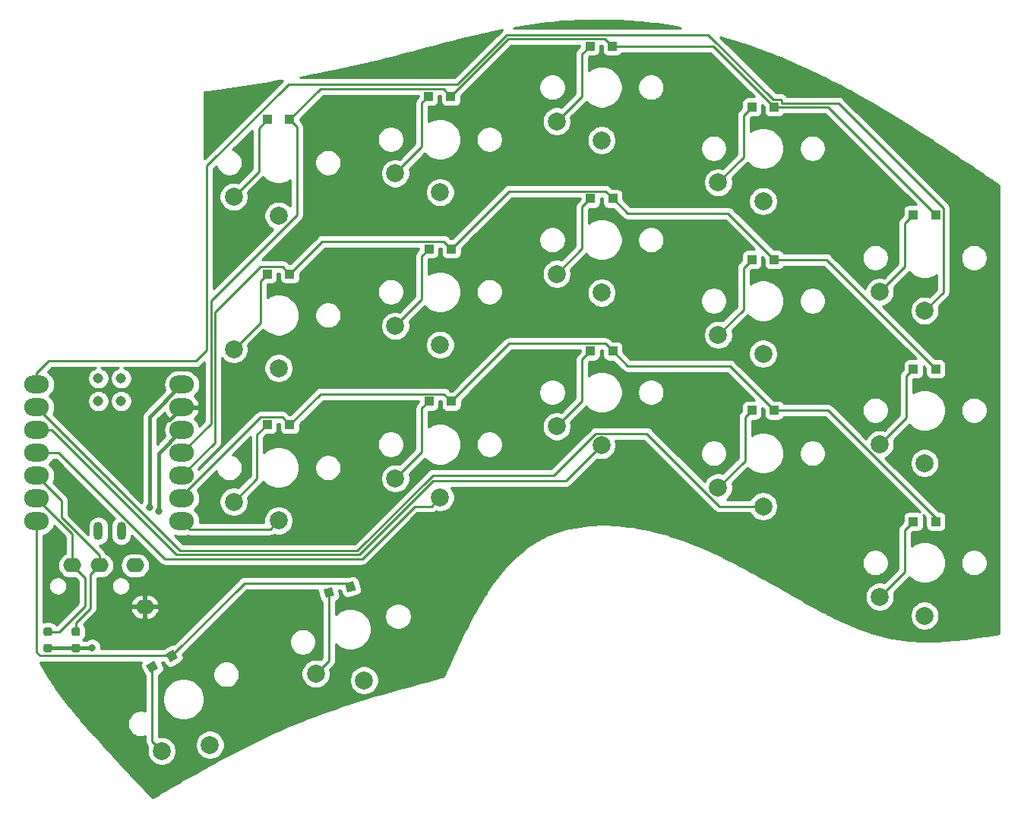
<source format=gbr>
%TF.GenerationSoftware,KiCad,Pcbnew,5.1.9*%
%TF.CreationDate,2021-04-16T22:17:29+02:00*%
%TF.ProjectId,handbrush,68616e64-6272-4757-9368-2e6b69636164,rev?*%
%TF.SameCoordinates,Original*%
%TF.FileFunction,Copper,L1,Top*%
%TF.FilePolarity,Positive*%
%FSLAX46Y46*%
G04 Gerber Fmt 4.6, Leading zero omitted, Abs format (unit mm)*
G04 Created by KiCad (PCBNEW 5.1.9) date 2021-04-16 22:17:29*
%MOMM*%
%LPD*%
G01*
G04 APERTURE LIST*
%TA.AperFunction,ComponentPad*%
%ADD10C,2.000000*%
%TD*%
%TA.AperFunction,SMDPad,CuDef*%
%ADD11C,1.143000*%
%TD*%
%TA.AperFunction,SMDPad,CuDef*%
%ADD12O,1.016000X2.032000*%
%TD*%
%TA.AperFunction,SMDPad,CuDef*%
%ADD13O,2.748280X1.998980*%
%TD*%
%TA.AperFunction,ComponentPad*%
%ADD14O,2.000000X1.600000*%
%TD*%
%TA.AperFunction,SMDPad,CuDef*%
%ADD15C,0.100000*%
%TD*%
%TA.AperFunction,SMDPad,CuDef*%
%ADD16R,1.000000X1.000000*%
%TD*%
%TA.AperFunction,ViaPad*%
%ADD17C,0.800000*%
%TD*%
%TA.AperFunction,Conductor*%
%ADD18C,0.250000*%
%TD*%
%TA.AperFunction,Conductor*%
%ADD19C,0.381000*%
%TD*%
%TA.AperFunction,Conductor*%
%ADD20C,0.254000*%
%TD*%
%TA.AperFunction,Conductor*%
%ADD21C,0.100000*%
%TD*%
G04 APERTURE END LIST*
D10*
%TO.P,MX4,1*%
%TO.N,col1*%
X167390000Y-79850000D03*
%TO.P,MX4,2*%
%TO.N,Net-(D4-Pad2)*%
X162390000Y-77750000D03*
%TD*%
D11*
%TO.P,U1,20*%
%TO.N,Net-(U1-Pad20)*%
X95838803Y-102135813D03*
%TO.P,U1,19*%
%TO.N,Net-(U1-Pad19)*%
X93298803Y-102135813D03*
%TO.P,U1,18*%
%TO.N,Net-(U1-Pad18)*%
X95838803Y-99595813D03*
%TO.P,U1,17*%
%TO.N,Net-(U1-Pad17)*%
X93298803Y-99595813D03*
D12*
%TO.P,U1,16*%
%TO.N,Net-(U1-Pad16)*%
X95850000Y-116600000D03*
%TO.P,U1,15*%
%TO.N,Net-(U1-Pad15)*%
X93300000Y-116600000D03*
D13*
%TO.P,U1,1*%
%TO.N,col0*%
X86433120Y-100282180D03*
%TO.P,U1,2*%
%TO.N,col1*%
X86433120Y-102822180D03*
%TO.P,U1,3*%
%TO.N,col2*%
X86433120Y-105362180D03*
%TO.P,U1,4*%
%TO.N,col3*%
X86433120Y-107902180D03*
%TO.P,U1,5*%
%TO.N,sda*%
X86433120Y-110442180D03*
%TO.P,U1,6*%
%TO.N,scl*%
X86433120Y-112982180D03*
%TO.P,U1,7*%
%TO.N,row3*%
X86433120Y-115522180D03*
%TO.P,U1,8*%
%TO.N,col4*%
X102597680Y-115522180D03*
%TO.P,U1,9*%
%TO.N,row2*%
X102597680Y-112982180D03*
%TO.P,U1,10*%
%TO.N,row1*%
X102597680Y-110442180D03*
%TO.P,U1,11*%
%TO.N,row0*%
X102597680Y-107902180D03*
%TO.P,U1,12*%
%TO.N,+3V3*%
X102597680Y-105362180D03*
%TO.P,U1,13*%
%TO.N,GND*%
X102597680Y-102822180D03*
%TO.P,U1,14*%
%TO.N,+5V*%
X102597680Y-100282180D03*
%TD*%
%TO.P,R2,2*%
%TO.N,scl*%
%TA.AperFunction,SMDPad,CuDef*%
G36*
G01*
X87907500Y-128325000D02*
X87432500Y-128325000D01*
G75*
G02*
X87195000Y-128087500I0J237500D01*
G01*
X87195000Y-127587500D01*
G75*
G02*
X87432500Y-127350000I237500J0D01*
G01*
X87907500Y-127350000D01*
G75*
G02*
X88145000Y-127587500I0J-237500D01*
G01*
X88145000Y-128087500D01*
G75*
G02*
X87907500Y-128325000I-237500J0D01*
G01*
G37*
%TD.AperFunction*%
%TO.P,R2,1*%
%TO.N,+3V3*%
%TA.AperFunction,SMDPad,CuDef*%
G36*
G01*
X87907500Y-130150000D02*
X87432500Y-130150000D01*
G75*
G02*
X87195000Y-129912500I0J237500D01*
G01*
X87195000Y-129412500D01*
G75*
G02*
X87432500Y-129175000I237500J0D01*
G01*
X87907500Y-129175000D01*
G75*
G02*
X88145000Y-129412500I0J-237500D01*
G01*
X88145000Y-129912500D01*
G75*
G02*
X87907500Y-130150000I-237500J0D01*
G01*
G37*
%TD.AperFunction*%
%TD*%
%TO.P,R1,2*%
%TO.N,sda*%
%TA.AperFunction,SMDPad,CuDef*%
G36*
G01*
X91027500Y-128325000D02*
X90552500Y-128325000D01*
G75*
G02*
X90315000Y-128087500I0J237500D01*
G01*
X90315000Y-127587500D01*
G75*
G02*
X90552500Y-127350000I237500J0D01*
G01*
X91027500Y-127350000D01*
G75*
G02*
X91265000Y-127587500I0J-237500D01*
G01*
X91265000Y-128087500D01*
G75*
G02*
X91027500Y-128325000I-237500J0D01*
G01*
G37*
%TD.AperFunction*%
%TO.P,R1,1*%
%TO.N,+3V3*%
%TA.AperFunction,SMDPad,CuDef*%
G36*
G01*
X91027500Y-130150000D02*
X90552500Y-130150000D01*
G75*
G02*
X90315000Y-129912500I0J237500D01*
G01*
X90315000Y-129412500D01*
G75*
G02*
X90552500Y-129175000I237500J0D01*
G01*
X91027500Y-129175000D01*
G75*
G02*
X91265000Y-129412500I0J-237500D01*
G01*
X91265000Y-129912500D01*
G75*
G02*
X91027500Y-130150000I-237500J0D01*
G01*
G37*
%TD.AperFunction*%
%TD*%
D10*
%TO.P,MX17,1*%
%TO.N,col4*%
X105740000Y-140459550D03*
%TO.P,MX17,2*%
%TO.N,Net-(D17-Pad2)*%
X100359873Y-141140897D03*
%TD*%
%TO.P,MX16,1*%
%TO.N,col4*%
X113390000Y-115450000D03*
%TO.P,MX16,2*%
%TO.N,Net-(D16-Pad2)*%
X108390000Y-113350000D03*
%TD*%
%TO.P,MX15,1*%
%TO.N,col4*%
X113390000Y-98450000D03*
%TO.P,MX15,2*%
%TO.N,Net-(D15-Pad2)*%
X108390000Y-96350000D03*
%TD*%
%TO.P,MX14,1*%
%TO.N,col4*%
X113390000Y-81450000D03*
%TO.P,MX14,2*%
%TO.N,Net-(D14-Pad2)*%
X108390000Y-79350000D03*
%TD*%
%TO.P,MX13,1*%
%TO.N,col3*%
X122917032Y-133248962D03*
%TO.P,MX13,2*%
%TO.N,Net-(D13-Pad2)*%
X117543883Y-132514613D03*
%TD*%
%TO.P,MX12,1*%
%TO.N,col3*%
X131390000Y-112850000D03*
%TO.P,MX12,2*%
%TO.N,Net-(D12-Pad2)*%
X126390000Y-110750000D03*
%TD*%
%TO.P,MX11,1*%
%TO.N,col3*%
X131390000Y-95850000D03*
%TO.P,MX11,2*%
%TO.N,Net-(D11-Pad2)*%
X126390000Y-93750000D03*
%TD*%
%TO.P,MX10,1*%
%TO.N,col3*%
X131390000Y-78850000D03*
%TO.P,MX10,2*%
%TO.N,Net-(D10-Pad2)*%
X126390000Y-76750000D03*
%TD*%
%TO.P,MX9,1*%
%TO.N,col2*%
X149390000Y-107050000D03*
%TO.P,MX9,2*%
%TO.N,Net-(D9-Pad2)*%
X144390000Y-104950000D03*
%TD*%
%TO.P,MX8,1*%
%TO.N,col2*%
X149390000Y-90050000D03*
%TO.P,MX8,2*%
%TO.N,Net-(D8-Pad2)*%
X144390000Y-87950000D03*
%TD*%
%TO.P,MX7,1*%
%TO.N,col2*%
X149390000Y-73050000D03*
%TO.P,MX7,2*%
%TO.N,Net-(D7-Pad2)*%
X144390000Y-70950000D03*
%TD*%
%TO.P,MX6,1*%
%TO.N,col1*%
X167390000Y-113850000D03*
%TO.P,MX6,2*%
%TO.N,Net-(D6-Pad2)*%
X162390000Y-111750000D03*
%TD*%
%TO.P,MX5,1*%
%TO.N,col1*%
X167390000Y-96850000D03*
%TO.P,MX5,2*%
%TO.N,Net-(D5-Pad2)*%
X162390000Y-94750000D03*
%TD*%
%TO.P,MX3,1*%
%TO.N,col0*%
X185390000Y-126050000D03*
%TO.P,MX3,2*%
%TO.N,Net-(D3-Pad2)*%
X180390000Y-123950000D03*
%TD*%
%TO.P,MX2,1*%
%TO.N,col0*%
X185390000Y-109050000D03*
%TO.P,MX2,2*%
%TO.N,Net-(D2-Pad2)*%
X180390000Y-106950000D03*
%TD*%
%TO.P,MX1,1*%
%TO.N,col0*%
X185390000Y-92050000D03*
%TO.P,MX1,2*%
%TO.N,Net-(D1-Pad2)*%
X180390000Y-89950000D03*
%TD*%
D14*
%TO.P,J1,3*%
%TO.N,sda*%
X93390000Y-120450000D03*
%TO.P,J1,4*%
%TO.N,scl*%
X90390000Y-120450000D03*
%TO.P,J1,2*%
%TO.N,+5V*%
X97390000Y-120450000D03*
%TO.P,J1,1*%
%TO.N,GND*%
X98490000Y-125050000D03*
%TD*%
%TA.AperFunction,SMDPad,CuDef*%
D15*
%TO.P,D17,2*%
%TO.N,Net-(D17-Pad2)*%
G36*
X99490481Y-131091987D02*
G01*
X99990481Y-131958013D01*
X99124455Y-132458013D01*
X98624455Y-131591987D01*
X99490481Y-131091987D01*
G37*
%TD.AperFunction*%
%TA.AperFunction,SMDPad,CuDef*%
%TO.P,D17,1*%
%TO.N,row3*%
G36*
X101655545Y-129841987D02*
G01*
X102155545Y-130708013D01*
X101289519Y-131208013D01*
X100789519Y-130341987D01*
X101655545Y-129841987D01*
G37*
%TD.AperFunction*%
%TD*%
D16*
%TO.P,D16,2*%
%TO.N,Net-(D16-Pad2)*%
X112140000Y-104750000D03*
%TO.P,D16,1*%
%TO.N,row2*%
X114640000Y-104750000D03*
%TD*%
%TO.P,D15,2*%
%TO.N,Net-(D15-Pad2)*%
X112140000Y-87950000D03*
%TO.P,D15,1*%
%TO.N,row1*%
X114640000Y-87950000D03*
%TD*%
%TO.P,D14,2*%
%TO.N,Net-(D14-Pad2)*%
X112140000Y-70750000D03*
%TO.P,D14,1*%
%TO.N,row0*%
X114640000Y-70750000D03*
%TD*%
%TA.AperFunction,SMDPad,CuDef*%
D15*
%TO.P,D13,2*%
%TO.N,Net-(D13-Pad2)*%
G36*
X119336146Y-122861152D02*
G01*
X119594965Y-123827077D01*
X118629040Y-124085896D01*
X118370221Y-123119971D01*
X119336146Y-122861152D01*
G37*
%TD.AperFunction*%
%TA.AperFunction,SMDPad,CuDef*%
%TO.P,D13,1*%
%TO.N,row3*%
G36*
X121750960Y-122214104D02*
G01*
X122009779Y-123180029D01*
X121043854Y-123438848D01*
X120785035Y-122472923D01*
X121750960Y-122214104D01*
G37*
%TD.AperFunction*%
%TD*%
D16*
%TO.P,D12,2*%
%TO.N,Net-(D12-Pad2)*%
X130140000Y-102150000D03*
%TO.P,D12,1*%
%TO.N,row2*%
X132640000Y-102150000D03*
%TD*%
%TO.P,D11,2*%
%TO.N,Net-(D11-Pad2)*%
X130140000Y-85150000D03*
%TO.P,D11,1*%
%TO.N,row1*%
X132640000Y-85150000D03*
%TD*%
%TO.P,D10,2*%
%TO.N,Net-(D10-Pad2)*%
X130090000Y-68150000D03*
%TO.P,D10,1*%
%TO.N,row0*%
X132590000Y-68150000D03*
%TD*%
%TO.P,D9,2*%
%TO.N,Net-(D9-Pad2)*%
X148140000Y-96550000D03*
%TO.P,D9,1*%
%TO.N,row2*%
X150640000Y-96550000D03*
%TD*%
%TO.P,D8,2*%
%TO.N,Net-(D8-Pad2)*%
X148140000Y-79550000D03*
%TO.P,D8,1*%
%TO.N,row1*%
X150640000Y-79550000D03*
%TD*%
%TO.P,D7,2*%
%TO.N,Net-(D7-Pad2)*%
X148090000Y-62550000D03*
%TO.P,D7,1*%
%TO.N,row0*%
X150590000Y-62550000D03*
%TD*%
%TO.P,D6,2*%
%TO.N,Net-(D6-Pad2)*%
X166140000Y-103150000D03*
%TO.P,D6,1*%
%TO.N,row2*%
X168640000Y-103150000D03*
%TD*%
%TO.P,D5,2*%
%TO.N,Net-(D5-Pad2)*%
X166140000Y-86350000D03*
%TO.P,D5,1*%
%TO.N,row1*%
X168640000Y-86350000D03*
%TD*%
%TO.P,D4,2*%
%TO.N,Net-(D4-Pad2)*%
X166140000Y-69350000D03*
%TO.P,D4,1*%
%TO.N,row0*%
X168640000Y-69350000D03*
%TD*%
%TO.P,D3,2*%
%TO.N,Net-(D3-Pad2)*%
X184140000Y-115550000D03*
%TO.P,D3,1*%
%TO.N,row2*%
X186640000Y-115550000D03*
%TD*%
%TO.P,D2,2*%
%TO.N,Net-(D2-Pad2)*%
X184140000Y-98550000D03*
%TO.P,D2,1*%
%TO.N,row1*%
X186640000Y-98550000D03*
%TD*%
%TO.P,D1,2*%
%TO.N,Net-(D1-Pad2)*%
X184140000Y-81350000D03*
%TO.P,D1,1*%
%TO.N,row0*%
X186640000Y-81350000D03*
%TD*%
D17*
%TO.N,+5V*%
X99000000Y-114000000D03*
%TO.N,GND*%
X100200000Y-104200000D03*
X121800000Y-68800000D03*
X122600000Y-87400000D03*
X122200000Y-103000000D03*
X149800000Y-60200000D03*
X133600000Y-63400000D03*
X108400000Y-69200000D03*
X108800000Y-84000000D03*
X88600000Y-118000000D03*
%TO.N,+3V3*%
X100000000Y-114400000D03*
X92600000Y-129600000D03*
%TD*%
D18*
%TO.N,Net-(D1-Pad2)*%
X183200000Y-87140000D02*
X180390000Y-89950000D01*
X183200000Y-82290000D02*
X183200000Y-87140000D01*
X184140000Y-81350000D02*
X183200000Y-82290000D01*
%TO.N,row0*%
X118065001Y-67324999D02*
X114640000Y-70750000D01*
X131764999Y-67324999D02*
X118065001Y-67324999D01*
X132590000Y-68150000D02*
X131764999Y-67324999D01*
X139015001Y-61724999D02*
X132590000Y-68150000D01*
X149764999Y-61724999D02*
X139015001Y-61724999D01*
X150590000Y-62550000D02*
X149764999Y-61724999D01*
X161840000Y-62550000D02*
X150590000Y-62550000D01*
X168640000Y-69350000D02*
X161840000Y-62550000D01*
X174640000Y-69350000D02*
X168640000Y-69350000D01*
X186640000Y-81350000D02*
X174640000Y-69350000D01*
X105850010Y-104649850D02*
X102597680Y-107902180D01*
X115415001Y-81386001D02*
X105850010Y-90950992D01*
X115415001Y-71525001D02*
X115415001Y-81386001D01*
X114640000Y-70750000D02*
X115415001Y-71525001D01*
X105850010Y-91050010D02*
X105850010Y-104649850D01*
X105850010Y-90950992D02*
X105850010Y-91050010D01*
%TO.N,Net-(D2-Pad2)*%
X183364999Y-103975001D02*
X180390000Y-106950000D01*
X183364999Y-99325001D02*
X183364999Y-103975001D01*
X184140000Y-98550000D02*
X183364999Y-99325001D01*
%TO.N,row1*%
X174440000Y-86350000D02*
X168640000Y-86350000D01*
X186640000Y-98550000D02*
X174440000Y-86350000D01*
X139065001Y-78724999D02*
X132640000Y-85150000D01*
X149814999Y-78724999D02*
X139065001Y-78724999D01*
X150640000Y-79550000D02*
X149814999Y-78724999D01*
X118265001Y-84324999D02*
X114640000Y-87950000D01*
X131814999Y-84324999D02*
X118265001Y-84324999D01*
X132640000Y-85150000D02*
X131814999Y-84324999D01*
X106300020Y-92204978D02*
X106300020Y-106739840D01*
X106300020Y-106739840D02*
X102597680Y-110442180D01*
X111379999Y-87124999D02*
X106300020Y-92204978D01*
X113814999Y-87124999D02*
X111379999Y-87124999D01*
X114640000Y-87950000D02*
X113814999Y-87124999D01*
X163490000Y-81200000D02*
X168640000Y-86350000D01*
X152290000Y-81200000D02*
X163490000Y-81200000D01*
X150640000Y-79550000D02*
X152290000Y-81200000D01*
%TO.N,Net-(D3-Pad2)*%
X183200000Y-121140000D02*
X180390000Y-123950000D01*
X183200000Y-116490000D02*
X183200000Y-121140000D01*
X184140000Y-115550000D02*
X183200000Y-116490000D01*
%TO.N,row2*%
X118065001Y-101324999D02*
X114640000Y-104750000D01*
X131814999Y-101324999D02*
X118065001Y-101324999D01*
X132640000Y-102150000D02*
X131814999Y-101324999D01*
X139065001Y-95724999D02*
X132640000Y-102150000D01*
X149814999Y-95724999D02*
X139065001Y-95724999D01*
X150640000Y-96550000D02*
X149814999Y-95724999D01*
X186640000Y-115161002D02*
X186640000Y-115550000D01*
X174628998Y-103150000D02*
X186640000Y-115161002D01*
X168640000Y-103150000D02*
X174628998Y-103150000D01*
X113814999Y-103924999D02*
X114640000Y-104750000D01*
X111379999Y-103924999D02*
X113814999Y-103924999D01*
X102597680Y-112707318D02*
X111379999Y-103924999D01*
X102597680Y-112982180D02*
X102597680Y-112707318D01*
X152290000Y-98200000D02*
X150640000Y-96550000D01*
X163690000Y-98200000D02*
X152290000Y-98200000D01*
X168640000Y-103150000D02*
X163690000Y-98200000D01*
%TO.N,Net-(D4-Pad2)*%
X165200000Y-74940000D02*
X162390000Y-77750000D01*
X165200000Y-70290000D02*
X165200000Y-74940000D01*
X166140000Y-69350000D02*
X165200000Y-70290000D01*
%TO.N,Net-(D5-Pad2)*%
X165200000Y-91940000D02*
X162390000Y-94750000D01*
X165200000Y-87290000D02*
X165200000Y-91940000D01*
X166140000Y-86350000D02*
X165200000Y-87290000D01*
%TO.N,Net-(D6-Pad2)*%
X165364999Y-108775001D02*
X162390000Y-111750000D01*
X165364999Y-103925001D02*
X165364999Y-108775001D01*
X166140000Y-103150000D02*
X165364999Y-103925001D01*
%TO.N,Net-(D7-Pad2)*%
X147200000Y-68140000D02*
X144390000Y-70950000D01*
X147200000Y-63440000D02*
X147200000Y-68140000D01*
X148090000Y-62550000D02*
X147200000Y-63440000D01*
%TO.N,Net-(D8-Pad2)*%
X147200000Y-85140000D02*
X144390000Y-87950000D01*
X147200000Y-80490000D02*
X147200000Y-85140000D01*
X148140000Y-79550000D02*
X147200000Y-80490000D01*
%TO.N,Net-(D9-Pad2)*%
X147200000Y-102140000D02*
X144390000Y-104950000D01*
X147200000Y-97490000D02*
X147200000Y-102140000D01*
X148140000Y-96550000D02*
X147200000Y-97490000D01*
%TO.N,Net-(D10-Pad2)*%
X129364999Y-73775001D02*
X126390000Y-76750000D01*
X129364999Y-68875001D02*
X129364999Y-73775001D01*
X130090000Y-68150000D02*
X129364999Y-68875001D01*
%TO.N,Net-(D11-Pad2)*%
X129364999Y-90775001D02*
X126390000Y-93750000D01*
X129364999Y-85925001D02*
X129364999Y-90775001D01*
X130140000Y-85150000D02*
X129364999Y-85925001D01*
%TO.N,Net-(D12-Pad2)*%
X129364999Y-107775001D02*
X126390000Y-110750000D01*
X129364999Y-102925001D02*
X129364999Y-107775001D01*
X130140000Y-102150000D02*
X129364999Y-102925001D01*
%TO.N,Net-(D13-Pad2)*%
X118982593Y-131075903D02*
X117543883Y-132514613D01*
X118982593Y-123473524D02*
X118982593Y-131075903D01*
%TO.N,row3*%
X109579303Y-122418229D02*
X101472532Y-130525000D01*
X120989160Y-122418229D02*
X109579303Y-122418229D01*
X121397407Y-122826476D02*
X120989160Y-122418229D01*
X102597680Y-129399852D02*
X101472532Y-130525000D01*
X86791240Y-130525000D02*
X101472532Y-130525000D01*
X86433120Y-130166880D02*
X86791240Y-130525000D01*
X86433120Y-115522180D02*
X86433120Y-130166880D01*
%TO.N,Net-(D14-Pad2)*%
X111200000Y-71690000D02*
X111200000Y-76540000D01*
X111200000Y-76540000D02*
X108390000Y-79350000D01*
X112140000Y-70750000D02*
X111200000Y-71690000D01*
%TO.N,Net-(D15-Pad2)*%
X111364999Y-93375001D02*
X108390000Y-96350000D01*
X111364999Y-88725001D02*
X111364999Y-93375001D01*
X112140000Y-87950000D02*
X111364999Y-88725001D01*
%TO.N,Net-(D16-Pad2)*%
X111000000Y-105890000D02*
X111000000Y-110740000D01*
X111000000Y-110740000D02*
X108390000Y-113350000D01*
X112140000Y-104750000D02*
X111000000Y-105890000D01*
%TO.N,Net-(D17-Pad2)*%
X99307468Y-140088492D02*
X100359873Y-141140897D01*
X99307468Y-131775000D02*
X99307468Y-140088492D01*
%TO.N,sda*%
X89200000Y-113209060D02*
X86433120Y-110442180D01*
X89200000Y-115112650D02*
X89200000Y-113209060D01*
X93390000Y-119302650D02*
X89200000Y-115112650D01*
X93390000Y-120450000D02*
X93390000Y-119302650D01*
X92400000Y-121440000D02*
X93390000Y-120450000D01*
X92400000Y-125200000D02*
X92400000Y-121440000D01*
X90790000Y-126810000D02*
X92400000Y-125200000D01*
X90790000Y-127837500D02*
X90790000Y-126810000D01*
%TO.N,scl*%
X90390000Y-116939060D02*
X86433120Y-112982180D01*
X90390000Y-120450000D02*
X90390000Y-116939060D01*
X91800000Y-121860000D02*
X90390000Y-120450000D01*
X91800000Y-125000000D02*
X91800000Y-121860000D01*
X88962500Y-127837500D02*
X91800000Y-125000000D01*
X87670000Y-127837500D02*
X88962500Y-127837500D01*
D19*
%TO.N,+5V*%
X99000000Y-103879860D02*
X99000000Y-114000000D01*
X102597680Y-100282180D02*
X99000000Y-103879860D01*
%TO.N,GND*%
X101219860Y-104200000D02*
X102597680Y-102822180D01*
X100200000Y-104200000D02*
X101219860Y-104200000D01*
D18*
%TO.N,col0*%
X187465001Y-89974999D02*
X185390000Y-92050000D01*
X187465001Y-80589999D02*
X187465001Y-89974999D01*
X175774992Y-68899990D02*
X187465001Y-80589999D01*
X169465001Y-68899990D02*
X175774992Y-68899990D01*
X86433120Y-100282180D02*
X86433120Y-99032690D01*
X86433120Y-99032690D02*
X87799132Y-97666678D01*
X87799132Y-97666678D02*
X104170520Y-97666678D01*
X114504998Y-66800000D02*
X133303590Y-66800000D01*
X133303590Y-66800000D02*
X138828601Y-61274989D01*
X138828601Y-61274989D02*
X161274989Y-61274989D01*
X104170520Y-97666678D02*
X105400000Y-96437198D01*
X105400000Y-96437198D02*
X105400000Y-75904998D01*
X105400000Y-75904998D02*
X114504998Y-66800000D01*
X161274989Y-61274989D02*
X168524999Y-68524999D01*
X169465001Y-68589999D02*
X169465001Y-68899990D01*
X168524999Y-68524999D02*
X169400001Y-68524999D01*
X169400001Y-68524999D02*
X169465001Y-68589999D01*
%TO.N,col1*%
X154403997Y-105724999D02*
X162528998Y-113850000D01*
X148753999Y-105724999D02*
X154403997Y-105724999D01*
X130563590Y-110400000D02*
X144078998Y-110400000D01*
X122163590Y-118800000D02*
X130563590Y-110400000D01*
X162528998Y-113850000D02*
X167390000Y-113850000D01*
X144078998Y-110400000D02*
X148753999Y-105724999D01*
X86433120Y-102822180D02*
X102410940Y-118800000D01*
X102410940Y-118800000D02*
X122163590Y-118800000D01*
%TO.N,col2*%
X130600000Y-111000000D02*
X145440000Y-111000000D01*
X101945091Y-119250011D02*
X122349990Y-119250011D01*
X122349990Y-119250011D02*
X130600000Y-111000000D01*
X145440000Y-111000000D02*
X149390000Y-107050000D01*
X88057260Y-105362180D02*
X101945091Y-119250011D01*
X86433120Y-105362180D02*
X88057260Y-105362180D01*
%TO.N,col3*%
X130390001Y-113849999D02*
X131390000Y-112850000D01*
X128550001Y-113849999D02*
X130390001Y-113849999D01*
X122699978Y-119700022D02*
X128550001Y-113849999D01*
X100700022Y-119700022D02*
X122699978Y-119700022D01*
X88902180Y-107902180D02*
X100700022Y-119700022D01*
X86433120Y-107902180D02*
X88902180Y-107902180D01*
%TO.N,col4*%
X112440000Y-116400000D02*
X113390000Y-115450000D01*
X103475500Y-116400000D02*
X112440000Y-116400000D01*
X102597680Y-115522180D02*
X103475500Y-116400000D01*
D19*
%TO.N,+3V3*%
X100000000Y-107959860D02*
X100000000Y-114400000D01*
X102597680Y-105362180D02*
X100000000Y-107959860D01*
X90852500Y-129600000D02*
X90790000Y-129662500D01*
X92600000Y-129600000D02*
X90852500Y-129600000D01*
X90790000Y-129662500D02*
X87670000Y-129662500D01*
%TD*%
D20*
%TO.N,GND*%
X162679135Y-61569492D02*
X163234317Y-61728540D01*
X163789604Y-61893793D01*
X164345026Y-62065223D01*
X164900541Y-62242776D01*
X165456199Y-62426429D01*
X166011970Y-62616132D01*
X166567811Y-62811830D01*
X167123767Y-63013499D01*
X167679932Y-63221134D01*
X168236147Y-63434637D01*
X168792364Y-63653946D01*
X169348856Y-63879130D01*
X169905514Y-64110108D01*
X170462029Y-64346709D01*
X171018837Y-64589076D01*
X171575547Y-64837000D01*
X172132664Y-65090668D01*
X172689749Y-65349839D01*
X173246827Y-65614483D01*
X173804209Y-65884706D01*
X174361620Y-66160339D01*
X174919111Y-66441365D01*
X175476619Y-66727708D01*
X176034370Y-67019447D01*
X176592160Y-67316414D01*
X177150231Y-67618597D01*
X177708486Y-67925784D01*
X178266838Y-68237769D01*
X178825546Y-68554534D01*
X179384324Y-68875758D01*
X179943222Y-69201307D01*
X180502347Y-69531082D01*
X181061717Y-69864934D01*
X181621246Y-70202651D01*
X182180763Y-70543964D01*
X182740645Y-70888945D01*
X183300459Y-71237161D01*
X183860436Y-71588596D01*
X184420747Y-71943194D01*
X184981404Y-72300803D01*
X185541848Y-72660904D01*
X186102628Y-73023684D01*
X186663391Y-73388751D01*
X187224242Y-73756012D01*
X187785646Y-74125608D01*
X188346539Y-74496674D01*
X188907791Y-74869621D01*
X189469574Y-75244402D01*
X190030941Y-75620221D01*
X190592804Y-75997523D01*
X191154300Y-76375566D01*
X191716317Y-76754782D01*
X191716343Y-76754800D01*
X192278878Y-77135025D01*
X192278883Y-77135027D01*
X192841045Y-77515496D01*
X192841048Y-77515498D01*
X193403337Y-77896380D01*
X193643081Y-78058847D01*
X193643080Y-128045059D01*
X193457452Y-128075251D01*
X193190150Y-128118460D01*
X192923739Y-128161165D01*
X192656669Y-128203530D01*
X192390099Y-128245279D01*
X192123720Y-128286374D01*
X191857306Y-128326764D01*
X191590306Y-128366441D01*
X191323870Y-128405148D01*
X191057275Y-128442903D01*
X190790604Y-128479610D01*
X190523505Y-128515228D01*
X190256720Y-128549572D01*
X189989524Y-128582653D01*
X189722068Y-128614364D01*
X189454596Y-128644591D01*
X189186581Y-128673309D01*
X188918647Y-128700368D01*
X188650126Y-128725751D01*
X188381454Y-128749332D01*
X188112313Y-128771058D01*
X187842749Y-128790840D01*
X187572854Y-128808588D01*
X187302418Y-128824236D01*
X187031485Y-128837695D01*
X186760156Y-128848883D01*
X186488101Y-128857729D01*
X186215713Y-128864142D01*
X185942447Y-128868050D01*
X185668847Y-128869368D01*
X185394469Y-128867991D01*
X185119760Y-128863723D01*
X184844120Y-128856330D01*
X184567430Y-128845589D01*
X184289482Y-128831275D01*
X184009938Y-128813159D01*
X183728455Y-128791005D01*
X183444875Y-128764591D01*
X183158759Y-128733669D01*
X182870014Y-128698021D01*
X182578246Y-128657398D01*
X182283158Y-128611554D01*
X181984548Y-128560259D01*
X181682084Y-128503258D01*
X181375455Y-128440296D01*
X181064528Y-128371151D01*
X180748828Y-128295528D01*
X180428255Y-128213210D01*
X180102427Y-128123915D01*
X179771102Y-128027388D01*
X179434133Y-127923406D01*
X179091097Y-127811661D01*
X178741819Y-127691916D01*
X178386063Y-127563920D01*
X178023562Y-127427407D01*
X177654015Y-127282095D01*
X177277257Y-127127756D01*
X176893071Y-126964144D01*
X176501050Y-126790928D01*
X176101201Y-126607961D01*
X175693134Y-126414917D01*
X175276576Y-126211521D01*
X174850996Y-125997475D01*
X174640753Y-125888967D01*
X183755000Y-125888967D01*
X183755000Y-126211033D01*
X183817832Y-126526912D01*
X183941082Y-126824463D01*
X184120013Y-127092252D01*
X184347748Y-127319987D01*
X184615537Y-127498918D01*
X184913088Y-127622168D01*
X185228967Y-127685000D01*
X185551033Y-127685000D01*
X185866912Y-127622168D01*
X186164463Y-127498918D01*
X186432252Y-127319987D01*
X186659987Y-127092252D01*
X186838918Y-126824463D01*
X186962168Y-126526912D01*
X187025000Y-126211033D01*
X187025000Y-125888967D01*
X186962168Y-125573088D01*
X186838918Y-125275537D01*
X186659987Y-125007748D01*
X186432252Y-124780013D01*
X186164463Y-124601082D01*
X185866912Y-124477832D01*
X185551033Y-124415000D01*
X185228967Y-124415000D01*
X184913088Y-124477832D01*
X184615537Y-124601082D01*
X184347748Y-124780013D01*
X184120013Y-125007748D01*
X183941082Y-125275537D01*
X183817832Y-125573088D01*
X183755000Y-125888967D01*
X174640753Y-125888967D01*
X174416430Y-125773193D01*
X173973157Y-125539324D01*
X173521428Y-125296508D01*
X173061778Y-125045540D01*
X172594203Y-124786933D01*
X172119079Y-124521402D01*
X171637144Y-124249881D01*
X171148074Y-123972703D01*
X170652949Y-123691000D01*
X170652886Y-123690963D01*
X170150830Y-123404755D01*
X170150823Y-123404752D01*
X169643317Y-123115405D01*
X169643293Y-123115394D01*
X169642857Y-123115142D01*
X169130088Y-122823285D01*
X169130033Y-122823260D01*
X169129146Y-122822749D01*
X168611411Y-122529074D01*
X168611319Y-122529033D01*
X168609999Y-122528276D01*
X168087559Y-122233454D01*
X168087458Y-122233410D01*
X168085683Y-122232398D01*
X167558801Y-121937101D01*
X167558668Y-121937043D01*
X167556461Y-121935796D01*
X167025397Y-121640694D01*
X167025259Y-121640634D01*
X167022590Y-121639142D01*
X166487605Y-121344908D01*
X166487449Y-121344841D01*
X166484332Y-121343119D01*
X165945688Y-121050422D01*
X165945518Y-121050350D01*
X165941938Y-121048399D01*
X165399895Y-120757913D01*
X165399725Y-120757842D01*
X165395662Y-120755662D01*
X164850481Y-120468056D01*
X164850310Y-120467986D01*
X164845748Y-120465581D01*
X164297691Y-120181529D01*
X164297523Y-120181462D01*
X164292448Y-120178838D01*
X163947877Y-120003740D01*
X178405000Y-120003740D01*
X178405000Y-120296260D01*
X178462068Y-120583158D01*
X178574010Y-120853411D01*
X178736525Y-121096632D01*
X178943368Y-121303475D01*
X179186589Y-121465990D01*
X179456842Y-121577932D01*
X179743740Y-121635000D01*
X180036260Y-121635000D01*
X180323158Y-121577932D01*
X180593411Y-121465990D01*
X180836632Y-121303475D01*
X181043475Y-121096632D01*
X181205990Y-120853411D01*
X181317932Y-120583158D01*
X181375000Y-120296260D01*
X181375000Y-120003740D01*
X181317932Y-119716842D01*
X181205990Y-119446589D01*
X181043475Y-119203368D01*
X180836632Y-118996525D01*
X180593411Y-118834010D01*
X180323158Y-118722068D01*
X180036260Y-118665000D01*
X179743740Y-118665000D01*
X179456842Y-118722068D01*
X179186589Y-118834010D01*
X178943368Y-118996525D01*
X178736525Y-119203368D01*
X178574010Y-119446589D01*
X178462068Y-119716842D01*
X178405000Y-120003740D01*
X163947877Y-120003740D01*
X163741775Y-119899007D01*
X163741616Y-119898945D01*
X163736001Y-119896104D01*
X163182973Y-119621169D01*
X163182816Y-119621109D01*
X163176649Y-119618063D01*
X162621529Y-119348693D01*
X162621395Y-119348643D01*
X162614630Y-119345389D01*
X162057677Y-119082256D01*
X162057564Y-119082216D01*
X162050177Y-119078764D01*
X161491654Y-118822539D01*
X161491568Y-118822509D01*
X161483522Y-118818868D01*
X160923690Y-118570223D01*
X160923643Y-118570207D01*
X160914896Y-118566386D01*
X160354014Y-118325992D01*
X160353999Y-118325987D01*
X160353982Y-118325978D01*
X160344521Y-118322001D01*
X159782852Y-118090529D01*
X159782478Y-118090416D01*
X159782142Y-118090238D01*
X159772623Y-118086403D01*
X159210430Y-117864524D01*
X159209683Y-117864311D01*
X159209001Y-117863963D01*
X159199421Y-117860282D01*
X158636961Y-117648668D01*
X158635869Y-117648375D01*
X158634854Y-117647879D01*
X158625213Y-117644361D01*
X158062758Y-117443611D01*
X158061466Y-117443288D01*
X158060259Y-117442724D01*
X158050558Y-117439377D01*
X157488403Y-117249800D01*
X157486939Y-117249461D01*
X157485569Y-117248851D01*
X157475810Y-117245679D01*
X156914258Y-117067514D01*
X156912611Y-117067164D01*
X156911064Y-117066509D01*
X156901247Y-117063518D01*
X156340600Y-116897002D01*
X156338759Y-116896646D01*
X156337018Y-116895948D01*
X156327146Y-116893145D01*
X155767707Y-116738516D01*
X155765652Y-116738159D01*
X155763712Y-116737425D01*
X155753787Y-116734815D01*
X155195856Y-116592310D01*
X155193581Y-116591961D01*
X155191419Y-116591192D01*
X155181443Y-116588783D01*
X154625322Y-116458640D01*
X154622814Y-116458307D01*
X154620416Y-116457510D01*
X154610392Y-116455310D01*
X154056384Y-116337766D01*
X154053624Y-116337457D01*
X154050978Y-116336641D01*
X154040910Y-116334656D01*
X153489317Y-116229949D01*
X153486294Y-116229677D01*
X153483381Y-116228848D01*
X153473271Y-116227087D01*
X152924394Y-116135455D01*
X152921095Y-116135231D01*
X152917903Y-116134402D01*
X152907755Y-116132873D01*
X152361896Y-116054552D01*
X152358308Y-116054391D01*
X152354817Y-116053572D01*
X152344636Y-116052284D01*
X151802097Y-115987513D01*
X151798208Y-115987431D01*
X151794404Y-115986636D01*
X151784194Y-115985597D01*
X151245279Y-115934612D01*
X151241071Y-115934626D01*
X151236941Y-115933872D01*
X151226709Y-115933093D01*
X150691717Y-115896133D01*
X150687186Y-115896263D01*
X150682713Y-115895567D01*
X150672463Y-115895056D01*
X150141697Y-115872358D01*
X150136832Y-115872626D01*
X150132004Y-115872008D01*
X150121744Y-115871776D01*
X149595506Y-115863577D01*
X149590297Y-115864006D01*
X149585101Y-115863489D01*
X149574839Y-115863546D01*
X149053431Y-115870085D01*
X149047876Y-115870700D01*
X149042303Y-115870309D01*
X149032047Y-115870664D01*
X148515771Y-115892177D01*
X148509863Y-115893006D01*
X148503908Y-115892768D01*
X148493668Y-115893432D01*
X147982826Y-115930157D01*
X147976570Y-115931228D01*
X147970226Y-115931172D01*
X147960011Y-115932155D01*
X147454904Y-115984329D01*
X147448301Y-115985672D01*
X147441570Y-115985830D01*
X147431391Y-115987141D01*
X146932322Y-116055003D01*
X146925383Y-116056649D01*
X146918267Y-116057053D01*
X146908139Y-116058703D01*
X146415409Y-116142490D01*
X146408152Y-116144468D01*
X146400658Y-116145153D01*
X146390592Y-116147149D01*
X145904504Y-116247097D01*
X145896934Y-116249443D01*
X145889088Y-116250441D01*
X145879098Y-116252792D01*
X145399954Y-116369141D01*
X145392115Y-116371878D01*
X145383925Y-116373225D01*
X145374028Y-116375940D01*
X144902128Y-116508924D01*
X144894036Y-116512085D01*
X144885538Y-116513812D01*
X144875750Y-116516895D01*
X144411397Y-116666756D01*
X144403105Y-116670359D01*
X144394325Y-116672498D01*
X144384663Y-116675956D01*
X143928160Y-116842928D01*
X143919706Y-116846995D01*
X143910684Y-116849573D01*
X143901165Y-116853409D01*
X143452813Y-117037732D01*
X143444249Y-117042275D01*
X143435037Y-117045314D01*
X143425681Y-117049530D01*
X142985781Y-117251440D01*
X142977152Y-117256473D01*
X142967812Y-117259985D01*
X142958636Y-117264580D01*
X142527492Y-117484314D01*
X142518864Y-117489833D01*
X142509446Y-117493830D01*
X142500470Y-117498804D01*
X142078383Y-117736601D01*
X142069823Y-117742594D01*
X142060386Y-117747079D01*
X142051629Y-117752429D01*
X141638901Y-118008527D01*
X141630573Y-118014899D01*
X141621300Y-118019798D01*
X141612777Y-118025514D01*
X141209608Y-118300011D01*
X141201950Y-118306403D01*
X141193327Y-118311421D01*
X141185046Y-118317482D01*
X140791238Y-118609935D01*
X140784344Y-118616186D01*
X140776497Y-118621174D01*
X140768459Y-118627554D01*
X140383709Y-118937385D01*
X140377562Y-118943414D01*
X140370474Y-118948300D01*
X140362680Y-118954975D01*
X139986685Y-119281603D01*
X139981249Y-119287347D01*
X139974903Y-119292062D01*
X139967350Y-119299009D01*
X139599808Y-119641856D01*
X139595042Y-119647264D01*
X139589409Y-119651749D01*
X139582093Y-119658945D01*
X139222704Y-120017431D01*
X139218569Y-120022453D01*
X139213607Y-120026666D01*
X139206522Y-120034090D01*
X138854983Y-120407637D01*
X138851425Y-120412246D01*
X138847102Y-120416145D01*
X138840240Y-120423776D01*
X138496249Y-120811802D01*
X138493220Y-120815977D01*
X138489492Y-120819533D01*
X138482846Y-120827353D01*
X138146102Y-121229281D01*
X138143559Y-121233002D01*
X138140380Y-121236196D01*
X138133941Y-121244187D01*
X137804141Y-121659437D01*
X137802035Y-121662698D01*
X137799364Y-121665517D01*
X137793123Y-121673663D01*
X137469966Y-122101656D01*
X137468255Y-122104454D01*
X137466056Y-122106883D01*
X137460003Y-122115170D01*
X137143185Y-122555325D01*
X137141824Y-122557668D01*
X137140059Y-122559704D01*
X137134183Y-122568117D01*
X136823404Y-123019857D01*
X136822361Y-123021743D01*
X136820990Y-123023390D01*
X136815282Y-123031918D01*
X136510241Y-123494662D01*
X136509486Y-123496094D01*
X136508472Y-123497358D01*
X136502922Y-123505990D01*
X136203315Y-123979160D01*
X136202813Y-123980157D01*
X136202134Y-123981033D01*
X136196731Y-123989757D01*
X135902256Y-124472772D01*
X135901980Y-124473344D01*
X135901604Y-124473845D01*
X135896338Y-124482653D01*
X135606696Y-124974936D01*
X135606624Y-124975091D01*
X135606528Y-124975223D01*
X135601389Y-124984106D01*
X135316277Y-125485076D01*
X135316261Y-125485111D01*
X135311527Y-125493551D01*
X135030641Y-126002630D01*
X135030604Y-126002717D01*
X135026403Y-126010422D01*
X134749443Y-126527029D01*
X134749391Y-126527154D01*
X134745673Y-126534155D01*
X134472337Y-127057714D01*
X134472281Y-127057853D01*
X134468999Y-127064184D01*
X134198984Y-127594111D01*
X134198919Y-127594276D01*
X134196044Y-127599945D01*
X133929049Y-128135665D01*
X133928984Y-128135834D01*
X133926479Y-128140873D01*
X133662202Y-128681803D01*
X133662139Y-128681972D01*
X133659976Y-128686398D01*
X133398115Y-129231961D01*
X133398056Y-129232123D01*
X133396211Y-129235957D01*
X133136464Y-129785573D01*
X133136406Y-129785735D01*
X133134866Y-129788978D01*
X132876932Y-130342068D01*
X132876883Y-130342208D01*
X132875623Y-130344890D01*
X132619198Y-130900875D01*
X132619156Y-130900996D01*
X132618165Y-130903124D01*
X132362949Y-131461424D01*
X132362914Y-131461525D01*
X132362183Y-131463106D01*
X132107874Y-132023142D01*
X132107850Y-132023213D01*
X132107368Y-132024259D01*
X131853663Y-132585452D01*
X131853652Y-132585484D01*
X131853410Y-132586011D01*
X131743251Y-132830224D01*
X131536407Y-132885654D01*
X131536400Y-132885656D01*
X131536222Y-132885703D01*
X130992936Y-133031443D01*
X130992915Y-133031451D01*
X130992570Y-133031541D01*
X130449393Y-133177552D01*
X130449351Y-133177568D01*
X130448843Y-133177701D01*
X129905826Y-133324121D01*
X129905784Y-133324137D01*
X129905092Y-133324319D01*
X129362288Y-133471284D01*
X129362230Y-133471306D01*
X129361372Y-133471533D01*
X128818836Y-133619178D01*
X128818776Y-133619201D01*
X128817735Y-133619478D01*
X128275518Y-133767941D01*
X128275441Y-133767971D01*
X128274235Y-133768294D01*
X127732391Y-133917710D01*
X127732310Y-133917741D01*
X127730924Y-133918116D01*
X127189505Y-134068622D01*
X127189411Y-134068658D01*
X127187855Y-134069083D01*
X126646914Y-134220815D01*
X126646819Y-134220852D01*
X126645082Y-134221331D01*
X126104672Y-134374425D01*
X126104564Y-134374467D01*
X126102657Y-134374999D01*
X125562829Y-134529592D01*
X125562707Y-134529640D01*
X125560631Y-134530226D01*
X125021441Y-134686454D01*
X125021321Y-134686502D01*
X125019060Y-134687148D01*
X124480559Y-134845148D01*
X124480429Y-134845200D01*
X124477997Y-134845905D01*
X123940239Y-135005812D01*
X123940111Y-135005864D01*
X123937495Y-135006633D01*
X123400531Y-135168584D01*
X123400388Y-135168643D01*
X123397607Y-135169473D01*
X122861490Y-135333604D01*
X122861342Y-135333666D01*
X122858384Y-135334563D01*
X122323169Y-135501011D01*
X122323025Y-135501072D01*
X122319882Y-135502041D01*
X121785621Y-135670942D01*
X121785467Y-135671008D01*
X121782156Y-135672047D01*
X121248901Y-135843537D01*
X121248748Y-135843603D01*
X121245257Y-135844719D01*
X120713061Y-136018934D01*
X120712900Y-136019005D01*
X120709238Y-136020197D01*
X120178154Y-136197275D01*
X120177990Y-136197348D01*
X120174157Y-136198621D01*
X119644237Y-136378696D01*
X119644068Y-136378773D01*
X119640063Y-136380129D01*
X119111361Y-136563339D01*
X119111199Y-136563413D01*
X119107012Y-136564861D01*
X118579581Y-136751342D01*
X118579415Y-136751420D01*
X118575060Y-136752957D01*
X118048952Y-136942845D01*
X118048790Y-136942922D01*
X118044260Y-136944556D01*
X117519529Y-137137987D01*
X117519358Y-137138070D01*
X117514669Y-137139798D01*
X116991366Y-137336908D01*
X116991193Y-137336993D01*
X116986337Y-137338824D01*
X116464516Y-137539751D01*
X116464352Y-137539833D01*
X116459323Y-137541773D01*
X115939037Y-137746652D01*
X115938877Y-137746734D01*
X115933681Y-137748785D01*
X115414982Y-137957753D01*
X115414817Y-137957839D01*
X115409466Y-137960002D01*
X114892409Y-138173194D01*
X114892245Y-138173281D01*
X114886799Y-138175535D01*
X114371415Y-138393042D01*
X114371256Y-138393128D01*
X114365941Y-138395378D01*
X113852201Y-138617110D01*
X113852036Y-138617201D01*
X113846927Y-138619411D01*
X113334775Y-138845230D01*
X113334615Y-138845320D01*
X113329696Y-138847492D01*
X112819080Y-139077264D01*
X112818926Y-139077352D01*
X112814197Y-139079482D01*
X112305064Y-139313068D01*
X112304902Y-139313162D01*
X112300374Y-139315240D01*
X111792671Y-139552505D01*
X111792512Y-139552599D01*
X111788175Y-139554625D01*
X111281849Y-139795432D01*
X111281697Y-139795524D01*
X111277542Y-139797497D01*
X110772540Y-140041711D01*
X110772382Y-140041808D01*
X110768424Y-140043718D01*
X110264694Y-140291201D01*
X110264543Y-140291295D01*
X110260763Y-140293147D01*
X109758251Y-140543764D01*
X109758098Y-140543860D01*
X109754509Y-140545644D01*
X109253162Y-140799258D01*
X109253014Y-140799352D01*
X109249601Y-140801072D01*
X108749368Y-141057548D01*
X108749232Y-141057636D01*
X108745992Y-141059289D01*
X108246817Y-141318489D01*
X108246675Y-141318582D01*
X108243619Y-141320160D01*
X107745453Y-141581949D01*
X107745321Y-141582036D01*
X107742434Y-141583544D01*
X107245222Y-141847786D01*
X107245094Y-141847871D01*
X107242382Y-141849303D01*
X106746071Y-142115859D01*
X106745945Y-142115944D01*
X106743407Y-142117297D01*
X106247943Y-142386033D01*
X106247824Y-142386113D01*
X106245453Y-142387390D01*
X105750784Y-142658170D01*
X105750675Y-142658245D01*
X105748467Y-142659443D01*
X105254541Y-142932130D01*
X105254431Y-142932206D01*
X105252395Y-142933320D01*
X104759158Y-143207777D01*
X104759055Y-143207848D01*
X104757182Y-143208881D01*
X104264583Y-143484974D01*
X104264496Y-143485035D01*
X104262778Y-143485988D01*
X103770762Y-143763578D01*
X103770675Y-143763639D01*
X103769124Y-143764505D01*
X103277637Y-144043457D01*
X103277558Y-144043513D01*
X103276166Y-144044294D01*
X102785158Y-144324473D01*
X102785090Y-144324521D01*
X102783853Y-144325219D01*
X102293270Y-144606486D01*
X102293202Y-144606534D01*
X102292131Y-144607141D01*
X101801919Y-144889361D01*
X101801863Y-144889401D01*
X101800943Y-144889924D01*
X101311051Y-145172961D01*
X101311007Y-145172993D01*
X101310238Y-145173431D01*
X100820613Y-145457149D01*
X100820570Y-145457180D01*
X100819966Y-145457525D01*
X100330554Y-145741786D01*
X100330526Y-145741806D01*
X100330067Y-145742069D01*
X99840816Y-146026738D01*
X99840801Y-146026749D01*
X99840492Y-146026926D01*
X99362310Y-146305482D01*
X99356201Y-146299107D01*
X98949738Y-145874780D01*
X98949734Y-145874776D01*
X98544508Y-145451399D01*
X98544456Y-145451344D01*
X98140075Y-145028335D01*
X97736616Y-144605603D01*
X97335662Y-144184633D01*
X96936460Y-143764468D01*
X96539754Y-143345711D01*
X96146185Y-142928868D01*
X95755171Y-142513150D01*
X95367979Y-142099721D01*
X94984441Y-141688230D01*
X94604989Y-141278961D01*
X94230152Y-140872302D01*
X93860046Y-140468199D01*
X93495064Y-140066894D01*
X93135669Y-139668714D01*
X92782014Y-139273637D01*
X92434526Y-138881951D01*
X92093609Y-138493917D01*
X91759380Y-138109471D01*
X91432524Y-137729203D01*
X91113157Y-137353045D01*
X90801644Y-136981221D01*
X90498459Y-136614092D01*
X90203718Y-136251580D01*
X89918026Y-135894217D01*
X89641517Y-135541946D01*
X89374709Y-135195208D01*
X89117904Y-134854168D01*
X88871387Y-134518969D01*
X88635523Y-134189876D01*
X88410442Y-133866916D01*
X88195695Y-133549667D01*
X87990934Y-133237948D01*
X87795877Y-132931674D01*
X87610081Y-132630513D01*
X87433239Y-132334339D01*
X87264953Y-132042875D01*
X87104914Y-131755995D01*
X86952775Y-131473500D01*
X86854845Y-131285000D01*
X98067592Y-131285000D01*
X98052186Y-131309775D01*
X98008125Y-131426842D01*
X97987749Y-131550255D01*
X97991842Y-131675272D01*
X98020245Y-131797088D01*
X98071868Y-131911023D01*
X98547468Y-132734787D01*
X98547469Y-136708291D01*
X98460018Y-136672068D01*
X98173120Y-136615000D01*
X97880600Y-136615000D01*
X97593702Y-136672068D01*
X97323449Y-136784010D01*
X97080228Y-136946525D01*
X96873385Y-137153368D01*
X96710870Y-137396589D01*
X96598928Y-137666842D01*
X96541860Y-137953740D01*
X96541860Y-138246260D01*
X96598928Y-138533158D01*
X96710870Y-138803411D01*
X96873385Y-139046632D01*
X97080228Y-139253475D01*
X97323449Y-139415990D01*
X97593702Y-139527932D01*
X97880600Y-139585000D01*
X98173120Y-139585000D01*
X98460018Y-139527932D01*
X98547469Y-139491709D01*
X98547469Y-140051160D01*
X98543792Y-140088492D01*
X98547469Y-140125825D01*
X98558466Y-140237478D01*
X98564181Y-140256318D01*
X98601922Y-140380738D01*
X98672494Y-140512768D01*
X98738337Y-140592997D01*
X98767468Y-140628493D01*
X98793543Y-140649892D01*
X98787705Y-140663985D01*
X98724873Y-140979864D01*
X98724873Y-141301930D01*
X98787705Y-141617809D01*
X98910955Y-141915360D01*
X99089886Y-142183149D01*
X99317621Y-142410884D01*
X99585410Y-142589815D01*
X99882961Y-142713065D01*
X100198840Y-142775897D01*
X100520906Y-142775897D01*
X100836785Y-142713065D01*
X101134336Y-142589815D01*
X101402125Y-142410884D01*
X101629860Y-142183149D01*
X101808791Y-141915360D01*
X101932041Y-141617809D01*
X101994873Y-141301930D01*
X101994873Y-140979864D01*
X101932041Y-140663985D01*
X101808791Y-140366434D01*
X101763411Y-140298517D01*
X104105000Y-140298517D01*
X104105000Y-140620583D01*
X104167832Y-140936462D01*
X104291082Y-141234013D01*
X104470013Y-141501802D01*
X104697748Y-141729537D01*
X104965537Y-141908468D01*
X105263088Y-142031718D01*
X105578967Y-142094550D01*
X105901033Y-142094550D01*
X106216912Y-142031718D01*
X106514463Y-141908468D01*
X106782252Y-141729537D01*
X107009987Y-141501802D01*
X107188918Y-141234013D01*
X107312168Y-140936462D01*
X107375000Y-140620583D01*
X107375000Y-140298517D01*
X107312168Y-139982638D01*
X107188918Y-139685087D01*
X107009987Y-139417298D01*
X106782252Y-139189563D01*
X106514463Y-139010632D01*
X106216912Y-138887382D01*
X105901033Y-138824550D01*
X105578967Y-138824550D01*
X105263088Y-138887382D01*
X104965537Y-139010632D01*
X104697748Y-139189563D01*
X104470013Y-139417298D01*
X104291082Y-139685087D01*
X104167832Y-139982638D01*
X104105000Y-140298517D01*
X101763411Y-140298517D01*
X101629860Y-140098645D01*
X101402125Y-139870910D01*
X101134336Y-139691979D01*
X100836785Y-139568729D01*
X100520906Y-139505897D01*
X100198840Y-139505897D01*
X100067468Y-139532028D01*
X100067468Y-135120023D01*
X100455000Y-135120023D01*
X100455000Y-135579977D01*
X100544733Y-136031094D01*
X100720750Y-136456037D01*
X100976287Y-136838476D01*
X101301524Y-137163713D01*
X101683963Y-137419250D01*
X102108906Y-137595267D01*
X102560023Y-137685000D01*
X103019977Y-137685000D01*
X103471094Y-137595267D01*
X103896037Y-137419250D01*
X104278476Y-137163713D01*
X104603713Y-136838476D01*
X104859250Y-136456037D01*
X105035267Y-136031094D01*
X105125000Y-135579977D01*
X105125000Y-135120023D01*
X105035267Y-134668906D01*
X104859250Y-134243963D01*
X104603713Y-133861524D01*
X104278476Y-133536287D01*
X103896037Y-133280750D01*
X103471094Y-133104733D01*
X103019977Y-133015000D01*
X102560023Y-133015000D01*
X102108906Y-133104733D01*
X101683963Y-133280750D01*
X101301524Y-133536287D01*
X100976287Y-133861524D01*
X100720750Y-134243963D01*
X100544733Y-134668906D01*
X100455000Y-135120023D01*
X100067468Y-135120023D01*
X100067468Y-132650347D01*
X100309517Y-132510600D01*
X100388864Y-132453740D01*
X106068140Y-132453740D01*
X106068140Y-132746260D01*
X106125208Y-133033158D01*
X106237150Y-133303411D01*
X106399665Y-133546632D01*
X106606508Y-133753475D01*
X106849729Y-133915990D01*
X107119982Y-134027932D01*
X107406880Y-134085000D01*
X107699400Y-134085000D01*
X107986298Y-134027932D01*
X108256551Y-133915990D01*
X108499772Y-133753475D01*
X108706615Y-133546632D01*
X108869130Y-133303411D01*
X108981072Y-133033158D01*
X109038140Y-132746260D01*
X109038140Y-132453740D01*
X108981072Y-132166842D01*
X108869130Y-131896589D01*
X108706615Y-131653368D01*
X108499772Y-131446525D01*
X108256551Y-131284010D01*
X107986298Y-131172068D01*
X107699400Y-131115000D01*
X107406880Y-131115000D01*
X107119982Y-131172068D01*
X106849729Y-131284010D01*
X106606508Y-131446525D01*
X106399665Y-131653368D01*
X106237150Y-131896589D01*
X106125208Y-132166842D01*
X106068140Y-132453740D01*
X100388864Y-132453740D01*
X100411191Y-132437741D01*
X100496697Y-132346447D01*
X100562750Y-132240225D01*
X100606811Y-132123158D01*
X100627187Y-131999745D01*
X100623094Y-131874728D01*
X100594691Y-131752912D01*
X100543068Y-131638977D01*
X100338699Y-131285000D01*
X100597185Y-131285000D01*
X100736932Y-131527049D01*
X100809791Y-131628723D01*
X100901085Y-131714229D01*
X101007307Y-131780282D01*
X101124374Y-131824343D01*
X101247787Y-131844719D01*
X101372804Y-131840626D01*
X101494620Y-131812223D01*
X101608555Y-131760600D01*
X102474581Y-131260600D01*
X102576255Y-131187741D01*
X102661761Y-131096447D01*
X102727814Y-130990225D01*
X102771875Y-130873158D01*
X102792251Y-130749745D01*
X102788158Y-130624728D01*
X102759755Y-130502912D01*
X102708132Y-130388977D01*
X102699064Y-130373270D01*
X103161479Y-129910855D01*
X103161482Y-129910851D01*
X104245088Y-128827245D01*
X114592408Y-128827245D01*
X114592408Y-129119765D01*
X114649476Y-129406663D01*
X114761418Y-129676916D01*
X114923933Y-129920137D01*
X115130776Y-130126980D01*
X115373997Y-130289495D01*
X115644250Y-130401437D01*
X115931148Y-130458505D01*
X116223668Y-130458505D01*
X116510566Y-130401437D01*
X116780819Y-130289495D01*
X117024040Y-130126980D01*
X117230883Y-129920137D01*
X117393398Y-129676916D01*
X117505340Y-129406663D01*
X117562408Y-129119765D01*
X117562408Y-128827245D01*
X117505340Y-128540347D01*
X117393398Y-128270094D01*
X117230883Y-128026873D01*
X117024040Y-127820030D01*
X116780819Y-127657515D01*
X116510566Y-127545573D01*
X116223668Y-127488505D01*
X115931148Y-127488505D01*
X115644250Y-127545573D01*
X115373997Y-127657515D01*
X115130776Y-127820030D01*
X114923933Y-128026873D01*
X114761418Y-128270094D01*
X114649476Y-128540347D01*
X114592408Y-128827245D01*
X104245088Y-128827245D01*
X109894106Y-123178229D01*
X117736244Y-123178229D01*
X117753891Y-123285116D01*
X118012710Y-124251041D01*
X118056771Y-124368108D01*
X118122824Y-124474330D01*
X118208330Y-124565624D01*
X118222593Y-124575845D01*
X118222594Y-130761100D01*
X118035258Y-130948436D01*
X118020795Y-130942445D01*
X117704916Y-130879613D01*
X117382850Y-130879613D01*
X117066971Y-130942445D01*
X116769420Y-131065695D01*
X116501631Y-131244626D01*
X116273896Y-131472361D01*
X116094965Y-131740150D01*
X115971715Y-132037701D01*
X115908883Y-132353580D01*
X115908883Y-132675646D01*
X115971715Y-132991525D01*
X116094965Y-133289076D01*
X116273896Y-133556865D01*
X116501631Y-133784600D01*
X116769420Y-133963531D01*
X117066971Y-134086781D01*
X117382850Y-134149613D01*
X117704916Y-134149613D01*
X118020795Y-134086781D01*
X118318346Y-133963531D01*
X118586135Y-133784600D01*
X118813870Y-133556865D01*
X118992801Y-133289076D01*
X119076119Y-133087929D01*
X121282032Y-133087929D01*
X121282032Y-133409995D01*
X121344864Y-133725874D01*
X121468114Y-134023425D01*
X121647045Y-134291214D01*
X121874780Y-134518949D01*
X122142569Y-134697880D01*
X122440120Y-134821130D01*
X122755999Y-134883962D01*
X123078065Y-134883962D01*
X123393944Y-134821130D01*
X123691495Y-134697880D01*
X123959284Y-134518949D01*
X124187019Y-134291214D01*
X124365950Y-134023425D01*
X124489200Y-133725874D01*
X124552032Y-133409995D01*
X124552032Y-133087929D01*
X124489200Y-132772050D01*
X124365950Y-132474499D01*
X124187019Y-132206710D01*
X123959284Y-131978975D01*
X123691495Y-131800044D01*
X123393944Y-131676794D01*
X123078065Y-131613962D01*
X122755999Y-131613962D01*
X122440120Y-131676794D01*
X122142569Y-131800044D01*
X121874780Y-131978975D01*
X121647045Y-132206710D01*
X121468114Y-132474499D01*
X121344864Y-132772050D01*
X121282032Y-133087929D01*
X119076119Y-133087929D01*
X119116051Y-132991525D01*
X119178883Y-132675646D01*
X119178883Y-132353580D01*
X119116051Y-132037701D01*
X119110060Y-132023238D01*
X119493596Y-131639702D01*
X119522594Y-131615904D01*
X119617567Y-131500179D01*
X119688139Y-131368150D01*
X119731596Y-131224889D01*
X119742593Y-131113236D01*
X119742593Y-131113227D01*
X119746269Y-131075904D01*
X119742593Y-131038581D01*
X119742593Y-129204782D01*
X119901524Y-129363713D01*
X120283963Y-129619250D01*
X120708906Y-129795267D01*
X121160023Y-129885000D01*
X121619977Y-129885000D01*
X122071094Y-129795267D01*
X122496037Y-129619250D01*
X122878476Y-129363713D01*
X123203713Y-129038476D01*
X123459250Y-128656037D01*
X123635267Y-128231094D01*
X123725000Y-127779977D01*
X123725000Y-127320023D01*
X123635267Y-126868906D01*
X123459250Y-126443963D01*
X123203713Y-126061524D01*
X123122424Y-125980235D01*
X125217592Y-125980235D01*
X125217592Y-126272755D01*
X125274660Y-126559653D01*
X125386602Y-126829906D01*
X125549117Y-127073127D01*
X125755960Y-127279970D01*
X125999181Y-127442485D01*
X126269434Y-127554427D01*
X126556332Y-127611495D01*
X126848852Y-127611495D01*
X127135750Y-127554427D01*
X127406003Y-127442485D01*
X127649224Y-127279970D01*
X127856067Y-127073127D01*
X128018582Y-126829906D01*
X128130524Y-126559653D01*
X128187592Y-126272755D01*
X128187592Y-125980235D01*
X128130524Y-125693337D01*
X128018582Y-125423084D01*
X127856067Y-125179863D01*
X127649224Y-124973020D01*
X127406003Y-124810505D01*
X127135750Y-124698563D01*
X126848852Y-124641495D01*
X126556332Y-124641495D01*
X126269434Y-124698563D01*
X125999181Y-124810505D01*
X125755960Y-124973020D01*
X125549117Y-125179863D01*
X125386602Y-125423084D01*
X125274660Y-125693337D01*
X125217592Y-125980235D01*
X123122424Y-125980235D01*
X122878476Y-125736287D01*
X122496037Y-125480750D01*
X122071094Y-125304733D01*
X121619977Y-125215000D01*
X121160023Y-125215000D01*
X120708906Y-125304733D01*
X120283963Y-125480750D01*
X119901524Y-125736287D01*
X119742593Y-125895218D01*
X119742593Y-124448101D01*
X119760110Y-124443407D01*
X119877177Y-124399346D01*
X119983399Y-124333293D01*
X120074693Y-124247787D01*
X120147552Y-124146113D01*
X120199175Y-124032178D01*
X120227578Y-123910362D01*
X120231671Y-123785345D01*
X120211295Y-123661932D01*
X120081687Y-123178229D01*
X120313441Y-123178229D01*
X120427524Y-123603993D01*
X120471585Y-123721060D01*
X120537638Y-123827282D01*
X120623144Y-123918576D01*
X120724818Y-123991435D01*
X120838753Y-124043058D01*
X120960569Y-124071461D01*
X121085586Y-124075554D01*
X121208999Y-124055178D01*
X122174924Y-123796359D01*
X122291991Y-123752298D01*
X122398213Y-123686245D01*
X122489507Y-123600739D01*
X122562366Y-123499065D01*
X122613989Y-123385130D01*
X122642392Y-123263314D01*
X122646485Y-123138297D01*
X122626109Y-123014884D01*
X122367290Y-122048959D01*
X122323229Y-121931892D01*
X122257176Y-121825670D01*
X122171670Y-121734376D01*
X122069996Y-121661517D01*
X121956061Y-121609894D01*
X121834245Y-121581491D01*
X121709228Y-121577398D01*
X121585815Y-121597774D01*
X121223043Y-121694979D01*
X121138146Y-121669226D01*
X121026493Y-121658229D01*
X121026482Y-121658229D01*
X120989160Y-121654553D01*
X120951838Y-121658229D01*
X109616625Y-121658229D01*
X109579302Y-121654553D01*
X109541979Y-121658229D01*
X109541970Y-121658229D01*
X109430317Y-121669226D01*
X109287056Y-121712683D01*
X109155027Y-121783255D01*
X109138988Y-121796418D01*
X109068299Y-121854430D01*
X109068295Y-121854434D01*
X109039302Y-121878228D01*
X109015508Y-121907221D01*
X102086681Y-128836050D01*
X102086677Y-128836053D01*
X101714591Y-129208140D01*
X101697277Y-129205281D01*
X101572260Y-129209374D01*
X101450444Y-129237777D01*
X101336509Y-129289400D01*
X100512745Y-129765000D01*
X93622456Y-129765000D01*
X93635000Y-129701939D01*
X93635000Y-129498061D01*
X93595226Y-129298102D01*
X93517205Y-129109744D01*
X93403937Y-128940226D01*
X93259774Y-128796063D01*
X93090256Y-128682795D01*
X92901898Y-128604774D01*
X92701939Y-128565000D01*
X92498061Y-128565000D01*
X92298102Y-128604774D01*
X92109744Y-128682795D01*
X91972497Y-128774500D01*
X91623621Y-128774500D01*
X91593768Y-128750000D01*
X91646623Y-128706623D01*
X91755512Y-128573942D01*
X91836423Y-128422567D01*
X91886248Y-128258316D01*
X91903072Y-128087500D01*
X91903072Y-127587500D01*
X91886248Y-127416684D01*
X91836423Y-127252433D01*
X91755512Y-127101058D01*
X91673579Y-127001222D01*
X92911004Y-125763798D01*
X92940001Y-125740001D01*
X93034974Y-125624276D01*
X93105546Y-125492247D01*
X93133819Y-125399039D01*
X96898096Y-125399039D01*
X96908556Y-125456730D01*
X97014449Y-125718421D01*
X97169361Y-125954425D01*
X97367338Y-126155673D01*
X97600773Y-126314430D01*
X97860694Y-126424596D01*
X98137113Y-126481937D01*
X98363000Y-126329474D01*
X98363000Y-125177000D01*
X98617000Y-125177000D01*
X98617000Y-126329474D01*
X98842887Y-126481937D01*
X99119306Y-126424596D01*
X99379227Y-126314430D01*
X99612662Y-126155673D01*
X99810639Y-125954425D01*
X99965551Y-125718421D01*
X100071444Y-125456730D01*
X100081904Y-125399039D01*
X99959915Y-125177000D01*
X98617000Y-125177000D01*
X98363000Y-125177000D01*
X97020085Y-125177000D01*
X96898096Y-125399039D01*
X93133819Y-125399039D01*
X93149003Y-125348986D01*
X93160000Y-125237333D01*
X93160000Y-125237323D01*
X93163676Y-125200000D01*
X93160000Y-125162677D01*
X93160000Y-124700961D01*
X96898096Y-124700961D01*
X97020085Y-124923000D01*
X98363000Y-124923000D01*
X98363000Y-123770526D01*
X98617000Y-123770526D01*
X98617000Y-124923000D01*
X99959915Y-124923000D01*
X100081904Y-124700961D01*
X100071444Y-124643270D01*
X99965551Y-124381579D01*
X99810639Y-124145575D01*
X99612662Y-123944327D01*
X99379227Y-123785570D01*
X99119306Y-123675404D01*
X98842887Y-123618063D01*
X98617000Y-123770526D01*
X98363000Y-123770526D01*
X98137113Y-123618063D01*
X97860694Y-123675404D01*
X97600773Y-123785570D01*
X97367338Y-123944327D01*
X97169361Y-124145575D01*
X97014449Y-124381579D01*
X96908556Y-124643270D01*
X96898096Y-124700961D01*
X93160000Y-124700961D01*
X93160000Y-122648061D01*
X94755000Y-122648061D01*
X94755000Y-122851939D01*
X94794774Y-123051898D01*
X94872795Y-123240256D01*
X94986063Y-123409774D01*
X95130226Y-123553937D01*
X95299744Y-123667205D01*
X95488102Y-123745226D01*
X95688061Y-123785000D01*
X95891939Y-123785000D01*
X96091898Y-123745226D01*
X96280256Y-123667205D01*
X96449774Y-123553937D01*
X96593937Y-123409774D01*
X96707205Y-123240256D01*
X96785226Y-123051898D01*
X96825000Y-122851939D01*
X96825000Y-122648061D01*
X96785226Y-122448102D01*
X96707205Y-122259744D01*
X96593937Y-122090226D01*
X96449774Y-121946063D01*
X96280256Y-121832795D01*
X96091898Y-121754774D01*
X95891939Y-121715000D01*
X95688061Y-121715000D01*
X95488102Y-121754774D01*
X95299744Y-121832795D01*
X95130226Y-121946063D01*
X94986063Y-122090226D01*
X94872795Y-122259744D01*
X94794774Y-122448102D01*
X94755000Y-122648061D01*
X93160000Y-122648061D01*
X93160000Y-121885000D01*
X93660492Y-121885000D01*
X93871309Y-121864236D01*
X94141808Y-121782182D01*
X94391101Y-121648932D01*
X94609608Y-121469608D01*
X94788932Y-121251101D01*
X94922182Y-121001808D01*
X95004236Y-120731309D01*
X95031943Y-120450000D01*
X95748057Y-120450000D01*
X95775764Y-120731309D01*
X95857818Y-121001808D01*
X95991068Y-121251101D01*
X96170392Y-121469608D01*
X96388899Y-121648932D01*
X96638192Y-121782182D01*
X96908691Y-121864236D01*
X97119508Y-121885000D01*
X97660492Y-121885000D01*
X97871309Y-121864236D01*
X98141808Y-121782182D01*
X98391101Y-121648932D01*
X98609608Y-121469608D01*
X98788932Y-121251101D01*
X98922182Y-121001808D01*
X99004236Y-120731309D01*
X99031943Y-120450000D01*
X99004236Y-120168691D01*
X98922182Y-119898192D01*
X98788932Y-119648899D01*
X98609608Y-119430392D01*
X98391101Y-119251068D01*
X98141808Y-119117818D01*
X97871309Y-119035764D01*
X97660492Y-119015000D01*
X97119508Y-119015000D01*
X96908691Y-119035764D01*
X96638192Y-119117818D01*
X96388899Y-119251068D01*
X96170392Y-119430392D01*
X95991068Y-119648899D01*
X95857818Y-119898192D01*
X95775764Y-120168691D01*
X95748057Y-120450000D01*
X95031943Y-120450000D01*
X95004236Y-120168691D01*
X94922182Y-119898192D01*
X94788932Y-119648899D01*
X94609608Y-119430392D01*
X94391101Y-119251068D01*
X94141808Y-119117818D01*
X94126743Y-119113248D01*
X94095546Y-119010403D01*
X94024974Y-118878374D01*
X93930001Y-118762649D01*
X93901003Y-118738851D01*
X93408041Y-118245889D01*
X93524067Y-118234461D01*
X93739523Y-118169103D01*
X93938089Y-118062968D01*
X94112133Y-117920133D01*
X94254968Y-117746089D01*
X94361103Y-117547523D01*
X94426461Y-117332067D01*
X94443000Y-117164146D01*
X94443000Y-116035854D01*
X94426461Y-115867933D01*
X94361103Y-115652477D01*
X94254968Y-115453911D01*
X94112133Y-115279867D01*
X93938088Y-115137032D01*
X93739522Y-115030897D01*
X93524066Y-114965539D01*
X93300000Y-114943470D01*
X93075933Y-114965539D01*
X92860477Y-115030897D01*
X92661911Y-115137032D01*
X92487867Y-115279867D01*
X92345032Y-115453912D01*
X92238897Y-115652478D01*
X92173539Y-115867934D01*
X92157000Y-116035855D01*
X92157000Y-116994848D01*
X89960000Y-114797849D01*
X89960000Y-113246382D01*
X89963676Y-113209059D01*
X89960000Y-113171736D01*
X89960000Y-113171727D01*
X89949003Y-113060074D01*
X89905546Y-112916813D01*
X89834974Y-112784784D01*
X89740001Y-112669059D01*
X89711003Y-112645261D01*
X88259416Y-111193674D01*
X88325148Y-111070699D01*
X88418610Y-110762596D01*
X88450168Y-110442180D01*
X88418610Y-110121764D01*
X88325148Y-109813661D01*
X88173374Y-109529713D01*
X87969121Y-109280829D01*
X87836731Y-109172180D01*
X87969121Y-109063531D01*
X88173374Y-108814647D01*
X88254870Y-108662180D01*
X88587379Y-108662180D01*
X95129700Y-115204501D01*
X95037867Y-115279867D01*
X94895032Y-115453912D01*
X94788897Y-115652478D01*
X94723539Y-115867934D01*
X94707000Y-116035855D01*
X94707000Y-117164146D01*
X94723539Y-117332067D01*
X94788897Y-117547523D01*
X94895033Y-117746089D01*
X95037868Y-117920133D01*
X95211912Y-118062968D01*
X95410478Y-118169103D01*
X95625934Y-118234461D01*
X95850000Y-118256530D01*
X96074067Y-118234461D01*
X96289523Y-118169103D01*
X96488089Y-118062968D01*
X96662133Y-117920133D01*
X96804968Y-117746089D01*
X96911103Y-117547523D01*
X96976461Y-117332067D01*
X96993000Y-117164146D01*
X96993000Y-117067802D01*
X100136223Y-120211025D01*
X100160021Y-120240023D01*
X100275746Y-120334996D01*
X100407775Y-120405568D01*
X100551036Y-120449025D01*
X100662689Y-120460022D01*
X100662698Y-120460022D01*
X100700021Y-120463698D01*
X100737344Y-120460022D01*
X122662656Y-120460022D01*
X122699978Y-120463698D01*
X122737300Y-120460022D01*
X122737311Y-120460022D01*
X122848964Y-120449025D01*
X122992225Y-120405568D01*
X123124254Y-120334996D01*
X123239979Y-120240023D01*
X123263782Y-120211019D01*
X128864803Y-114609999D01*
X130352679Y-114609999D01*
X130390001Y-114613675D01*
X130427323Y-114609999D01*
X130427334Y-114609999D01*
X130538987Y-114599002D01*
X130682248Y-114555545D01*
X130814277Y-114484973D01*
X130898279Y-114416034D01*
X130913088Y-114422168D01*
X131228967Y-114485000D01*
X131551033Y-114485000D01*
X131866912Y-114422168D01*
X132164463Y-114298918D01*
X132432252Y-114119987D01*
X132659987Y-113892252D01*
X132838918Y-113624463D01*
X132962168Y-113326912D01*
X133025000Y-113011033D01*
X133025000Y-112688967D01*
X132962168Y-112373088D01*
X132838918Y-112075537D01*
X132659987Y-111807748D01*
X132612239Y-111760000D01*
X145402678Y-111760000D01*
X145440000Y-111763676D01*
X145477322Y-111760000D01*
X145477333Y-111760000D01*
X145588986Y-111749003D01*
X145732247Y-111705546D01*
X145864276Y-111634974D01*
X145980001Y-111540001D01*
X146003804Y-111510997D01*
X148898625Y-108616177D01*
X148913088Y-108622168D01*
X149228967Y-108685000D01*
X149551033Y-108685000D01*
X149866912Y-108622168D01*
X150164463Y-108498918D01*
X150432252Y-108319987D01*
X150659987Y-108092252D01*
X150838918Y-107824463D01*
X150962168Y-107526912D01*
X151025000Y-107211033D01*
X151025000Y-106888967D01*
X150962168Y-106573088D01*
X150925680Y-106484999D01*
X154089196Y-106484999D01*
X161965198Y-114361002D01*
X161988997Y-114390001D01*
X162017994Y-114413798D01*
X162017995Y-114413799D01*
X162104722Y-114484974D01*
X162236751Y-114555546D01*
X162380012Y-114599003D01*
X162528998Y-114613677D01*
X162566331Y-114610000D01*
X165935091Y-114610000D01*
X165941082Y-114624463D01*
X166120013Y-114892252D01*
X166347748Y-115119987D01*
X166615537Y-115298918D01*
X166913088Y-115422168D01*
X167228967Y-115485000D01*
X167551033Y-115485000D01*
X167866912Y-115422168D01*
X168164463Y-115298918D01*
X168432252Y-115119987D01*
X168659987Y-114892252D01*
X168838918Y-114624463D01*
X168962168Y-114326912D01*
X169025000Y-114011033D01*
X169025000Y-113688967D01*
X168962168Y-113373088D01*
X168838918Y-113075537D01*
X168659987Y-112807748D01*
X168432252Y-112580013D01*
X168164463Y-112401082D01*
X167866912Y-112277832D01*
X167551033Y-112215000D01*
X167228967Y-112215000D01*
X166913088Y-112277832D01*
X166615537Y-112401082D01*
X166347748Y-112580013D01*
X166120013Y-112807748D01*
X165941082Y-113075537D01*
X165935091Y-113090000D01*
X163327470Y-113090000D01*
X163432252Y-113019987D01*
X163659987Y-112792252D01*
X163838918Y-112524463D01*
X163962168Y-112226912D01*
X164025000Y-111911033D01*
X164025000Y-111588967D01*
X163962168Y-111273088D01*
X163956177Y-111258624D01*
X165676306Y-109538495D01*
X165901524Y-109763713D01*
X166283963Y-110019250D01*
X166708906Y-110195267D01*
X167160023Y-110285000D01*
X167619977Y-110285000D01*
X168071094Y-110195267D01*
X168496037Y-110019250D01*
X168878476Y-109763713D01*
X169203713Y-109438476D01*
X169459250Y-109056037D01*
X169635267Y-108631094D01*
X169725000Y-108179977D01*
X169725000Y-107803740D01*
X171405000Y-107803740D01*
X171405000Y-108096260D01*
X171462068Y-108383158D01*
X171574010Y-108653411D01*
X171736525Y-108896632D01*
X171943368Y-109103475D01*
X172186589Y-109265990D01*
X172456842Y-109377932D01*
X172743740Y-109435000D01*
X173036260Y-109435000D01*
X173323158Y-109377932D01*
X173593411Y-109265990D01*
X173836632Y-109103475D01*
X174043475Y-108896632D01*
X174205990Y-108653411D01*
X174317932Y-108383158D01*
X174375000Y-108096260D01*
X174375000Y-107803740D01*
X174317932Y-107516842D01*
X174205990Y-107246589D01*
X174043475Y-107003368D01*
X173836632Y-106796525D01*
X173593411Y-106634010D01*
X173323158Y-106522068D01*
X173036260Y-106465000D01*
X172743740Y-106465000D01*
X172456842Y-106522068D01*
X172186589Y-106634010D01*
X171943368Y-106796525D01*
X171736525Y-107003368D01*
X171574010Y-107246589D01*
X171462068Y-107516842D01*
X171405000Y-107803740D01*
X169725000Y-107803740D01*
X169725000Y-107720023D01*
X169635267Y-107268906D01*
X169459250Y-106843963D01*
X169203713Y-106461524D01*
X168878476Y-106136287D01*
X168496037Y-105880750D01*
X168071094Y-105704733D01*
X167619977Y-105615000D01*
X167160023Y-105615000D01*
X166708906Y-105704733D01*
X166283963Y-105880750D01*
X166124999Y-105986966D01*
X166124999Y-104288072D01*
X166640000Y-104288072D01*
X166764482Y-104275812D01*
X166884180Y-104239502D01*
X166994494Y-104180537D01*
X167091185Y-104101185D01*
X167170537Y-104004494D01*
X167229502Y-103894180D01*
X167265812Y-103774482D01*
X167278072Y-103650000D01*
X167278072Y-102862874D01*
X167501928Y-103086730D01*
X167501928Y-103650000D01*
X167514188Y-103774482D01*
X167550498Y-103894180D01*
X167609463Y-104004494D01*
X167688815Y-104101185D01*
X167785506Y-104180537D01*
X167895820Y-104239502D01*
X168015518Y-104275812D01*
X168140000Y-104288072D01*
X169140000Y-104288072D01*
X169264482Y-104275812D01*
X169384180Y-104239502D01*
X169494494Y-104180537D01*
X169591185Y-104101185D01*
X169670537Y-104004494D01*
X169721046Y-103910000D01*
X174314197Y-103910000D01*
X184856209Y-114452013D01*
X184764482Y-114424188D01*
X184640000Y-114411928D01*
X183640000Y-114411928D01*
X183515518Y-114424188D01*
X183395820Y-114460498D01*
X183285506Y-114519463D01*
X183188815Y-114598815D01*
X183109463Y-114695506D01*
X183050498Y-114805820D01*
X183014188Y-114925518D01*
X183001928Y-115050000D01*
X183001928Y-115613271D01*
X182689002Y-115926196D01*
X182659999Y-115949999D01*
X182614404Y-116005557D01*
X182565026Y-116065724D01*
X182503831Y-116180211D01*
X182494454Y-116197754D01*
X182450997Y-116341015D01*
X182440000Y-116452668D01*
X182440000Y-116452678D01*
X182436324Y-116490000D01*
X182440000Y-116527323D01*
X182440001Y-120825197D01*
X180881376Y-122383823D01*
X180866912Y-122377832D01*
X180551033Y-122315000D01*
X180228967Y-122315000D01*
X179913088Y-122377832D01*
X179615537Y-122501082D01*
X179347748Y-122680013D01*
X179120013Y-122907748D01*
X178941082Y-123175537D01*
X178817832Y-123473088D01*
X178755000Y-123788967D01*
X178755000Y-124111033D01*
X178817832Y-124426912D01*
X178941082Y-124724463D01*
X179120013Y-124992252D01*
X179347748Y-125219987D01*
X179615537Y-125398918D01*
X179913088Y-125522168D01*
X180228967Y-125585000D01*
X180551033Y-125585000D01*
X180866912Y-125522168D01*
X181164463Y-125398918D01*
X181432252Y-125219987D01*
X181659987Y-124992252D01*
X181838918Y-124724463D01*
X181962168Y-124426912D01*
X182025000Y-124111033D01*
X182025000Y-123788967D01*
X181962168Y-123473088D01*
X181956177Y-123458624D01*
X183676306Y-121738495D01*
X183901524Y-121963713D01*
X184283963Y-122219250D01*
X184708906Y-122395267D01*
X185160023Y-122485000D01*
X185619977Y-122485000D01*
X186071094Y-122395267D01*
X186496037Y-122219250D01*
X186878476Y-121963713D01*
X187203713Y-121638476D01*
X187459250Y-121256037D01*
X187635267Y-120831094D01*
X187725000Y-120379977D01*
X187725000Y-120003740D01*
X189405000Y-120003740D01*
X189405000Y-120296260D01*
X189462068Y-120583158D01*
X189574010Y-120853411D01*
X189736525Y-121096632D01*
X189943368Y-121303475D01*
X190186589Y-121465990D01*
X190456842Y-121577932D01*
X190743740Y-121635000D01*
X191036260Y-121635000D01*
X191323158Y-121577932D01*
X191593411Y-121465990D01*
X191836632Y-121303475D01*
X192043475Y-121096632D01*
X192205990Y-120853411D01*
X192317932Y-120583158D01*
X192375000Y-120296260D01*
X192375000Y-120003740D01*
X192317932Y-119716842D01*
X192205990Y-119446589D01*
X192043475Y-119203368D01*
X191836632Y-118996525D01*
X191593411Y-118834010D01*
X191323158Y-118722068D01*
X191036260Y-118665000D01*
X190743740Y-118665000D01*
X190456842Y-118722068D01*
X190186589Y-118834010D01*
X189943368Y-118996525D01*
X189736525Y-119203368D01*
X189574010Y-119446589D01*
X189462068Y-119716842D01*
X189405000Y-120003740D01*
X187725000Y-120003740D01*
X187725000Y-119920023D01*
X187635267Y-119468906D01*
X187459250Y-119043963D01*
X187203713Y-118661524D01*
X186878476Y-118336287D01*
X186496037Y-118080750D01*
X186071094Y-117904733D01*
X185619977Y-117815000D01*
X185160023Y-117815000D01*
X184708906Y-117904733D01*
X184283963Y-118080750D01*
X183960000Y-118297215D01*
X183960000Y-116804801D01*
X184076729Y-116688072D01*
X184640000Y-116688072D01*
X184764482Y-116675812D01*
X184884180Y-116639502D01*
X184994494Y-116580537D01*
X185091185Y-116501185D01*
X185170537Y-116404494D01*
X185229502Y-116294180D01*
X185265812Y-116174482D01*
X185278072Y-116050000D01*
X185278072Y-115050000D01*
X185265812Y-114925518D01*
X185237987Y-114833791D01*
X185501928Y-115097732D01*
X185501928Y-116050000D01*
X185514188Y-116174482D01*
X185550498Y-116294180D01*
X185609463Y-116404494D01*
X185688815Y-116501185D01*
X185785506Y-116580537D01*
X185895820Y-116639502D01*
X186015518Y-116675812D01*
X186140000Y-116688072D01*
X187140000Y-116688072D01*
X187264482Y-116675812D01*
X187384180Y-116639502D01*
X187494494Y-116580537D01*
X187591185Y-116501185D01*
X187670537Y-116404494D01*
X187729502Y-116294180D01*
X187765812Y-116174482D01*
X187778072Y-116050000D01*
X187778072Y-115050000D01*
X187765812Y-114925518D01*
X187729502Y-114805820D01*
X187670537Y-114695506D01*
X187591185Y-114598815D01*
X187494494Y-114519463D01*
X187384180Y-114460498D01*
X187264482Y-114424188D01*
X187140000Y-114411928D01*
X186965728Y-114411928D01*
X181442767Y-108888967D01*
X183755000Y-108888967D01*
X183755000Y-109211033D01*
X183817832Y-109526912D01*
X183941082Y-109824463D01*
X184120013Y-110092252D01*
X184347748Y-110319987D01*
X184615537Y-110498918D01*
X184913088Y-110622168D01*
X185228967Y-110685000D01*
X185551033Y-110685000D01*
X185866912Y-110622168D01*
X186164463Y-110498918D01*
X186432252Y-110319987D01*
X186659987Y-110092252D01*
X186838918Y-109824463D01*
X186962168Y-109526912D01*
X187025000Y-109211033D01*
X187025000Y-108888967D01*
X186962168Y-108573088D01*
X186838918Y-108275537D01*
X186659987Y-108007748D01*
X186432252Y-107780013D01*
X186164463Y-107601082D01*
X185866912Y-107477832D01*
X185551033Y-107415000D01*
X185228967Y-107415000D01*
X184913088Y-107477832D01*
X184615537Y-107601082D01*
X184347748Y-107780013D01*
X184120013Y-108007748D01*
X183941082Y-108275537D01*
X183817832Y-108573088D01*
X183755000Y-108888967D01*
X181442767Y-108888967D01*
X181014736Y-108460937D01*
X181164463Y-108398918D01*
X181432252Y-108219987D01*
X181659987Y-107992252D01*
X181838918Y-107724463D01*
X181962168Y-107426912D01*
X182025000Y-107111033D01*
X182025000Y-106788967D01*
X181962168Y-106473088D01*
X181956177Y-106458624D01*
X183676306Y-104738495D01*
X183901524Y-104963713D01*
X184283963Y-105219250D01*
X184708906Y-105395267D01*
X185160023Y-105485000D01*
X185619977Y-105485000D01*
X186071094Y-105395267D01*
X186496037Y-105219250D01*
X186878476Y-104963713D01*
X187203713Y-104638476D01*
X187459250Y-104256037D01*
X187635267Y-103831094D01*
X187725000Y-103379977D01*
X187725000Y-103003740D01*
X189405000Y-103003740D01*
X189405000Y-103296260D01*
X189462068Y-103583158D01*
X189574010Y-103853411D01*
X189736525Y-104096632D01*
X189943368Y-104303475D01*
X190186589Y-104465990D01*
X190456842Y-104577932D01*
X190743740Y-104635000D01*
X191036260Y-104635000D01*
X191323158Y-104577932D01*
X191593411Y-104465990D01*
X191836632Y-104303475D01*
X192043475Y-104096632D01*
X192205990Y-103853411D01*
X192317932Y-103583158D01*
X192375000Y-103296260D01*
X192375000Y-103003740D01*
X192317932Y-102716842D01*
X192205990Y-102446589D01*
X192043475Y-102203368D01*
X191836632Y-101996525D01*
X191593411Y-101834010D01*
X191323158Y-101722068D01*
X191036260Y-101665000D01*
X190743740Y-101665000D01*
X190456842Y-101722068D01*
X190186589Y-101834010D01*
X189943368Y-101996525D01*
X189736525Y-102203368D01*
X189574010Y-102446589D01*
X189462068Y-102716842D01*
X189405000Y-103003740D01*
X187725000Y-103003740D01*
X187725000Y-102920023D01*
X187635267Y-102468906D01*
X187459250Y-102043963D01*
X187203713Y-101661524D01*
X186878476Y-101336287D01*
X186496037Y-101080750D01*
X186071094Y-100904733D01*
X185619977Y-100815000D01*
X185160023Y-100815000D01*
X184708906Y-100904733D01*
X184283963Y-101080750D01*
X184124999Y-101186966D01*
X184124999Y-99688072D01*
X184640000Y-99688072D01*
X184764482Y-99675812D01*
X184884180Y-99639502D01*
X184994494Y-99580537D01*
X185091185Y-99501185D01*
X185170537Y-99404494D01*
X185229502Y-99294180D01*
X185265812Y-99174482D01*
X185278072Y-99050000D01*
X185278072Y-98262875D01*
X185501928Y-98486731D01*
X185501928Y-99050000D01*
X185514188Y-99174482D01*
X185550498Y-99294180D01*
X185609463Y-99404494D01*
X185688815Y-99501185D01*
X185785506Y-99580537D01*
X185895820Y-99639502D01*
X186015518Y-99675812D01*
X186140000Y-99688072D01*
X187140000Y-99688072D01*
X187264482Y-99675812D01*
X187384180Y-99639502D01*
X187494494Y-99580537D01*
X187591185Y-99501185D01*
X187670537Y-99404494D01*
X187729502Y-99294180D01*
X187765812Y-99174482D01*
X187778072Y-99050000D01*
X187778072Y-98050000D01*
X187765812Y-97925518D01*
X187729502Y-97805820D01*
X187670537Y-97695506D01*
X187591185Y-97598815D01*
X187494494Y-97519463D01*
X187384180Y-97460498D01*
X187264482Y-97424188D01*
X187140000Y-97411928D01*
X186576731Y-97411928D01*
X180716824Y-91552022D01*
X180866912Y-91522168D01*
X181164463Y-91398918D01*
X181432252Y-91219987D01*
X181659987Y-90992252D01*
X181838918Y-90724463D01*
X181962168Y-90426912D01*
X182025000Y-90111033D01*
X182025000Y-89788967D01*
X181962168Y-89473088D01*
X181956177Y-89458624D01*
X183676306Y-87738495D01*
X183901524Y-87963713D01*
X184283963Y-88219250D01*
X184708906Y-88395267D01*
X185160023Y-88485000D01*
X185619977Y-88485000D01*
X186071094Y-88395267D01*
X186496037Y-88219250D01*
X186705002Y-88079624D01*
X186705002Y-89660196D01*
X185881376Y-90483823D01*
X185866912Y-90477832D01*
X185551033Y-90415000D01*
X185228967Y-90415000D01*
X184913088Y-90477832D01*
X184615537Y-90601082D01*
X184347748Y-90780013D01*
X184120013Y-91007748D01*
X183941082Y-91275537D01*
X183817832Y-91573088D01*
X183755000Y-91888967D01*
X183755000Y-92211033D01*
X183817832Y-92526912D01*
X183941082Y-92824463D01*
X184120013Y-93092252D01*
X184347748Y-93319987D01*
X184615537Y-93498918D01*
X184913088Y-93622168D01*
X185228967Y-93685000D01*
X185551033Y-93685000D01*
X185866912Y-93622168D01*
X186164463Y-93498918D01*
X186432252Y-93319987D01*
X186659987Y-93092252D01*
X186838918Y-92824463D01*
X186962168Y-92526912D01*
X187025000Y-92211033D01*
X187025000Y-91888967D01*
X186962168Y-91573088D01*
X186956177Y-91558624D01*
X187976004Y-90538798D01*
X188005002Y-90515000D01*
X188099975Y-90399275D01*
X188170547Y-90267246D01*
X188214004Y-90123985D01*
X188225001Y-90012332D01*
X188228678Y-89974999D01*
X188225001Y-89937666D01*
X188225001Y-86003740D01*
X189405000Y-86003740D01*
X189405000Y-86296260D01*
X189462068Y-86583158D01*
X189574010Y-86853411D01*
X189736525Y-87096632D01*
X189943368Y-87303475D01*
X190186589Y-87465990D01*
X190456842Y-87577932D01*
X190743740Y-87635000D01*
X191036260Y-87635000D01*
X191323158Y-87577932D01*
X191593411Y-87465990D01*
X191836632Y-87303475D01*
X192043475Y-87096632D01*
X192205990Y-86853411D01*
X192317932Y-86583158D01*
X192375000Y-86296260D01*
X192375000Y-86003740D01*
X192317932Y-85716842D01*
X192205990Y-85446589D01*
X192043475Y-85203368D01*
X191836632Y-84996525D01*
X191593411Y-84834010D01*
X191323158Y-84722068D01*
X191036260Y-84665000D01*
X190743740Y-84665000D01*
X190456842Y-84722068D01*
X190186589Y-84834010D01*
X189943368Y-84996525D01*
X189736525Y-85203368D01*
X189574010Y-85446589D01*
X189462068Y-85716842D01*
X189405000Y-86003740D01*
X188225001Y-86003740D01*
X188225001Y-80627321D01*
X188228677Y-80589998D01*
X188225001Y-80552675D01*
X188225001Y-80552666D01*
X188214004Y-80441013D01*
X188170547Y-80297752D01*
X188099975Y-80165723D01*
X188005002Y-80049998D01*
X187976005Y-80026201D01*
X176338796Y-68388993D01*
X176314993Y-68359989D01*
X176199268Y-68265016D01*
X176067239Y-68194444D01*
X175923978Y-68150987D01*
X175812325Y-68139990D01*
X175812314Y-68139990D01*
X175774992Y-68136314D01*
X175737670Y-68139990D01*
X170078856Y-68139990D01*
X170005002Y-68049998D01*
X169975999Y-68026196D01*
X169963805Y-68014002D01*
X169940002Y-67984998D01*
X169824277Y-67890025D01*
X169692248Y-67819453D01*
X169548987Y-67775996D01*
X169437334Y-67764999D01*
X169437323Y-67764999D01*
X169400001Y-67761323D01*
X169362679Y-67764999D01*
X168839802Y-67764999D01*
X162631058Y-61556257D01*
X162679135Y-61569492D01*
%TA.AperFunction,Conductor*%
D21*
G36*
X162679135Y-61569492D02*
G01*
X163234317Y-61728540D01*
X163789604Y-61893793D01*
X164345026Y-62065223D01*
X164900541Y-62242776D01*
X165456199Y-62426429D01*
X166011970Y-62616132D01*
X166567811Y-62811830D01*
X167123767Y-63013499D01*
X167679932Y-63221134D01*
X168236147Y-63434637D01*
X168792364Y-63653946D01*
X169348856Y-63879130D01*
X169905514Y-64110108D01*
X170462029Y-64346709D01*
X171018837Y-64589076D01*
X171575547Y-64837000D01*
X172132664Y-65090668D01*
X172689749Y-65349839D01*
X173246827Y-65614483D01*
X173804209Y-65884706D01*
X174361620Y-66160339D01*
X174919111Y-66441365D01*
X175476619Y-66727708D01*
X176034370Y-67019447D01*
X176592160Y-67316414D01*
X177150231Y-67618597D01*
X177708486Y-67925784D01*
X178266838Y-68237769D01*
X178825546Y-68554534D01*
X179384324Y-68875758D01*
X179943222Y-69201307D01*
X180502347Y-69531082D01*
X181061717Y-69864934D01*
X181621246Y-70202651D01*
X182180763Y-70543964D01*
X182740645Y-70888945D01*
X183300459Y-71237161D01*
X183860436Y-71588596D01*
X184420747Y-71943194D01*
X184981404Y-72300803D01*
X185541848Y-72660904D01*
X186102628Y-73023684D01*
X186663391Y-73388751D01*
X187224242Y-73756012D01*
X187785646Y-74125608D01*
X188346539Y-74496674D01*
X188907791Y-74869621D01*
X189469574Y-75244402D01*
X190030941Y-75620221D01*
X190592804Y-75997523D01*
X191154300Y-76375566D01*
X191716317Y-76754782D01*
X191716343Y-76754800D01*
X192278878Y-77135025D01*
X192278883Y-77135027D01*
X192841045Y-77515496D01*
X192841048Y-77515498D01*
X193403337Y-77896380D01*
X193643081Y-78058847D01*
X193643080Y-128045059D01*
X193457452Y-128075251D01*
X193190150Y-128118460D01*
X192923739Y-128161165D01*
X192656669Y-128203530D01*
X192390099Y-128245279D01*
X192123720Y-128286374D01*
X191857306Y-128326764D01*
X191590306Y-128366441D01*
X191323870Y-128405148D01*
X191057275Y-128442903D01*
X190790604Y-128479610D01*
X190523505Y-128515228D01*
X190256720Y-128549572D01*
X189989524Y-128582653D01*
X189722068Y-128614364D01*
X189454596Y-128644591D01*
X189186581Y-128673309D01*
X188918647Y-128700368D01*
X188650126Y-128725751D01*
X188381454Y-128749332D01*
X188112313Y-128771058D01*
X187842749Y-128790840D01*
X187572854Y-128808588D01*
X187302418Y-128824236D01*
X187031485Y-128837695D01*
X186760156Y-128848883D01*
X186488101Y-128857729D01*
X186215713Y-128864142D01*
X185942447Y-128868050D01*
X185668847Y-128869368D01*
X185394469Y-128867991D01*
X185119760Y-128863723D01*
X184844120Y-128856330D01*
X184567430Y-128845589D01*
X184289482Y-128831275D01*
X184009938Y-128813159D01*
X183728455Y-128791005D01*
X183444875Y-128764591D01*
X183158759Y-128733669D01*
X182870014Y-128698021D01*
X182578246Y-128657398D01*
X182283158Y-128611554D01*
X181984548Y-128560259D01*
X181682084Y-128503258D01*
X181375455Y-128440296D01*
X181064528Y-128371151D01*
X180748828Y-128295528D01*
X180428255Y-128213210D01*
X180102427Y-128123915D01*
X179771102Y-128027388D01*
X179434133Y-127923406D01*
X179091097Y-127811661D01*
X178741819Y-127691916D01*
X178386063Y-127563920D01*
X178023562Y-127427407D01*
X177654015Y-127282095D01*
X177277257Y-127127756D01*
X176893071Y-126964144D01*
X176501050Y-126790928D01*
X176101201Y-126607961D01*
X175693134Y-126414917D01*
X175276576Y-126211521D01*
X174850996Y-125997475D01*
X174640753Y-125888967D01*
X183755000Y-125888967D01*
X183755000Y-126211033D01*
X183817832Y-126526912D01*
X183941082Y-126824463D01*
X184120013Y-127092252D01*
X184347748Y-127319987D01*
X184615537Y-127498918D01*
X184913088Y-127622168D01*
X185228967Y-127685000D01*
X185551033Y-127685000D01*
X185866912Y-127622168D01*
X186164463Y-127498918D01*
X186432252Y-127319987D01*
X186659987Y-127092252D01*
X186838918Y-126824463D01*
X186962168Y-126526912D01*
X187025000Y-126211033D01*
X187025000Y-125888967D01*
X186962168Y-125573088D01*
X186838918Y-125275537D01*
X186659987Y-125007748D01*
X186432252Y-124780013D01*
X186164463Y-124601082D01*
X185866912Y-124477832D01*
X185551033Y-124415000D01*
X185228967Y-124415000D01*
X184913088Y-124477832D01*
X184615537Y-124601082D01*
X184347748Y-124780013D01*
X184120013Y-125007748D01*
X183941082Y-125275537D01*
X183817832Y-125573088D01*
X183755000Y-125888967D01*
X174640753Y-125888967D01*
X174416430Y-125773193D01*
X173973157Y-125539324D01*
X173521428Y-125296508D01*
X173061778Y-125045540D01*
X172594203Y-124786933D01*
X172119079Y-124521402D01*
X171637144Y-124249881D01*
X171148074Y-123972703D01*
X170652949Y-123691000D01*
X170652886Y-123690963D01*
X170150830Y-123404755D01*
X170150823Y-123404752D01*
X169643317Y-123115405D01*
X169643293Y-123115394D01*
X169642857Y-123115142D01*
X169130088Y-122823285D01*
X169130033Y-122823260D01*
X169129146Y-122822749D01*
X168611411Y-122529074D01*
X168611319Y-122529033D01*
X168609999Y-122528276D01*
X168087559Y-122233454D01*
X168087458Y-122233410D01*
X168085683Y-122232398D01*
X167558801Y-121937101D01*
X167558668Y-121937043D01*
X167556461Y-121935796D01*
X167025397Y-121640694D01*
X167025259Y-121640634D01*
X167022590Y-121639142D01*
X166487605Y-121344908D01*
X166487449Y-121344841D01*
X166484332Y-121343119D01*
X165945688Y-121050422D01*
X165945518Y-121050350D01*
X165941938Y-121048399D01*
X165399895Y-120757913D01*
X165399725Y-120757842D01*
X165395662Y-120755662D01*
X164850481Y-120468056D01*
X164850310Y-120467986D01*
X164845748Y-120465581D01*
X164297691Y-120181529D01*
X164297523Y-120181462D01*
X164292448Y-120178838D01*
X163947877Y-120003740D01*
X178405000Y-120003740D01*
X178405000Y-120296260D01*
X178462068Y-120583158D01*
X178574010Y-120853411D01*
X178736525Y-121096632D01*
X178943368Y-121303475D01*
X179186589Y-121465990D01*
X179456842Y-121577932D01*
X179743740Y-121635000D01*
X180036260Y-121635000D01*
X180323158Y-121577932D01*
X180593411Y-121465990D01*
X180836632Y-121303475D01*
X181043475Y-121096632D01*
X181205990Y-120853411D01*
X181317932Y-120583158D01*
X181375000Y-120296260D01*
X181375000Y-120003740D01*
X181317932Y-119716842D01*
X181205990Y-119446589D01*
X181043475Y-119203368D01*
X180836632Y-118996525D01*
X180593411Y-118834010D01*
X180323158Y-118722068D01*
X180036260Y-118665000D01*
X179743740Y-118665000D01*
X179456842Y-118722068D01*
X179186589Y-118834010D01*
X178943368Y-118996525D01*
X178736525Y-119203368D01*
X178574010Y-119446589D01*
X178462068Y-119716842D01*
X178405000Y-120003740D01*
X163947877Y-120003740D01*
X163741775Y-119899007D01*
X163741616Y-119898945D01*
X163736001Y-119896104D01*
X163182973Y-119621169D01*
X163182816Y-119621109D01*
X163176649Y-119618063D01*
X162621529Y-119348693D01*
X162621395Y-119348643D01*
X162614630Y-119345389D01*
X162057677Y-119082256D01*
X162057564Y-119082216D01*
X162050177Y-119078764D01*
X161491654Y-118822539D01*
X161491568Y-118822509D01*
X161483522Y-118818868D01*
X160923690Y-118570223D01*
X160923643Y-118570207D01*
X160914896Y-118566386D01*
X160354014Y-118325992D01*
X160353999Y-118325987D01*
X160353982Y-118325978D01*
X160344521Y-118322001D01*
X159782852Y-118090529D01*
X159782478Y-118090416D01*
X159782142Y-118090238D01*
X159772623Y-118086403D01*
X159210430Y-117864524D01*
X159209683Y-117864311D01*
X159209001Y-117863963D01*
X159199421Y-117860282D01*
X158636961Y-117648668D01*
X158635869Y-117648375D01*
X158634854Y-117647879D01*
X158625213Y-117644361D01*
X158062758Y-117443611D01*
X158061466Y-117443288D01*
X158060259Y-117442724D01*
X158050558Y-117439377D01*
X157488403Y-117249800D01*
X157486939Y-117249461D01*
X157485569Y-117248851D01*
X157475810Y-117245679D01*
X156914258Y-117067514D01*
X156912611Y-117067164D01*
X156911064Y-117066509D01*
X156901247Y-117063518D01*
X156340600Y-116897002D01*
X156338759Y-116896646D01*
X156337018Y-116895948D01*
X156327146Y-116893145D01*
X155767707Y-116738516D01*
X155765652Y-116738159D01*
X155763712Y-116737425D01*
X155753787Y-116734815D01*
X155195856Y-116592310D01*
X155193581Y-116591961D01*
X155191419Y-116591192D01*
X155181443Y-116588783D01*
X154625322Y-116458640D01*
X154622814Y-116458307D01*
X154620416Y-116457510D01*
X154610392Y-116455310D01*
X154056384Y-116337766D01*
X154053624Y-116337457D01*
X154050978Y-116336641D01*
X154040910Y-116334656D01*
X153489317Y-116229949D01*
X153486294Y-116229677D01*
X153483381Y-116228848D01*
X153473271Y-116227087D01*
X152924394Y-116135455D01*
X152921095Y-116135231D01*
X152917903Y-116134402D01*
X152907755Y-116132873D01*
X152361896Y-116054552D01*
X152358308Y-116054391D01*
X152354817Y-116053572D01*
X152344636Y-116052284D01*
X151802097Y-115987513D01*
X151798208Y-115987431D01*
X151794404Y-115986636D01*
X151784194Y-115985597D01*
X151245279Y-115934612D01*
X151241071Y-115934626D01*
X151236941Y-115933872D01*
X151226709Y-115933093D01*
X150691717Y-115896133D01*
X150687186Y-115896263D01*
X150682713Y-115895567D01*
X150672463Y-115895056D01*
X150141697Y-115872358D01*
X150136832Y-115872626D01*
X150132004Y-115872008D01*
X150121744Y-115871776D01*
X149595506Y-115863577D01*
X149590297Y-115864006D01*
X149585101Y-115863489D01*
X149574839Y-115863546D01*
X149053431Y-115870085D01*
X149047876Y-115870700D01*
X149042303Y-115870309D01*
X149032047Y-115870664D01*
X148515771Y-115892177D01*
X148509863Y-115893006D01*
X148503908Y-115892768D01*
X148493668Y-115893432D01*
X147982826Y-115930157D01*
X147976570Y-115931228D01*
X147970226Y-115931172D01*
X147960011Y-115932155D01*
X147454904Y-115984329D01*
X147448301Y-115985672D01*
X147441570Y-115985830D01*
X147431391Y-115987141D01*
X146932322Y-116055003D01*
X146925383Y-116056649D01*
X146918267Y-116057053D01*
X146908139Y-116058703D01*
X146415409Y-116142490D01*
X146408152Y-116144468D01*
X146400658Y-116145153D01*
X146390592Y-116147149D01*
X145904504Y-116247097D01*
X145896934Y-116249443D01*
X145889088Y-116250441D01*
X145879098Y-116252792D01*
X145399954Y-116369141D01*
X145392115Y-116371878D01*
X145383925Y-116373225D01*
X145374028Y-116375940D01*
X144902128Y-116508924D01*
X144894036Y-116512085D01*
X144885538Y-116513812D01*
X144875750Y-116516895D01*
X144411397Y-116666756D01*
X144403105Y-116670359D01*
X144394325Y-116672498D01*
X144384663Y-116675956D01*
X143928160Y-116842928D01*
X143919706Y-116846995D01*
X143910684Y-116849573D01*
X143901165Y-116853409D01*
X143452813Y-117037732D01*
X143444249Y-117042275D01*
X143435037Y-117045314D01*
X143425681Y-117049530D01*
X142985781Y-117251440D01*
X142977152Y-117256473D01*
X142967812Y-117259985D01*
X142958636Y-117264580D01*
X142527492Y-117484314D01*
X142518864Y-117489833D01*
X142509446Y-117493830D01*
X142500470Y-117498804D01*
X142078383Y-117736601D01*
X142069823Y-117742594D01*
X142060386Y-117747079D01*
X142051629Y-117752429D01*
X141638901Y-118008527D01*
X141630573Y-118014899D01*
X141621300Y-118019798D01*
X141612777Y-118025514D01*
X141209608Y-118300011D01*
X141201950Y-118306403D01*
X141193327Y-118311421D01*
X141185046Y-118317482D01*
X140791238Y-118609935D01*
X140784344Y-118616186D01*
X140776497Y-118621174D01*
X140768459Y-118627554D01*
X140383709Y-118937385D01*
X140377562Y-118943414D01*
X140370474Y-118948300D01*
X140362680Y-118954975D01*
X139986685Y-119281603D01*
X139981249Y-119287347D01*
X139974903Y-119292062D01*
X139967350Y-119299009D01*
X139599808Y-119641856D01*
X139595042Y-119647264D01*
X139589409Y-119651749D01*
X139582093Y-119658945D01*
X139222704Y-120017431D01*
X139218569Y-120022453D01*
X139213607Y-120026666D01*
X139206522Y-120034090D01*
X138854983Y-120407637D01*
X138851425Y-120412246D01*
X138847102Y-120416145D01*
X138840240Y-120423776D01*
X138496249Y-120811802D01*
X138493220Y-120815977D01*
X138489492Y-120819533D01*
X138482846Y-120827353D01*
X138146102Y-121229281D01*
X138143559Y-121233002D01*
X138140380Y-121236196D01*
X138133941Y-121244187D01*
X137804141Y-121659437D01*
X137802035Y-121662698D01*
X137799364Y-121665517D01*
X137793123Y-121673663D01*
X137469966Y-122101656D01*
X137468255Y-122104454D01*
X137466056Y-122106883D01*
X137460003Y-122115170D01*
X137143185Y-122555325D01*
X137141824Y-122557668D01*
X137140059Y-122559704D01*
X137134183Y-122568117D01*
X136823404Y-123019857D01*
X136822361Y-123021743D01*
X136820990Y-123023390D01*
X136815282Y-123031918D01*
X136510241Y-123494662D01*
X136509486Y-123496094D01*
X136508472Y-123497358D01*
X136502922Y-123505990D01*
X136203315Y-123979160D01*
X136202813Y-123980157D01*
X136202134Y-123981033D01*
X136196731Y-123989757D01*
X135902256Y-124472772D01*
X135901980Y-124473344D01*
X135901604Y-124473845D01*
X135896338Y-124482653D01*
X135606696Y-124974936D01*
X135606624Y-124975091D01*
X135606528Y-124975223D01*
X135601389Y-124984106D01*
X135316277Y-125485076D01*
X135316261Y-125485111D01*
X135311527Y-125493551D01*
X135030641Y-126002630D01*
X135030604Y-126002717D01*
X135026403Y-126010422D01*
X134749443Y-126527029D01*
X134749391Y-126527154D01*
X134745673Y-126534155D01*
X134472337Y-127057714D01*
X134472281Y-127057853D01*
X134468999Y-127064184D01*
X134198984Y-127594111D01*
X134198919Y-127594276D01*
X134196044Y-127599945D01*
X133929049Y-128135665D01*
X133928984Y-128135834D01*
X133926479Y-128140873D01*
X133662202Y-128681803D01*
X133662139Y-128681972D01*
X133659976Y-128686398D01*
X133398115Y-129231961D01*
X133398056Y-129232123D01*
X133396211Y-129235957D01*
X133136464Y-129785573D01*
X133136406Y-129785735D01*
X133134866Y-129788978D01*
X132876932Y-130342068D01*
X132876883Y-130342208D01*
X132875623Y-130344890D01*
X132619198Y-130900875D01*
X132619156Y-130900996D01*
X132618165Y-130903124D01*
X132362949Y-131461424D01*
X132362914Y-131461525D01*
X132362183Y-131463106D01*
X132107874Y-132023142D01*
X132107850Y-132023213D01*
X132107368Y-132024259D01*
X131853663Y-132585452D01*
X131853652Y-132585484D01*
X131853410Y-132586011D01*
X131743251Y-132830224D01*
X131536407Y-132885654D01*
X131536400Y-132885656D01*
X131536222Y-132885703D01*
X130992936Y-133031443D01*
X130992915Y-133031451D01*
X130992570Y-133031541D01*
X130449393Y-133177552D01*
X130449351Y-133177568D01*
X130448843Y-133177701D01*
X129905826Y-133324121D01*
X129905784Y-133324137D01*
X129905092Y-133324319D01*
X129362288Y-133471284D01*
X129362230Y-133471306D01*
X129361372Y-133471533D01*
X128818836Y-133619178D01*
X128818776Y-133619201D01*
X128817735Y-133619478D01*
X128275518Y-133767941D01*
X128275441Y-133767971D01*
X128274235Y-133768294D01*
X127732391Y-133917710D01*
X127732310Y-133917741D01*
X127730924Y-133918116D01*
X127189505Y-134068622D01*
X127189411Y-134068658D01*
X127187855Y-134069083D01*
X126646914Y-134220815D01*
X126646819Y-134220852D01*
X126645082Y-134221331D01*
X126104672Y-134374425D01*
X126104564Y-134374467D01*
X126102657Y-134374999D01*
X125562829Y-134529592D01*
X125562707Y-134529640D01*
X125560631Y-134530226D01*
X125021441Y-134686454D01*
X125021321Y-134686502D01*
X125019060Y-134687148D01*
X124480559Y-134845148D01*
X124480429Y-134845200D01*
X124477997Y-134845905D01*
X123940239Y-135005812D01*
X123940111Y-135005864D01*
X123937495Y-135006633D01*
X123400531Y-135168584D01*
X123400388Y-135168643D01*
X123397607Y-135169473D01*
X122861490Y-135333604D01*
X122861342Y-135333666D01*
X122858384Y-135334563D01*
X122323169Y-135501011D01*
X122323025Y-135501072D01*
X122319882Y-135502041D01*
X121785621Y-135670942D01*
X121785467Y-135671008D01*
X121782156Y-135672047D01*
X121248901Y-135843537D01*
X121248748Y-135843603D01*
X121245257Y-135844719D01*
X120713061Y-136018934D01*
X120712900Y-136019005D01*
X120709238Y-136020197D01*
X120178154Y-136197275D01*
X120177990Y-136197348D01*
X120174157Y-136198621D01*
X119644237Y-136378696D01*
X119644068Y-136378773D01*
X119640063Y-136380129D01*
X119111361Y-136563339D01*
X119111199Y-136563413D01*
X119107012Y-136564861D01*
X118579581Y-136751342D01*
X118579415Y-136751420D01*
X118575060Y-136752957D01*
X118048952Y-136942845D01*
X118048790Y-136942922D01*
X118044260Y-136944556D01*
X117519529Y-137137987D01*
X117519358Y-137138070D01*
X117514669Y-137139798D01*
X116991366Y-137336908D01*
X116991193Y-137336993D01*
X116986337Y-137338824D01*
X116464516Y-137539751D01*
X116464352Y-137539833D01*
X116459323Y-137541773D01*
X115939037Y-137746652D01*
X115938877Y-137746734D01*
X115933681Y-137748785D01*
X115414982Y-137957753D01*
X115414817Y-137957839D01*
X115409466Y-137960002D01*
X114892409Y-138173194D01*
X114892245Y-138173281D01*
X114886799Y-138175535D01*
X114371415Y-138393042D01*
X114371256Y-138393128D01*
X114365941Y-138395378D01*
X113852201Y-138617110D01*
X113852036Y-138617201D01*
X113846927Y-138619411D01*
X113334775Y-138845230D01*
X113334615Y-138845320D01*
X113329696Y-138847492D01*
X112819080Y-139077264D01*
X112818926Y-139077352D01*
X112814197Y-139079482D01*
X112305064Y-139313068D01*
X112304902Y-139313162D01*
X112300374Y-139315240D01*
X111792671Y-139552505D01*
X111792512Y-139552599D01*
X111788175Y-139554625D01*
X111281849Y-139795432D01*
X111281697Y-139795524D01*
X111277542Y-139797497D01*
X110772540Y-140041711D01*
X110772382Y-140041808D01*
X110768424Y-140043718D01*
X110264694Y-140291201D01*
X110264543Y-140291295D01*
X110260763Y-140293147D01*
X109758251Y-140543764D01*
X109758098Y-140543860D01*
X109754509Y-140545644D01*
X109253162Y-140799258D01*
X109253014Y-140799352D01*
X109249601Y-140801072D01*
X108749368Y-141057548D01*
X108749232Y-141057636D01*
X108745992Y-141059289D01*
X108246817Y-141318489D01*
X108246675Y-141318582D01*
X108243619Y-141320160D01*
X107745453Y-141581949D01*
X107745321Y-141582036D01*
X107742434Y-141583544D01*
X107245222Y-141847786D01*
X107245094Y-141847871D01*
X107242382Y-141849303D01*
X106746071Y-142115859D01*
X106745945Y-142115944D01*
X106743407Y-142117297D01*
X106247943Y-142386033D01*
X106247824Y-142386113D01*
X106245453Y-142387390D01*
X105750784Y-142658170D01*
X105750675Y-142658245D01*
X105748467Y-142659443D01*
X105254541Y-142932130D01*
X105254431Y-142932206D01*
X105252395Y-142933320D01*
X104759158Y-143207777D01*
X104759055Y-143207848D01*
X104757182Y-143208881D01*
X104264583Y-143484974D01*
X104264496Y-143485035D01*
X104262778Y-143485988D01*
X103770762Y-143763578D01*
X103770675Y-143763639D01*
X103769124Y-143764505D01*
X103277637Y-144043457D01*
X103277558Y-144043513D01*
X103276166Y-144044294D01*
X102785158Y-144324473D01*
X102785090Y-144324521D01*
X102783853Y-144325219D01*
X102293270Y-144606486D01*
X102293202Y-144606534D01*
X102292131Y-144607141D01*
X101801919Y-144889361D01*
X101801863Y-144889401D01*
X101800943Y-144889924D01*
X101311051Y-145172961D01*
X101311007Y-145172993D01*
X101310238Y-145173431D01*
X100820613Y-145457149D01*
X100820570Y-145457180D01*
X100819966Y-145457525D01*
X100330554Y-145741786D01*
X100330526Y-145741806D01*
X100330067Y-145742069D01*
X99840816Y-146026738D01*
X99840801Y-146026749D01*
X99840492Y-146026926D01*
X99362310Y-146305482D01*
X99356201Y-146299107D01*
X98949738Y-145874780D01*
X98949734Y-145874776D01*
X98544508Y-145451399D01*
X98544456Y-145451344D01*
X98140075Y-145028335D01*
X97736616Y-144605603D01*
X97335662Y-144184633D01*
X96936460Y-143764468D01*
X96539754Y-143345711D01*
X96146185Y-142928868D01*
X95755171Y-142513150D01*
X95367979Y-142099721D01*
X94984441Y-141688230D01*
X94604989Y-141278961D01*
X94230152Y-140872302D01*
X93860046Y-140468199D01*
X93495064Y-140066894D01*
X93135669Y-139668714D01*
X92782014Y-139273637D01*
X92434526Y-138881951D01*
X92093609Y-138493917D01*
X91759380Y-138109471D01*
X91432524Y-137729203D01*
X91113157Y-137353045D01*
X90801644Y-136981221D01*
X90498459Y-136614092D01*
X90203718Y-136251580D01*
X89918026Y-135894217D01*
X89641517Y-135541946D01*
X89374709Y-135195208D01*
X89117904Y-134854168D01*
X88871387Y-134518969D01*
X88635523Y-134189876D01*
X88410442Y-133866916D01*
X88195695Y-133549667D01*
X87990934Y-133237948D01*
X87795877Y-132931674D01*
X87610081Y-132630513D01*
X87433239Y-132334339D01*
X87264953Y-132042875D01*
X87104914Y-131755995D01*
X86952775Y-131473500D01*
X86854845Y-131285000D01*
X98067592Y-131285000D01*
X98052186Y-131309775D01*
X98008125Y-131426842D01*
X97987749Y-131550255D01*
X97991842Y-131675272D01*
X98020245Y-131797088D01*
X98071868Y-131911023D01*
X98547468Y-132734787D01*
X98547469Y-136708291D01*
X98460018Y-136672068D01*
X98173120Y-136615000D01*
X97880600Y-136615000D01*
X97593702Y-136672068D01*
X97323449Y-136784010D01*
X97080228Y-136946525D01*
X96873385Y-137153368D01*
X96710870Y-137396589D01*
X96598928Y-137666842D01*
X96541860Y-137953740D01*
X96541860Y-138246260D01*
X96598928Y-138533158D01*
X96710870Y-138803411D01*
X96873385Y-139046632D01*
X97080228Y-139253475D01*
X97323449Y-139415990D01*
X97593702Y-139527932D01*
X97880600Y-139585000D01*
X98173120Y-139585000D01*
X98460018Y-139527932D01*
X98547469Y-139491709D01*
X98547469Y-140051160D01*
X98543792Y-140088492D01*
X98547469Y-140125825D01*
X98558466Y-140237478D01*
X98564181Y-140256318D01*
X98601922Y-140380738D01*
X98672494Y-140512768D01*
X98738337Y-140592997D01*
X98767468Y-140628493D01*
X98793543Y-140649892D01*
X98787705Y-140663985D01*
X98724873Y-140979864D01*
X98724873Y-141301930D01*
X98787705Y-141617809D01*
X98910955Y-141915360D01*
X99089886Y-142183149D01*
X99317621Y-142410884D01*
X99585410Y-142589815D01*
X99882961Y-142713065D01*
X100198840Y-142775897D01*
X100520906Y-142775897D01*
X100836785Y-142713065D01*
X101134336Y-142589815D01*
X101402125Y-142410884D01*
X101629860Y-142183149D01*
X101808791Y-141915360D01*
X101932041Y-141617809D01*
X101994873Y-141301930D01*
X101994873Y-140979864D01*
X101932041Y-140663985D01*
X101808791Y-140366434D01*
X101763411Y-140298517D01*
X104105000Y-140298517D01*
X104105000Y-140620583D01*
X104167832Y-140936462D01*
X104291082Y-141234013D01*
X104470013Y-141501802D01*
X104697748Y-141729537D01*
X104965537Y-141908468D01*
X105263088Y-142031718D01*
X105578967Y-142094550D01*
X105901033Y-142094550D01*
X106216912Y-142031718D01*
X106514463Y-141908468D01*
X106782252Y-141729537D01*
X107009987Y-141501802D01*
X107188918Y-141234013D01*
X107312168Y-140936462D01*
X107375000Y-140620583D01*
X107375000Y-140298517D01*
X107312168Y-139982638D01*
X107188918Y-139685087D01*
X107009987Y-139417298D01*
X106782252Y-139189563D01*
X106514463Y-139010632D01*
X106216912Y-138887382D01*
X105901033Y-138824550D01*
X105578967Y-138824550D01*
X105263088Y-138887382D01*
X104965537Y-139010632D01*
X104697748Y-139189563D01*
X104470013Y-139417298D01*
X104291082Y-139685087D01*
X104167832Y-139982638D01*
X104105000Y-140298517D01*
X101763411Y-140298517D01*
X101629860Y-140098645D01*
X101402125Y-139870910D01*
X101134336Y-139691979D01*
X100836785Y-139568729D01*
X100520906Y-139505897D01*
X100198840Y-139505897D01*
X100067468Y-139532028D01*
X100067468Y-135120023D01*
X100455000Y-135120023D01*
X100455000Y-135579977D01*
X100544733Y-136031094D01*
X100720750Y-136456037D01*
X100976287Y-136838476D01*
X101301524Y-137163713D01*
X101683963Y-137419250D01*
X102108906Y-137595267D01*
X102560023Y-137685000D01*
X103019977Y-137685000D01*
X103471094Y-137595267D01*
X103896037Y-137419250D01*
X104278476Y-137163713D01*
X104603713Y-136838476D01*
X104859250Y-136456037D01*
X105035267Y-136031094D01*
X105125000Y-135579977D01*
X105125000Y-135120023D01*
X105035267Y-134668906D01*
X104859250Y-134243963D01*
X104603713Y-133861524D01*
X104278476Y-133536287D01*
X103896037Y-133280750D01*
X103471094Y-133104733D01*
X103019977Y-133015000D01*
X102560023Y-133015000D01*
X102108906Y-133104733D01*
X101683963Y-133280750D01*
X101301524Y-133536287D01*
X100976287Y-133861524D01*
X100720750Y-134243963D01*
X100544733Y-134668906D01*
X100455000Y-135120023D01*
X100067468Y-135120023D01*
X100067468Y-132650347D01*
X100309517Y-132510600D01*
X100388864Y-132453740D01*
X106068140Y-132453740D01*
X106068140Y-132746260D01*
X106125208Y-133033158D01*
X106237150Y-133303411D01*
X106399665Y-133546632D01*
X106606508Y-133753475D01*
X106849729Y-133915990D01*
X107119982Y-134027932D01*
X107406880Y-134085000D01*
X107699400Y-134085000D01*
X107986298Y-134027932D01*
X108256551Y-133915990D01*
X108499772Y-133753475D01*
X108706615Y-133546632D01*
X108869130Y-133303411D01*
X108981072Y-133033158D01*
X109038140Y-132746260D01*
X109038140Y-132453740D01*
X108981072Y-132166842D01*
X108869130Y-131896589D01*
X108706615Y-131653368D01*
X108499772Y-131446525D01*
X108256551Y-131284010D01*
X107986298Y-131172068D01*
X107699400Y-131115000D01*
X107406880Y-131115000D01*
X107119982Y-131172068D01*
X106849729Y-131284010D01*
X106606508Y-131446525D01*
X106399665Y-131653368D01*
X106237150Y-131896589D01*
X106125208Y-132166842D01*
X106068140Y-132453740D01*
X100388864Y-132453740D01*
X100411191Y-132437741D01*
X100496697Y-132346447D01*
X100562750Y-132240225D01*
X100606811Y-132123158D01*
X100627187Y-131999745D01*
X100623094Y-131874728D01*
X100594691Y-131752912D01*
X100543068Y-131638977D01*
X100338699Y-131285000D01*
X100597185Y-131285000D01*
X100736932Y-131527049D01*
X100809791Y-131628723D01*
X100901085Y-131714229D01*
X101007307Y-131780282D01*
X101124374Y-131824343D01*
X101247787Y-131844719D01*
X101372804Y-131840626D01*
X101494620Y-131812223D01*
X101608555Y-131760600D01*
X102474581Y-131260600D01*
X102576255Y-131187741D01*
X102661761Y-131096447D01*
X102727814Y-130990225D01*
X102771875Y-130873158D01*
X102792251Y-130749745D01*
X102788158Y-130624728D01*
X102759755Y-130502912D01*
X102708132Y-130388977D01*
X102699064Y-130373270D01*
X103161479Y-129910855D01*
X103161482Y-129910851D01*
X104245088Y-128827245D01*
X114592408Y-128827245D01*
X114592408Y-129119765D01*
X114649476Y-129406663D01*
X114761418Y-129676916D01*
X114923933Y-129920137D01*
X115130776Y-130126980D01*
X115373997Y-130289495D01*
X115644250Y-130401437D01*
X115931148Y-130458505D01*
X116223668Y-130458505D01*
X116510566Y-130401437D01*
X116780819Y-130289495D01*
X117024040Y-130126980D01*
X117230883Y-129920137D01*
X117393398Y-129676916D01*
X117505340Y-129406663D01*
X117562408Y-129119765D01*
X117562408Y-128827245D01*
X117505340Y-128540347D01*
X117393398Y-128270094D01*
X117230883Y-128026873D01*
X117024040Y-127820030D01*
X116780819Y-127657515D01*
X116510566Y-127545573D01*
X116223668Y-127488505D01*
X115931148Y-127488505D01*
X115644250Y-127545573D01*
X115373997Y-127657515D01*
X115130776Y-127820030D01*
X114923933Y-128026873D01*
X114761418Y-128270094D01*
X114649476Y-128540347D01*
X114592408Y-128827245D01*
X104245088Y-128827245D01*
X109894106Y-123178229D01*
X117736244Y-123178229D01*
X117753891Y-123285116D01*
X118012710Y-124251041D01*
X118056771Y-124368108D01*
X118122824Y-124474330D01*
X118208330Y-124565624D01*
X118222593Y-124575845D01*
X118222594Y-130761100D01*
X118035258Y-130948436D01*
X118020795Y-130942445D01*
X117704916Y-130879613D01*
X117382850Y-130879613D01*
X117066971Y-130942445D01*
X116769420Y-131065695D01*
X116501631Y-131244626D01*
X116273896Y-131472361D01*
X116094965Y-131740150D01*
X115971715Y-132037701D01*
X115908883Y-132353580D01*
X115908883Y-132675646D01*
X115971715Y-132991525D01*
X116094965Y-133289076D01*
X116273896Y-133556865D01*
X116501631Y-133784600D01*
X116769420Y-133963531D01*
X117066971Y-134086781D01*
X117382850Y-134149613D01*
X117704916Y-134149613D01*
X118020795Y-134086781D01*
X118318346Y-133963531D01*
X118586135Y-133784600D01*
X118813870Y-133556865D01*
X118992801Y-133289076D01*
X119076119Y-133087929D01*
X121282032Y-133087929D01*
X121282032Y-133409995D01*
X121344864Y-133725874D01*
X121468114Y-134023425D01*
X121647045Y-134291214D01*
X121874780Y-134518949D01*
X122142569Y-134697880D01*
X122440120Y-134821130D01*
X122755999Y-134883962D01*
X123078065Y-134883962D01*
X123393944Y-134821130D01*
X123691495Y-134697880D01*
X123959284Y-134518949D01*
X124187019Y-134291214D01*
X124365950Y-134023425D01*
X124489200Y-133725874D01*
X124552032Y-133409995D01*
X124552032Y-133087929D01*
X124489200Y-132772050D01*
X124365950Y-132474499D01*
X124187019Y-132206710D01*
X123959284Y-131978975D01*
X123691495Y-131800044D01*
X123393944Y-131676794D01*
X123078065Y-131613962D01*
X122755999Y-131613962D01*
X122440120Y-131676794D01*
X122142569Y-131800044D01*
X121874780Y-131978975D01*
X121647045Y-132206710D01*
X121468114Y-132474499D01*
X121344864Y-132772050D01*
X121282032Y-133087929D01*
X119076119Y-133087929D01*
X119116051Y-132991525D01*
X119178883Y-132675646D01*
X119178883Y-132353580D01*
X119116051Y-132037701D01*
X119110060Y-132023238D01*
X119493596Y-131639702D01*
X119522594Y-131615904D01*
X119617567Y-131500179D01*
X119688139Y-131368150D01*
X119731596Y-131224889D01*
X119742593Y-131113236D01*
X119742593Y-131113227D01*
X119746269Y-131075904D01*
X119742593Y-131038581D01*
X119742593Y-129204782D01*
X119901524Y-129363713D01*
X120283963Y-129619250D01*
X120708906Y-129795267D01*
X121160023Y-129885000D01*
X121619977Y-129885000D01*
X122071094Y-129795267D01*
X122496037Y-129619250D01*
X122878476Y-129363713D01*
X123203713Y-129038476D01*
X123459250Y-128656037D01*
X123635267Y-128231094D01*
X123725000Y-127779977D01*
X123725000Y-127320023D01*
X123635267Y-126868906D01*
X123459250Y-126443963D01*
X123203713Y-126061524D01*
X123122424Y-125980235D01*
X125217592Y-125980235D01*
X125217592Y-126272755D01*
X125274660Y-126559653D01*
X125386602Y-126829906D01*
X125549117Y-127073127D01*
X125755960Y-127279970D01*
X125999181Y-127442485D01*
X126269434Y-127554427D01*
X126556332Y-127611495D01*
X126848852Y-127611495D01*
X127135750Y-127554427D01*
X127406003Y-127442485D01*
X127649224Y-127279970D01*
X127856067Y-127073127D01*
X128018582Y-126829906D01*
X128130524Y-126559653D01*
X128187592Y-126272755D01*
X128187592Y-125980235D01*
X128130524Y-125693337D01*
X128018582Y-125423084D01*
X127856067Y-125179863D01*
X127649224Y-124973020D01*
X127406003Y-124810505D01*
X127135750Y-124698563D01*
X126848852Y-124641495D01*
X126556332Y-124641495D01*
X126269434Y-124698563D01*
X125999181Y-124810505D01*
X125755960Y-124973020D01*
X125549117Y-125179863D01*
X125386602Y-125423084D01*
X125274660Y-125693337D01*
X125217592Y-125980235D01*
X123122424Y-125980235D01*
X122878476Y-125736287D01*
X122496037Y-125480750D01*
X122071094Y-125304733D01*
X121619977Y-125215000D01*
X121160023Y-125215000D01*
X120708906Y-125304733D01*
X120283963Y-125480750D01*
X119901524Y-125736287D01*
X119742593Y-125895218D01*
X119742593Y-124448101D01*
X119760110Y-124443407D01*
X119877177Y-124399346D01*
X119983399Y-124333293D01*
X120074693Y-124247787D01*
X120147552Y-124146113D01*
X120199175Y-124032178D01*
X120227578Y-123910362D01*
X120231671Y-123785345D01*
X120211295Y-123661932D01*
X120081687Y-123178229D01*
X120313441Y-123178229D01*
X120427524Y-123603993D01*
X120471585Y-123721060D01*
X120537638Y-123827282D01*
X120623144Y-123918576D01*
X120724818Y-123991435D01*
X120838753Y-124043058D01*
X120960569Y-124071461D01*
X121085586Y-124075554D01*
X121208999Y-124055178D01*
X122174924Y-123796359D01*
X122291991Y-123752298D01*
X122398213Y-123686245D01*
X122489507Y-123600739D01*
X122562366Y-123499065D01*
X122613989Y-123385130D01*
X122642392Y-123263314D01*
X122646485Y-123138297D01*
X122626109Y-123014884D01*
X122367290Y-122048959D01*
X122323229Y-121931892D01*
X122257176Y-121825670D01*
X122171670Y-121734376D01*
X122069996Y-121661517D01*
X121956061Y-121609894D01*
X121834245Y-121581491D01*
X121709228Y-121577398D01*
X121585815Y-121597774D01*
X121223043Y-121694979D01*
X121138146Y-121669226D01*
X121026493Y-121658229D01*
X121026482Y-121658229D01*
X120989160Y-121654553D01*
X120951838Y-121658229D01*
X109616625Y-121658229D01*
X109579302Y-121654553D01*
X109541979Y-121658229D01*
X109541970Y-121658229D01*
X109430317Y-121669226D01*
X109287056Y-121712683D01*
X109155027Y-121783255D01*
X109138988Y-121796418D01*
X109068299Y-121854430D01*
X109068295Y-121854434D01*
X109039302Y-121878228D01*
X109015508Y-121907221D01*
X102086681Y-128836050D01*
X102086677Y-128836053D01*
X101714591Y-129208140D01*
X101697277Y-129205281D01*
X101572260Y-129209374D01*
X101450444Y-129237777D01*
X101336509Y-129289400D01*
X100512745Y-129765000D01*
X93622456Y-129765000D01*
X93635000Y-129701939D01*
X93635000Y-129498061D01*
X93595226Y-129298102D01*
X93517205Y-129109744D01*
X93403937Y-128940226D01*
X93259774Y-128796063D01*
X93090256Y-128682795D01*
X92901898Y-128604774D01*
X92701939Y-128565000D01*
X92498061Y-128565000D01*
X92298102Y-128604774D01*
X92109744Y-128682795D01*
X91972497Y-128774500D01*
X91623621Y-128774500D01*
X91593768Y-128750000D01*
X91646623Y-128706623D01*
X91755512Y-128573942D01*
X91836423Y-128422567D01*
X91886248Y-128258316D01*
X91903072Y-128087500D01*
X91903072Y-127587500D01*
X91886248Y-127416684D01*
X91836423Y-127252433D01*
X91755512Y-127101058D01*
X91673579Y-127001222D01*
X92911004Y-125763798D01*
X92940001Y-125740001D01*
X93034974Y-125624276D01*
X93105546Y-125492247D01*
X93133819Y-125399039D01*
X96898096Y-125399039D01*
X96908556Y-125456730D01*
X97014449Y-125718421D01*
X97169361Y-125954425D01*
X97367338Y-126155673D01*
X97600773Y-126314430D01*
X97860694Y-126424596D01*
X98137113Y-126481937D01*
X98363000Y-126329474D01*
X98363000Y-125177000D01*
X98617000Y-125177000D01*
X98617000Y-126329474D01*
X98842887Y-126481937D01*
X99119306Y-126424596D01*
X99379227Y-126314430D01*
X99612662Y-126155673D01*
X99810639Y-125954425D01*
X99965551Y-125718421D01*
X100071444Y-125456730D01*
X100081904Y-125399039D01*
X99959915Y-125177000D01*
X98617000Y-125177000D01*
X98363000Y-125177000D01*
X97020085Y-125177000D01*
X96898096Y-125399039D01*
X93133819Y-125399039D01*
X93149003Y-125348986D01*
X93160000Y-125237333D01*
X93160000Y-125237323D01*
X93163676Y-125200000D01*
X93160000Y-125162677D01*
X93160000Y-124700961D01*
X96898096Y-124700961D01*
X97020085Y-124923000D01*
X98363000Y-124923000D01*
X98363000Y-123770526D01*
X98617000Y-123770526D01*
X98617000Y-124923000D01*
X99959915Y-124923000D01*
X100081904Y-124700961D01*
X100071444Y-124643270D01*
X99965551Y-124381579D01*
X99810639Y-124145575D01*
X99612662Y-123944327D01*
X99379227Y-123785570D01*
X99119306Y-123675404D01*
X98842887Y-123618063D01*
X98617000Y-123770526D01*
X98363000Y-123770526D01*
X98137113Y-123618063D01*
X97860694Y-123675404D01*
X97600773Y-123785570D01*
X97367338Y-123944327D01*
X97169361Y-124145575D01*
X97014449Y-124381579D01*
X96908556Y-124643270D01*
X96898096Y-124700961D01*
X93160000Y-124700961D01*
X93160000Y-122648061D01*
X94755000Y-122648061D01*
X94755000Y-122851939D01*
X94794774Y-123051898D01*
X94872795Y-123240256D01*
X94986063Y-123409774D01*
X95130226Y-123553937D01*
X95299744Y-123667205D01*
X95488102Y-123745226D01*
X95688061Y-123785000D01*
X95891939Y-123785000D01*
X96091898Y-123745226D01*
X96280256Y-123667205D01*
X96449774Y-123553937D01*
X96593937Y-123409774D01*
X96707205Y-123240256D01*
X96785226Y-123051898D01*
X96825000Y-122851939D01*
X96825000Y-122648061D01*
X96785226Y-122448102D01*
X96707205Y-122259744D01*
X96593937Y-122090226D01*
X96449774Y-121946063D01*
X96280256Y-121832795D01*
X96091898Y-121754774D01*
X95891939Y-121715000D01*
X95688061Y-121715000D01*
X95488102Y-121754774D01*
X95299744Y-121832795D01*
X95130226Y-121946063D01*
X94986063Y-122090226D01*
X94872795Y-122259744D01*
X94794774Y-122448102D01*
X94755000Y-122648061D01*
X93160000Y-122648061D01*
X93160000Y-121885000D01*
X93660492Y-121885000D01*
X93871309Y-121864236D01*
X94141808Y-121782182D01*
X94391101Y-121648932D01*
X94609608Y-121469608D01*
X94788932Y-121251101D01*
X94922182Y-121001808D01*
X95004236Y-120731309D01*
X95031943Y-120450000D01*
X95748057Y-120450000D01*
X95775764Y-120731309D01*
X95857818Y-121001808D01*
X95991068Y-121251101D01*
X96170392Y-121469608D01*
X96388899Y-121648932D01*
X96638192Y-121782182D01*
X96908691Y-121864236D01*
X97119508Y-121885000D01*
X97660492Y-121885000D01*
X97871309Y-121864236D01*
X98141808Y-121782182D01*
X98391101Y-121648932D01*
X98609608Y-121469608D01*
X98788932Y-121251101D01*
X98922182Y-121001808D01*
X99004236Y-120731309D01*
X99031943Y-120450000D01*
X99004236Y-120168691D01*
X98922182Y-119898192D01*
X98788932Y-119648899D01*
X98609608Y-119430392D01*
X98391101Y-119251068D01*
X98141808Y-119117818D01*
X97871309Y-119035764D01*
X97660492Y-119015000D01*
X97119508Y-119015000D01*
X96908691Y-119035764D01*
X96638192Y-119117818D01*
X96388899Y-119251068D01*
X96170392Y-119430392D01*
X95991068Y-119648899D01*
X95857818Y-119898192D01*
X95775764Y-120168691D01*
X95748057Y-120450000D01*
X95031943Y-120450000D01*
X95004236Y-120168691D01*
X94922182Y-119898192D01*
X94788932Y-119648899D01*
X94609608Y-119430392D01*
X94391101Y-119251068D01*
X94141808Y-119117818D01*
X94126743Y-119113248D01*
X94095546Y-119010403D01*
X94024974Y-118878374D01*
X93930001Y-118762649D01*
X93901003Y-118738851D01*
X93408041Y-118245889D01*
X93524067Y-118234461D01*
X93739523Y-118169103D01*
X93938089Y-118062968D01*
X94112133Y-117920133D01*
X94254968Y-117746089D01*
X94361103Y-117547523D01*
X94426461Y-117332067D01*
X94443000Y-117164146D01*
X94443000Y-116035854D01*
X94426461Y-115867933D01*
X94361103Y-115652477D01*
X94254968Y-115453911D01*
X94112133Y-115279867D01*
X93938088Y-115137032D01*
X93739522Y-115030897D01*
X93524066Y-114965539D01*
X93300000Y-114943470D01*
X93075933Y-114965539D01*
X92860477Y-115030897D01*
X92661911Y-115137032D01*
X92487867Y-115279867D01*
X92345032Y-115453912D01*
X92238897Y-115652478D01*
X92173539Y-115867934D01*
X92157000Y-116035855D01*
X92157000Y-116994848D01*
X89960000Y-114797849D01*
X89960000Y-113246382D01*
X89963676Y-113209059D01*
X89960000Y-113171736D01*
X89960000Y-113171727D01*
X89949003Y-113060074D01*
X89905546Y-112916813D01*
X89834974Y-112784784D01*
X89740001Y-112669059D01*
X89711003Y-112645261D01*
X88259416Y-111193674D01*
X88325148Y-111070699D01*
X88418610Y-110762596D01*
X88450168Y-110442180D01*
X88418610Y-110121764D01*
X88325148Y-109813661D01*
X88173374Y-109529713D01*
X87969121Y-109280829D01*
X87836731Y-109172180D01*
X87969121Y-109063531D01*
X88173374Y-108814647D01*
X88254870Y-108662180D01*
X88587379Y-108662180D01*
X95129700Y-115204501D01*
X95037867Y-115279867D01*
X94895032Y-115453912D01*
X94788897Y-115652478D01*
X94723539Y-115867934D01*
X94707000Y-116035855D01*
X94707000Y-117164146D01*
X94723539Y-117332067D01*
X94788897Y-117547523D01*
X94895033Y-117746089D01*
X95037868Y-117920133D01*
X95211912Y-118062968D01*
X95410478Y-118169103D01*
X95625934Y-118234461D01*
X95850000Y-118256530D01*
X96074067Y-118234461D01*
X96289523Y-118169103D01*
X96488089Y-118062968D01*
X96662133Y-117920133D01*
X96804968Y-117746089D01*
X96911103Y-117547523D01*
X96976461Y-117332067D01*
X96993000Y-117164146D01*
X96993000Y-117067802D01*
X100136223Y-120211025D01*
X100160021Y-120240023D01*
X100275746Y-120334996D01*
X100407775Y-120405568D01*
X100551036Y-120449025D01*
X100662689Y-120460022D01*
X100662698Y-120460022D01*
X100700021Y-120463698D01*
X100737344Y-120460022D01*
X122662656Y-120460022D01*
X122699978Y-120463698D01*
X122737300Y-120460022D01*
X122737311Y-120460022D01*
X122848964Y-120449025D01*
X122992225Y-120405568D01*
X123124254Y-120334996D01*
X123239979Y-120240023D01*
X123263782Y-120211019D01*
X128864803Y-114609999D01*
X130352679Y-114609999D01*
X130390001Y-114613675D01*
X130427323Y-114609999D01*
X130427334Y-114609999D01*
X130538987Y-114599002D01*
X130682248Y-114555545D01*
X130814277Y-114484973D01*
X130898279Y-114416034D01*
X130913088Y-114422168D01*
X131228967Y-114485000D01*
X131551033Y-114485000D01*
X131866912Y-114422168D01*
X132164463Y-114298918D01*
X132432252Y-114119987D01*
X132659987Y-113892252D01*
X132838918Y-113624463D01*
X132962168Y-113326912D01*
X133025000Y-113011033D01*
X133025000Y-112688967D01*
X132962168Y-112373088D01*
X132838918Y-112075537D01*
X132659987Y-111807748D01*
X132612239Y-111760000D01*
X145402678Y-111760000D01*
X145440000Y-111763676D01*
X145477322Y-111760000D01*
X145477333Y-111760000D01*
X145588986Y-111749003D01*
X145732247Y-111705546D01*
X145864276Y-111634974D01*
X145980001Y-111540001D01*
X146003804Y-111510997D01*
X148898625Y-108616177D01*
X148913088Y-108622168D01*
X149228967Y-108685000D01*
X149551033Y-108685000D01*
X149866912Y-108622168D01*
X150164463Y-108498918D01*
X150432252Y-108319987D01*
X150659987Y-108092252D01*
X150838918Y-107824463D01*
X150962168Y-107526912D01*
X151025000Y-107211033D01*
X151025000Y-106888967D01*
X150962168Y-106573088D01*
X150925680Y-106484999D01*
X154089196Y-106484999D01*
X161965198Y-114361002D01*
X161988997Y-114390001D01*
X162017994Y-114413798D01*
X162017995Y-114413799D01*
X162104722Y-114484974D01*
X162236751Y-114555546D01*
X162380012Y-114599003D01*
X162528998Y-114613677D01*
X162566331Y-114610000D01*
X165935091Y-114610000D01*
X165941082Y-114624463D01*
X166120013Y-114892252D01*
X166347748Y-115119987D01*
X166615537Y-115298918D01*
X166913088Y-115422168D01*
X167228967Y-115485000D01*
X167551033Y-115485000D01*
X167866912Y-115422168D01*
X168164463Y-115298918D01*
X168432252Y-115119987D01*
X168659987Y-114892252D01*
X168838918Y-114624463D01*
X168962168Y-114326912D01*
X169025000Y-114011033D01*
X169025000Y-113688967D01*
X168962168Y-113373088D01*
X168838918Y-113075537D01*
X168659987Y-112807748D01*
X168432252Y-112580013D01*
X168164463Y-112401082D01*
X167866912Y-112277832D01*
X167551033Y-112215000D01*
X167228967Y-112215000D01*
X166913088Y-112277832D01*
X166615537Y-112401082D01*
X166347748Y-112580013D01*
X166120013Y-112807748D01*
X165941082Y-113075537D01*
X165935091Y-113090000D01*
X163327470Y-113090000D01*
X163432252Y-113019987D01*
X163659987Y-112792252D01*
X163838918Y-112524463D01*
X163962168Y-112226912D01*
X164025000Y-111911033D01*
X164025000Y-111588967D01*
X163962168Y-111273088D01*
X163956177Y-111258624D01*
X165676306Y-109538495D01*
X165901524Y-109763713D01*
X166283963Y-110019250D01*
X166708906Y-110195267D01*
X167160023Y-110285000D01*
X167619977Y-110285000D01*
X168071094Y-110195267D01*
X168496037Y-110019250D01*
X168878476Y-109763713D01*
X169203713Y-109438476D01*
X169459250Y-109056037D01*
X169635267Y-108631094D01*
X169725000Y-108179977D01*
X169725000Y-107803740D01*
X171405000Y-107803740D01*
X171405000Y-108096260D01*
X171462068Y-108383158D01*
X171574010Y-108653411D01*
X171736525Y-108896632D01*
X171943368Y-109103475D01*
X172186589Y-109265990D01*
X172456842Y-109377932D01*
X172743740Y-109435000D01*
X173036260Y-109435000D01*
X173323158Y-109377932D01*
X173593411Y-109265990D01*
X173836632Y-109103475D01*
X174043475Y-108896632D01*
X174205990Y-108653411D01*
X174317932Y-108383158D01*
X174375000Y-108096260D01*
X174375000Y-107803740D01*
X174317932Y-107516842D01*
X174205990Y-107246589D01*
X174043475Y-107003368D01*
X173836632Y-106796525D01*
X173593411Y-106634010D01*
X173323158Y-106522068D01*
X173036260Y-106465000D01*
X172743740Y-106465000D01*
X172456842Y-106522068D01*
X172186589Y-106634010D01*
X171943368Y-106796525D01*
X171736525Y-107003368D01*
X171574010Y-107246589D01*
X171462068Y-107516842D01*
X171405000Y-107803740D01*
X169725000Y-107803740D01*
X169725000Y-107720023D01*
X169635267Y-107268906D01*
X169459250Y-106843963D01*
X169203713Y-106461524D01*
X168878476Y-106136287D01*
X168496037Y-105880750D01*
X168071094Y-105704733D01*
X167619977Y-105615000D01*
X167160023Y-105615000D01*
X166708906Y-105704733D01*
X166283963Y-105880750D01*
X166124999Y-105986966D01*
X166124999Y-104288072D01*
X166640000Y-104288072D01*
X166764482Y-104275812D01*
X166884180Y-104239502D01*
X166994494Y-104180537D01*
X167091185Y-104101185D01*
X167170537Y-104004494D01*
X167229502Y-103894180D01*
X167265812Y-103774482D01*
X167278072Y-103650000D01*
X167278072Y-102862874D01*
X167501928Y-103086730D01*
X167501928Y-103650000D01*
X167514188Y-103774482D01*
X167550498Y-103894180D01*
X167609463Y-104004494D01*
X167688815Y-104101185D01*
X167785506Y-104180537D01*
X167895820Y-104239502D01*
X168015518Y-104275812D01*
X168140000Y-104288072D01*
X169140000Y-104288072D01*
X169264482Y-104275812D01*
X169384180Y-104239502D01*
X169494494Y-104180537D01*
X169591185Y-104101185D01*
X169670537Y-104004494D01*
X169721046Y-103910000D01*
X174314197Y-103910000D01*
X184856209Y-114452013D01*
X184764482Y-114424188D01*
X184640000Y-114411928D01*
X183640000Y-114411928D01*
X183515518Y-114424188D01*
X183395820Y-114460498D01*
X183285506Y-114519463D01*
X183188815Y-114598815D01*
X183109463Y-114695506D01*
X183050498Y-114805820D01*
X183014188Y-114925518D01*
X183001928Y-115050000D01*
X183001928Y-115613271D01*
X182689002Y-115926196D01*
X182659999Y-115949999D01*
X182614404Y-116005557D01*
X182565026Y-116065724D01*
X182503831Y-116180211D01*
X182494454Y-116197754D01*
X182450997Y-116341015D01*
X182440000Y-116452668D01*
X182440000Y-116452678D01*
X182436324Y-116490000D01*
X182440000Y-116527323D01*
X182440001Y-120825197D01*
X180881376Y-122383823D01*
X180866912Y-122377832D01*
X180551033Y-122315000D01*
X180228967Y-122315000D01*
X179913088Y-122377832D01*
X179615537Y-122501082D01*
X179347748Y-122680013D01*
X179120013Y-122907748D01*
X178941082Y-123175537D01*
X178817832Y-123473088D01*
X178755000Y-123788967D01*
X178755000Y-124111033D01*
X178817832Y-124426912D01*
X178941082Y-124724463D01*
X179120013Y-124992252D01*
X179347748Y-125219987D01*
X179615537Y-125398918D01*
X179913088Y-125522168D01*
X180228967Y-125585000D01*
X180551033Y-125585000D01*
X180866912Y-125522168D01*
X181164463Y-125398918D01*
X181432252Y-125219987D01*
X181659987Y-124992252D01*
X181838918Y-124724463D01*
X181962168Y-124426912D01*
X182025000Y-124111033D01*
X182025000Y-123788967D01*
X181962168Y-123473088D01*
X181956177Y-123458624D01*
X183676306Y-121738495D01*
X183901524Y-121963713D01*
X184283963Y-122219250D01*
X184708906Y-122395267D01*
X185160023Y-122485000D01*
X185619977Y-122485000D01*
X186071094Y-122395267D01*
X186496037Y-122219250D01*
X186878476Y-121963713D01*
X187203713Y-121638476D01*
X187459250Y-121256037D01*
X187635267Y-120831094D01*
X187725000Y-120379977D01*
X187725000Y-120003740D01*
X189405000Y-120003740D01*
X189405000Y-120296260D01*
X189462068Y-120583158D01*
X189574010Y-120853411D01*
X189736525Y-121096632D01*
X189943368Y-121303475D01*
X190186589Y-121465990D01*
X190456842Y-121577932D01*
X190743740Y-121635000D01*
X191036260Y-121635000D01*
X191323158Y-121577932D01*
X191593411Y-121465990D01*
X191836632Y-121303475D01*
X192043475Y-121096632D01*
X192205990Y-120853411D01*
X192317932Y-120583158D01*
X192375000Y-120296260D01*
X192375000Y-120003740D01*
X192317932Y-119716842D01*
X192205990Y-119446589D01*
X192043475Y-119203368D01*
X191836632Y-118996525D01*
X191593411Y-118834010D01*
X191323158Y-118722068D01*
X191036260Y-118665000D01*
X190743740Y-118665000D01*
X190456842Y-118722068D01*
X190186589Y-118834010D01*
X189943368Y-118996525D01*
X189736525Y-119203368D01*
X189574010Y-119446589D01*
X189462068Y-119716842D01*
X189405000Y-120003740D01*
X187725000Y-120003740D01*
X187725000Y-119920023D01*
X187635267Y-119468906D01*
X187459250Y-119043963D01*
X187203713Y-118661524D01*
X186878476Y-118336287D01*
X186496037Y-118080750D01*
X186071094Y-117904733D01*
X185619977Y-117815000D01*
X185160023Y-117815000D01*
X184708906Y-117904733D01*
X184283963Y-118080750D01*
X183960000Y-118297215D01*
X183960000Y-116804801D01*
X184076729Y-116688072D01*
X184640000Y-116688072D01*
X184764482Y-116675812D01*
X184884180Y-116639502D01*
X184994494Y-116580537D01*
X185091185Y-116501185D01*
X185170537Y-116404494D01*
X185229502Y-116294180D01*
X185265812Y-116174482D01*
X185278072Y-116050000D01*
X185278072Y-115050000D01*
X185265812Y-114925518D01*
X185237987Y-114833791D01*
X185501928Y-115097732D01*
X185501928Y-116050000D01*
X185514188Y-116174482D01*
X185550498Y-116294180D01*
X185609463Y-116404494D01*
X185688815Y-116501185D01*
X185785506Y-116580537D01*
X185895820Y-116639502D01*
X186015518Y-116675812D01*
X186140000Y-116688072D01*
X187140000Y-116688072D01*
X187264482Y-116675812D01*
X187384180Y-116639502D01*
X187494494Y-116580537D01*
X187591185Y-116501185D01*
X187670537Y-116404494D01*
X187729502Y-116294180D01*
X187765812Y-116174482D01*
X187778072Y-116050000D01*
X187778072Y-115050000D01*
X187765812Y-114925518D01*
X187729502Y-114805820D01*
X187670537Y-114695506D01*
X187591185Y-114598815D01*
X187494494Y-114519463D01*
X187384180Y-114460498D01*
X187264482Y-114424188D01*
X187140000Y-114411928D01*
X186965728Y-114411928D01*
X181442767Y-108888967D01*
X183755000Y-108888967D01*
X183755000Y-109211033D01*
X183817832Y-109526912D01*
X183941082Y-109824463D01*
X184120013Y-110092252D01*
X184347748Y-110319987D01*
X184615537Y-110498918D01*
X184913088Y-110622168D01*
X185228967Y-110685000D01*
X185551033Y-110685000D01*
X185866912Y-110622168D01*
X186164463Y-110498918D01*
X186432252Y-110319987D01*
X186659987Y-110092252D01*
X186838918Y-109824463D01*
X186962168Y-109526912D01*
X187025000Y-109211033D01*
X187025000Y-108888967D01*
X186962168Y-108573088D01*
X186838918Y-108275537D01*
X186659987Y-108007748D01*
X186432252Y-107780013D01*
X186164463Y-107601082D01*
X185866912Y-107477832D01*
X185551033Y-107415000D01*
X185228967Y-107415000D01*
X184913088Y-107477832D01*
X184615537Y-107601082D01*
X184347748Y-107780013D01*
X184120013Y-108007748D01*
X183941082Y-108275537D01*
X183817832Y-108573088D01*
X183755000Y-108888967D01*
X181442767Y-108888967D01*
X181014736Y-108460937D01*
X181164463Y-108398918D01*
X181432252Y-108219987D01*
X181659987Y-107992252D01*
X181838918Y-107724463D01*
X181962168Y-107426912D01*
X182025000Y-107111033D01*
X182025000Y-106788967D01*
X181962168Y-106473088D01*
X181956177Y-106458624D01*
X183676306Y-104738495D01*
X183901524Y-104963713D01*
X184283963Y-105219250D01*
X184708906Y-105395267D01*
X185160023Y-105485000D01*
X185619977Y-105485000D01*
X186071094Y-105395267D01*
X186496037Y-105219250D01*
X186878476Y-104963713D01*
X187203713Y-104638476D01*
X187459250Y-104256037D01*
X187635267Y-103831094D01*
X187725000Y-103379977D01*
X187725000Y-103003740D01*
X189405000Y-103003740D01*
X189405000Y-103296260D01*
X189462068Y-103583158D01*
X189574010Y-103853411D01*
X189736525Y-104096632D01*
X189943368Y-104303475D01*
X190186589Y-104465990D01*
X190456842Y-104577932D01*
X190743740Y-104635000D01*
X191036260Y-104635000D01*
X191323158Y-104577932D01*
X191593411Y-104465990D01*
X191836632Y-104303475D01*
X192043475Y-104096632D01*
X192205990Y-103853411D01*
X192317932Y-103583158D01*
X192375000Y-103296260D01*
X192375000Y-103003740D01*
X192317932Y-102716842D01*
X192205990Y-102446589D01*
X192043475Y-102203368D01*
X191836632Y-101996525D01*
X191593411Y-101834010D01*
X191323158Y-101722068D01*
X191036260Y-101665000D01*
X190743740Y-101665000D01*
X190456842Y-101722068D01*
X190186589Y-101834010D01*
X189943368Y-101996525D01*
X189736525Y-102203368D01*
X189574010Y-102446589D01*
X189462068Y-102716842D01*
X189405000Y-103003740D01*
X187725000Y-103003740D01*
X187725000Y-102920023D01*
X187635267Y-102468906D01*
X187459250Y-102043963D01*
X187203713Y-101661524D01*
X186878476Y-101336287D01*
X186496037Y-101080750D01*
X186071094Y-100904733D01*
X185619977Y-100815000D01*
X185160023Y-100815000D01*
X184708906Y-100904733D01*
X184283963Y-101080750D01*
X184124999Y-101186966D01*
X184124999Y-99688072D01*
X184640000Y-99688072D01*
X184764482Y-99675812D01*
X184884180Y-99639502D01*
X184994494Y-99580537D01*
X185091185Y-99501185D01*
X185170537Y-99404494D01*
X185229502Y-99294180D01*
X185265812Y-99174482D01*
X185278072Y-99050000D01*
X185278072Y-98262875D01*
X185501928Y-98486731D01*
X185501928Y-99050000D01*
X185514188Y-99174482D01*
X185550498Y-99294180D01*
X185609463Y-99404494D01*
X185688815Y-99501185D01*
X185785506Y-99580537D01*
X185895820Y-99639502D01*
X186015518Y-99675812D01*
X186140000Y-99688072D01*
X187140000Y-99688072D01*
X187264482Y-99675812D01*
X187384180Y-99639502D01*
X187494494Y-99580537D01*
X187591185Y-99501185D01*
X187670537Y-99404494D01*
X187729502Y-99294180D01*
X187765812Y-99174482D01*
X187778072Y-99050000D01*
X187778072Y-98050000D01*
X187765812Y-97925518D01*
X187729502Y-97805820D01*
X187670537Y-97695506D01*
X187591185Y-97598815D01*
X187494494Y-97519463D01*
X187384180Y-97460498D01*
X187264482Y-97424188D01*
X187140000Y-97411928D01*
X186576731Y-97411928D01*
X180716824Y-91552022D01*
X180866912Y-91522168D01*
X181164463Y-91398918D01*
X181432252Y-91219987D01*
X181659987Y-90992252D01*
X181838918Y-90724463D01*
X181962168Y-90426912D01*
X182025000Y-90111033D01*
X182025000Y-89788967D01*
X181962168Y-89473088D01*
X181956177Y-89458624D01*
X183676306Y-87738495D01*
X183901524Y-87963713D01*
X184283963Y-88219250D01*
X184708906Y-88395267D01*
X185160023Y-88485000D01*
X185619977Y-88485000D01*
X186071094Y-88395267D01*
X186496037Y-88219250D01*
X186705002Y-88079624D01*
X186705002Y-89660196D01*
X185881376Y-90483823D01*
X185866912Y-90477832D01*
X185551033Y-90415000D01*
X185228967Y-90415000D01*
X184913088Y-90477832D01*
X184615537Y-90601082D01*
X184347748Y-90780013D01*
X184120013Y-91007748D01*
X183941082Y-91275537D01*
X183817832Y-91573088D01*
X183755000Y-91888967D01*
X183755000Y-92211033D01*
X183817832Y-92526912D01*
X183941082Y-92824463D01*
X184120013Y-93092252D01*
X184347748Y-93319987D01*
X184615537Y-93498918D01*
X184913088Y-93622168D01*
X185228967Y-93685000D01*
X185551033Y-93685000D01*
X185866912Y-93622168D01*
X186164463Y-93498918D01*
X186432252Y-93319987D01*
X186659987Y-93092252D01*
X186838918Y-92824463D01*
X186962168Y-92526912D01*
X187025000Y-92211033D01*
X187025000Y-91888967D01*
X186962168Y-91573088D01*
X186956177Y-91558624D01*
X187976004Y-90538798D01*
X188005002Y-90515000D01*
X188099975Y-90399275D01*
X188170547Y-90267246D01*
X188214004Y-90123985D01*
X188225001Y-90012332D01*
X188228678Y-89974999D01*
X188225001Y-89937666D01*
X188225001Y-86003740D01*
X189405000Y-86003740D01*
X189405000Y-86296260D01*
X189462068Y-86583158D01*
X189574010Y-86853411D01*
X189736525Y-87096632D01*
X189943368Y-87303475D01*
X190186589Y-87465990D01*
X190456842Y-87577932D01*
X190743740Y-87635000D01*
X191036260Y-87635000D01*
X191323158Y-87577932D01*
X191593411Y-87465990D01*
X191836632Y-87303475D01*
X192043475Y-87096632D01*
X192205990Y-86853411D01*
X192317932Y-86583158D01*
X192375000Y-86296260D01*
X192375000Y-86003740D01*
X192317932Y-85716842D01*
X192205990Y-85446589D01*
X192043475Y-85203368D01*
X191836632Y-84996525D01*
X191593411Y-84834010D01*
X191323158Y-84722068D01*
X191036260Y-84665000D01*
X190743740Y-84665000D01*
X190456842Y-84722068D01*
X190186589Y-84834010D01*
X189943368Y-84996525D01*
X189736525Y-85203368D01*
X189574010Y-85446589D01*
X189462068Y-85716842D01*
X189405000Y-86003740D01*
X188225001Y-86003740D01*
X188225001Y-80627321D01*
X188228677Y-80589998D01*
X188225001Y-80552675D01*
X188225001Y-80552666D01*
X188214004Y-80441013D01*
X188170547Y-80297752D01*
X188099975Y-80165723D01*
X188005002Y-80049998D01*
X187976005Y-80026201D01*
X176338796Y-68388993D01*
X176314993Y-68359989D01*
X176199268Y-68265016D01*
X176067239Y-68194444D01*
X175923978Y-68150987D01*
X175812325Y-68139990D01*
X175812314Y-68139990D01*
X175774992Y-68136314D01*
X175737670Y-68139990D01*
X170078856Y-68139990D01*
X170005002Y-68049998D01*
X169975999Y-68026196D01*
X169963805Y-68014002D01*
X169940002Y-67984998D01*
X169824277Y-67890025D01*
X169692248Y-67819453D01*
X169548987Y-67775996D01*
X169437334Y-67764999D01*
X169437323Y-67764999D01*
X169400001Y-67761323D01*
X169362679Y-67764999D01*
X168839802Y-67764999D01*
X162631058Y-61556257D01*
X162679135Y-61569492D01*
G37*
%TD.AperFunction*%
D20*
X89630001Y-117253863D02*
X89630000Y-119122197D01*
X89388899Y-119251068D01*
X89170392Y-119430392D01*
X88991068Y-119648899D01*
X88857818Y-119898192D01*
X88775764Y-120168691D01*
X88748057Y-120450000D01*
X88775764Y-120731309D01*
X88857818Y-121001808D01*
X88991068Y-121251101D01*
X89170392Y-121469608D01*
X89388899Y-121648932D01*
X89638192Y-121782182D01*
X89908691Y-121864236D01*
X90119508Y-121885000D01*
X90660492Y-121885000D01*
X90742155Y-121876957D01*
X91040001Y-122174803D01*
X91040000Y-124685198D01*
X88647699Y-127077500D01*
X88616178Y-127077500D01*
X88526623Y-126968377D01*
X88393942Y-126859488D01*
X88242567Y-126778577D01*
X88078316Y-126728752D01*
X87907500Y-126711928D01*
X87432500Y-126711928D01*
X87261684Y-126728752D01*
X87193120Y-126749551D01*
X87193120Y-122648061D01*
X87755000Y-122648061D01*
X87755000Y-122851939D01*
X87794774Y-123051898D01*
X87872795Y-123240256D01*
X87986063Y-123409774D01*
X88130226Y-123553937D01*
X88299744Y-123667205D01*
X88488102Y-123745226D01*
X88688061Y-123785000D01*
X88891939Y-123785000D01*
X89091898Y-123745226D01*
X89280256Y-123667205D01*
X89449774Y-123553937D01*
X89593937Y-123409774D01*
X89707205Y-123240256D01*
X89785226Y-123051898D01*
X89825000Y-122851939D01*
X89825000Y-122648061D01*
X89785226Y-122448102D01*
X89707205Y-122259744D01*
X89593937Y-122090226D01*
X89449774Y-121946063D01*
X89280256Y-121832795D01*
X89091898Y-121754774D01*
X88891939Y-121715000D01*
X88688061Y-121715000D01*
X88488102Y-121754774D01*
X88299744Y-121832795D01*
X88130226Y-121946063D01*
X87986063Y-122090226D01*
X87872795Y-122259744D01*
X87794774Y-122448102D01*
X87755000Y-122648061D01*
X87193120Y-122648061D01*
X87193120Y-117113322D01*
X87436289Y-117039558D01*
X87720237Y-116887784D01*
X87969121Y-116683531D01*
X88173374Y-116434647D01*
X88325148Y-116150699D01*
X88372090Y-115995952D01*
X89630001Y-117253863D01*
%TA.AperFunction,Conductor*%
D21*
G36*
X89630001Y-117253863D02*
G01*
X89630000Y-119122197D01*
X89388899Y-119251068D01*
X89170392Y-119430392D01*
X88991068Y-119648899D01*
X88857818Y-119898192D01*
X88775764Y-120168691D01*
X88748057Y-120450000D01*
X88775764Y-120731309D01*
X88857818Y-121001808D01*
X88991068Y-121251101D01*
X89170392Y-121469608D01*
X89388899Y-121648932D01*
X89638192Y-121782182D01*
X89908691Y-121864236D01*
X90119508Y-121885000D01*
X90660492Y-121885000D01*
X90742155Y-121876957D01*
X91040001Y-122174803D01*
X91040000Y-124685198D01*
X88647699Y-127077500D01*
X88616178Y-127077500D01*
X88526623Y-126968377D01*
X88393942Y-126859488D01*
X88242567Y-126778577D01*
X88078316Y-126728752D01*
X87907500Y-126711928D01*
X87432500Y-126711928D01*
X87261684Y-126728752D01*
X87193120Y-126749551D01*
X87193120Y-122648061D01*
X87755000Y-122648061D01*
X87755000Y-122851939D01*
X87794774Y-123051898D01*
X87872795Y-123240256D01*
X87986063Y-123409774D01*
X88130226Y-123553937D01*
X88299744Y-123667205D01*
X88488102Y-123745226D01*
X88688061Y-123785000D01*
X88891939Y-123785000D01*
X89091898Y-123745226D01*
X89280256Y-123667205D01*
X89449774Y-123553937D01*
X89593937Y-123409774D01*
X89707205Y-123240256D01*
X89785226Y-123051898D01*
X89825000Y-122851939D01*
X89825000Y-122648061D01*
X89785226Y-122448102D01*
X89707205Y-122259744D01*
X89593937Y-122090226D01*
X89449774Y-121946063D01*
X89280256Y-121832795D01*
X89091898Y-121754774D01*
X88891939Y-121715000D01*
X88688061Y-121715000D01*
X88488102Y-121754774D01*
X88299744Y-121832795D01*
X88130226Y-121946063D01*
X87986063Y-122090226D01*
X87872795Y-122259744D01*
X87794774Y-122448102D01*
X87755000Y-122648061D01*
X87193120Y-122648061D01*
X87193120Y-117113322D01*
X87436289Y-117039558D01*
X87720237Y-116887784D01*
X87969121Y-116683531D01*
X88173374Y-116434647D01*
X88325148Y-116150699D01*
X88372090Y-115995952D01*
X89630001Y-117253863D01*
G37*
%TD.AperFunction*%
D20*
X147001928Y-96613271D02*
X146689002Y-96926196D01*
X146659999Y-96949999D01*
X146609910Y-97011033D01*
X146565026Y-97065724D01*
X146519500Y-97150897D01*
X146494454Y-97197754D01*
X146450997Y-97341015D01*
X146440000Y-97452668D01*
X146440000Y-97452678D01*
X146436324Y-97490000D01*
X146440000Y-97527323D01*
X146440001Y-101825197D01*
X144881376Y-103383823D01*
X144866912Y-103377832D01*
X144551033Y-103315000D01*
X144228967Y-103315000D01*
X143913088Y-103377832D01*
X143615537Y-103501082D01*
X143347748Y-103680013D01*
X143120013Y-103907748D01*
X142941082Y-104175537D01*
X142817832Y-104473088D01*
X142755000Y-104788967D01*
X142755000Y-105111033D01*
X142817832Y-105426912D01*
X142941082Y-105724463D01*
X143120013Y-105992252D01*
X143347748Y-106219987D01*
X143615537Y-106398918D01*
X143913088Y-106522168D01*
X144228967Y-106585000D01*
X144551033Y-106585000D01*
X144866912Y-106522168D01*
X145164463Y-106398918D01*
X145432252Y-106219987D01*
X145659987Y-105992252D01*
X145838918Y-105724463D01*
X145962168Y-105426912D01*
X146025000Y-105111033D01*
X146025000Y-104788967D01*
X145962168Y-104473088D01*
X145956177Y-104458624D01*
X147676306Y-102738495D01*
X147901524Y-102963713D01*
X148283963Y-103219250D01*
X148708906Y-103395267D01*
X149160023Y-103485000D01*
X149619977Y-103485000D01*
X150071094Y-103395267D01*
X150496037Y-103219250D01*
X150878476Y-102963713D01*
X151203713Y-102638476D01*
X151459250Y-102256037D01*
X151635267Y-101831094D01*
X151725000Y-101379977D01*
X151725000Y-101003740D01*
X153405000Y-101003740D01*
X153405000Y-101296260D01*
X153462068Y-101583158D01*
X153574010Y-101853411D01*
X153736525Y-102096632D01*
X153943368Y-102303475D01*
X154186589Y-102465990D01*
X154456842Y-102577932D01*
X154743740Y-102635000D01*
X155036260Y-102635000D01*
X155323158Y-102577932D01*
X155593411Y-102465990D01*
X155836632Y-102303475D01*
X156043475Y-102096632D01*
X156205990Y-101853411D01*
X156317932Y-101583158D01*
X156375000Y-101296260D01*
X156375000Y-101003740D01*
X156317932Y-100716842D01*
X156205990Y-100446589D01*
X156043475Y-100203368D01*
X155836632Y-99996525D01*
X155593411Y-99834010D01*
X155323158Y-99722068D01*
X155036260Y-99665000D01*
X154743740Y-99665000D01*
X154456842Y-99722068D01*
X154186589Y-99834010D01*
X153943368Y-99996525D01*
X153736525Y-100203368D01*
X153574010Y-100446589D01*
X153462068Y-100716842D01*
X153405000Y-101003740D01*
X151725000Y-101003740D01*
X151725000Y-100920023D01*
X151635267Y-100468906D01*
X151459250Y-100043963D01*
X151203713Y-99661524D01*
X150878476Y-99336287D01*
X150496037Y-99080750D01*
X150071094Y-98904733D01*
X149619977Y-98815000D01*
X149160023Y-98815000D01*
X148708906Y-98904733D01*
X148283963Y-99080750D01*
X147960000Y-99297215D01*
X147960000Y-97804801D01*
X148076729Y-97688072D01*
X148640000Y-97688072D01*
X148764482Y-97675812D01*
X148884180Y-97639502D01*
X148994494Y-97580537D01*
X149091185Y-97501185D01*
X149170537Y-97404494D01*
X149229502Y-97294180D01*
X149265812Y-97174482D01*
X149278072Y-97050000D01*
X149278072Y-96484999D01*
X149500198Y-96484999D01*
X149501928Y-96486729D01*
X149501928Y-97050000D01*
X149514188Y-97174482D01*
X149550498Y-97294180D01*
X149609463Y-97404494D01*
X149688815Y-97501185D01*
X149785506Y-97580537D01*
X149895820Y-97639502D01*
X150015518Y-97675812D01*
X150140000Y-97688072D01*
X150703270Y-97688072D01*
X151726205Y-98711008D01*
X151749999Y-98740001D01*
X151778992Y-98763795D01*
X151778996Y-98763799D01*
X151849685Y-98821811D01*
X151865724Y-98834974D01*
X151997753Y-98905546D01*
X152141014Y-98949003D01*
X152252667Y-98960000D01*
X152252676Y-98960000D01*
X152289999Y-98963676D01*
X152327322Y-98960000D01*
X163375199Y-98960000D01*
X166427126Y-102011928D01*
X165640000Y-102011928D01*
X165515518Y-102024188D01*
X165395820Y-102060498D01*
X165285506Y-102119463D01*
X165188815Y-102198815D01*
X165109463Y-102295506D01*
X165050498Y-102405820D01*
X165014188Y-102525518D01*
X165001928Y-102650000D01*
X165001928Y-103213271D01*
X164854001Y-103361198D01*
X164824998Y-103385000D01*
X164778018Y-103442246D01*
X164730025Y-103500725D01*
X164670585Y-103611928D01*
X164659453Y-103632755D01*
X164615996Y-103776016D01*
X164604999Y-103887669D01*
X164604999Y-103887679D01*
X164601323Y-103925001D01*
X164604999Y-103962324D01*
X164605000Y-108460198D01*
X162881376Y-110183823D01*
X162866912Y-110177832D01*
X162551033Y-110115000D01*
X162228967Y-110115000D01*
X161913088Y-110177832D01*
X161615537Y-110301082D01*
X161347748Y-110480013D01*
X161120013Y-110707748D01*
X160941082Y-110975537D01*
X160879063Y-111125263D01*
X157557540Y-107803740D01*
X160405000Y-107803740D01*
X160405000Y-108096260D01*
X160462068Y-108383158D01*
X160574010Y-108653411D01*
X160736525Y-108896632D01*
X160943368Y-109103475D01*
X161186589Y-109265990D01*
X161456842Y-109377932D01*
X161743740Y-109435000D01*
X162036260Y-109435000D01*
X162323158Y-109377932D01*
X162593411Y-109265990D01*
X162836632Y-109103475D01*
X163043475Y-108896632D01*
X163205990Y-108653411D01*
X163317932Y-108383158D01*
X163375000Y-108096260D01*
X163375000Y-107803740D01*
X163317932Y-107516842D01*
X163205990Y-107246589D01*
X163043475Y-107003368D01*
X162836632Y-106796525D01*
X162593411Y-106634010D01*
X162323158Y-106522068D01*
X162036260Y-106465000D01*
X161743740Y-106465000D01*
X161456842Y-106522068D01*
X161186589Y-106634010D01*
X160943368Y-106796525D01*
X160736525Y-107003368D01*
X160574010Y-107246589D01*
X160462068Y-107516842D01*
X160405000Y-107803740D01*
X157557540Y-107803740D01*
X154967801Y-105214002D01*
X154943998Y-105184998D01*
X154828273Y-105090025D01*
X154696244Y-105019453D01*
X154552983Y-104975996D01*
X154441330Y-104964999D01*
X154441319Y-104964999D01*
X154403997Y-104961323D01*
X154366675Y-104964999D01*
X148791322Y-104964999D01*
X148753999Y-104961323D01*
X148716676Y-104964999D01*
X148716666Y-104964999D01*
X148605013Y-104975996D01*
X148461752Y-105019453D01*
X148329723Y-105090025D01*
X148213998Y-105184998D01*
X148190200Y-105213996D01*
X143764197Y-109640000D01*
X130600913Y-109640000D01*
X130563590Y-109636324D01*
X130526267Y-109640000D01*
X130526257Y-109640000D01*
X130414604Y-109650997D01*
X130271343Y-109694454D01*
X130139313Y-109765026D01*
X130087917Y-109807206D01*
X130023589Y-109859999D01*
X129999791Y-109888997D01*
X121848789Y-118040000D01*
X102725742Y-118040000D01*
X101782250Y-117096508D01*
X101902614Y-117133020D01*
X102142738Y-117156670D01*
X103052622Y-117156670D01*
X103278462Y-117134427D01*
X103326514Y-117149003D01*
X103438167Y-117160000D01*
X103438177Y-117160000D01*
X103475500Y-117163676D01*
X103512823Y-117160000D01*
X112402678Y-117160000D01*
X112440000Y-117163676D01*
X112477322Y-117160000D01*
X112477333Y-117160000D01*
X112588986Y-117149003D01*
X112732247Y-117105546D01*
X112864276Y-117034974D01*
X112891019Y-117013027D01*
X112913088Y-117022168D01*
X113228967Y-117085000D01*
X113551033Y-117085000D01*
X113866912Y-117022168D01*
X114164463Y-116898918D01*
X114432252Y-116719987D01*
X114659987Y-116492252D01*
X114838918Y-116224463D01*
X114962168Y-115926912D01*
X115025000Y-115611033D01*
X115025000Y-115288967D01*
X114962168Y-114973088D01*
X114838918Y-114675537D01*
X114659987Y-114407748D01*
X114432252Y-114180013D01*
X114164463Y-114001082D01*
X113866912Y-113877832D01*
X113551033Y-113815000D01*
X113228967Y-113815000D01*
X112913088Y-113877832D01*
X112615537Y-114001082D01*
X112347748Y-114180013D01*
X112120013Y-114407748D01*
X111941082Y-114675537D01*
X111817832Y-114973088D01*
X111755000Y-115288967D01*
X111755000Y-115611033D01*
X111760762Y-115640000D01*
X104603124Y-115640000D01*
X104614728Y-115522180D01*
X104583170Y-115201764D01*
X104489708Y-114893661D01*
X104337934Y-114609713D01*
X104133681Y-114360829D01*
X104001291Y-114252180D01*
X104133681Y-114143531D01*
X104337934Y-113894647D01*
X104489708Y-113610699D01*
X104583170Y-113302596D01*
X104614728Y-112982180D01*
X104583170Y-112661764D01*
X104489708Y-112353661D01*
X104337934Y-112069713D01*
X104325381Y-112054418D01*
X106451213Y-109928586D01*
X106462068Y-109983158D01*
X106574010Y-110253411D01*
X106736525Y-110496632D01*
X106943368Y-110703475D01*
X107186589Y-110865990D01*
X107456842Y-110977932D01*
X107743740Y-111035000D01*
X108036260Y-111035000D01*
X108323158Y-110977932D01*
X108593411Y-110865990D01*
X108836632Y-110703475D01*
X109043475Y-110496632D01*
X109205990Y-110253411D01*
X109317932Y-109983158D01*
X109375000Y-109696260D01*
X109375000Y-109403740D01*
X109317932Y-109116842D01*
X109205990Y-108846589D01*
X109043475Y-108603368D01*
X108836632Y-108396525D01*
X108593411Y-108234010D01*
X108323158Y-108122068D01*
X108268587Y-108111213D01*
X110240000Y-106139800D01*
X110240001Y-110425196D01*
X108881375Y-111783823D01*
X108866912Y-111777832D01*
X108551033Y-111715000D01*
X108228967Y-111715000D01*
X107913088Y-111777832D01*
X107615537Y-111901082D01*
X107347748Y-112080013D01*
X107120013Y-112307748D01*
X106941082Y-112575537D01*
X106817832Y-112873088D01*
X106755000Y-113188967D01*
X106755000Y-113511033D01*
X106817832Y-113826912D01*
X106941082Y-114124463D01*
X107120013Y-114392252D01*
X107347748Y-114619987D01*
X107615537Y-114798918D01*
X107913088Y-114922168D01*
X108228967Y-114985000D01*
X108551033Y-114985000D01*
X108866912Y-114922168D01*
X109164463Y-114798918D01*
X109432252Y-114619987D01*
X109659987Y-114392252D01*
X109838918Y-114124463D01*
X109962168Y-113826912D01*
X110025000Y-113511033D01*
X110025000Y-113188967D01*
X109962168Y-112873088D01*
X109956177Y-112858625D01*
X111511008Y-111303795D01*
X111540001Y-111280001D01*
X111563795Y-111251008D01*
X111563799Y-111251004D01*
X111634973Y-111164277D01*
X111634974Y-111164276D01*
X111658351Y-111120540D01*
X111901524Y-111363713D01*
X112283963Y-111619250D01*
X112708906Y-111795267D01*
X113160023Y-111885000D01*
X113619977Y-111885000D01*
X114071094Y-111795267D01*
X114496037Y-111619250D01*
X114878476Y-111363713D01*
X115203713Y-111038476D01*
X115459250Y-110656037D01*
X115635267Y-110231094D01*
X115725000Y-109779977D01*
X115725000Y-109403740D01*
X117405000Y-109403740D01*
X117405000Y-109696260D01*
X117462068Y-109983158D01*
X117574010Y-110253411D01*
X117736525Y-110496632D01*
X117943368Y-110703475D01*
X118186589Y-110865990D01*
X118456842Y-110977932D01*
X118743740Y-111035000D01*
X119036260Y-111035000D01*
X119323158Y-110977932D01*
X119593411Y-110865990D01*
X119836632Y-110703475D01*
X120043475Y-110496632D01*
X120205990Y-110253411D01*
X120317932Y-109983158D01*
X120375000Y-109696260D01*
X120375000Y-109403740D01*
X120317932Y-109116842D01*
X120205990Y-108846589D01*
X120043475Y-108603368D01*
X119836632Y-108396525D01*
X119593411Y-108234010D01*
X119323158Y-108122068D01*
X119036260Y-108065000D01*
X118743740Y-108065000D01*
X118456842Y-108122068D01*
X118186589Y-108234010D01*
X117943368Y-108396525D01*
X117736525Y-108603368D01*
X117574010Y-108846589D01*
X117462068Y-109116842D01*
X117405000Y-109403740D01*
X115725000Y-109403740D01*
X115725000Y-109320023D01*
X115635267Y-108868906D01*
X115459250Y-108443963D01*
X115203713Y-108061524D01*
X114878476Y-107736287D01*
X114496037Y-107480750D01*
X114071094Y-107304733D01*
X113619977Y-107215000D01*
X113160023Y-107215000D01*
X112708906Y-107304733D01*
X112283963Y-107480750D01*
X111901524Y-107736287D01*
X111760000Y-107877811D01*
X111760000Y-106803740D01*
X124405000Y-106803740D01*
X124405000Y-107096260D01*
X124462068Y-107383158D01*
X124574010Y-107653411D01*
X124736525Y-107896632D01*
X124943368Y-108103475D01*
X125186589Y-108265990D01*
X125456842Y-108377932D01*
X125743740Y-108435000D01*
X126036260Y-108435000D01*
X126323158Y-108377932D01*
X126593411Y-108265990D01*
X126836632Y-108103475D01*
X127043475Y-107896632D01*
X127205990Y-107653411D01*
X127317932Y-107383158D01*
X127375000Y-107096260D01*
X127375000Y-106803740D01*
X127317932Y-106516842D01*
X127205990Y-106246589D01*
X127043475Y-106003368D01*
X126836632Y-105796525D01*
X126593411Y-105634010D01*
X126323158Y-105522068D01*
X126036260Y-105465000D01*
X125743740Y-105465000D01*
X125456842Y-105522068D01*
X125186589Y-105634010D01*
X124943368Y-105796525D01*
X124736525Y-106003368D01*
X124574010Y-106246589D01*
X124462068Y-106516842D01*
X124405000Y-106803740D01*
X111760000Y-106803740D01*
X111760000Y-106204801D01*
X112076730Y-105888072D01*
X112640000Y-105888072D01*
X112764482Y-105875812D01*
X112884180Y-105839502D01*
X112994494Y-105780537D01*
X113091185Y-105701185D01*
X113170537Y-105604494D01*
X113229502Y-105494180D01*
X113265812Y-105374482D01*
X113278072Y-105250000D01*
X113278072Y-104684999D01*
X113500198Y-104684999D01*
X113501928Y-104686729D01*
X113501928Y-105250000D01*
X113514188Y-105374482D01*
X113550498Y-105494180D01*
X113609463Y-105604494D01*
X113688815Y-105701185D01*
X113785506Y-105780537D01*
X113895820Y-105839502D01*
X114015518Y-105875812D01*
X114140000Y-105888072D01*
X115140000Y-105888072D01*
X115264482Y-105875812D01*
X115384180Y-105839502D01*
X115494494Y-105780537D01*
X115591185Y-105701185D01*
X115670537Y-105604494D01*
X115729502Y-105494180D01*
X115765812Y-105374482D01*
X115778072Y-105250000D01*
X115778072Y-104686729D01*
X118379803Y-102084999D01*
X129001928Y-102084999D01*
X129001928Y-102213271D01*
X128854001Y-102361198D01*
X128824998Y-102385000D01*
X128786224Y-102432247D01*
X128730025Y-102500725D01*
X128659454Y-102632754D01*
X128659453Y-102632755D01*
X128615996Y-102776016D01*
X128604999Y-102887669D01*
X128604999Y-102887679D01*
X128601323Y-102925001D01*
X128604999Y-102962324D01*
X128605000Y-107460198D01*
X126881376Y-109183823D01*
X126866912Y-109177832D01*
X126551033Y-109115000D01*
X126228967Y-109115000D01*
X125913088Y-109177832D01*
X125615537Y-109301082D01*
X125347748Y-109480013D01*
X125120013Y-109707748D01*
X124941082Y-109975537D01*
X124817832Y-110273088D01*
X124755000Y-110588967D01*
X124755000Y-110911033D01*
X124817832Y-111226912D01*
X124941082Y-111524463D01*
X125120013Y-111792252D01*
X125347748Y-112019987D01*
X125615537Y-112198918D01*
X125913088Y-112322168D01*
X126228967Y-112385000D01*
X126551033Y-112385000D01*
X126866912Y-112322168D01*
X127164463Y-112198918D01*
X127432252Y-112019987D01*
X127659987Y-111792252D01*
X127838918Y-111524463D01*
X127962168Y-111226912D01*
X128025000Y-110911033D01*
X128025000Y-110588967D01*
X127962168Y-110273088D01*
X127956177Y-110258624D01*
X129676306Y-108538495D01*
X129901524Y-108763713D01*
X130283963Y-109019250D01*
X130708906Y-109195267D01*
X131160023Y-109285000D01*
X131619977Y-109285000D01*
X132071094Y-109195267D01*
X132496037Y-109019250D01*
X132878476Y-108763713D01*
X133203713Y-108438476D01*
X133459250Y-108056037D01*
X133635267Y-107631094D01*
X133725000Y-107179977D01*
X133725000Y-106803740D01*
X135405000Y-106803740D01*
X135405000Y-107096260D01*
X135462068Y-107383158D01*
X135574010Y-107653411D01*
X135736525Y-107896632D01*
X135943368Y-108103475D01*
X136186589Y-108265990D01*
X136456842Y-108377932D01*
X136743740Y-108435000D01*
X137036260Y-108435000D01*
X137323158Y-108377932D01*
X137593411Y-108265990D01*
X137836632Y-108103475D01*
X138043475Y-107896632D01*
X138205990Y-107653411D01*
X138317932Y-107383158D01*
X138375000Y-107096260D01*
X138375000Y-106803740D01*
X138317932Y-106516842D01*
X138205990Y-106246589D01*
X138043475Y-106003368D01*
X137836632Y-105796525D01*
X137593411Y-105634010D01*
X137323158Y-105522068D01*
X137036260Y-105465000D01*
X136743740Y-105465000D01*
X136456842Y-105522068D01*
X136186589Y-105634010D01*
X135943368Y-105796525D01*
X135736525Y-106003368D01*
X135574010Y-106246589D01*
X135462068Y-106516842D01*
X135405000Y-106803740D01*
X133725000Y-106803740D01*
X133725000Y-106720023D01*
X133635267Y-106268906D01*
X133459250Y-105843963D01*
X133203713Y-105461524D01*
X132878476Y-105136287D01*
X132496037Y-104880750D01*
X132071094Y-104704733D01*
X131619977Y-104615000D01*
X131160023Y-104615000D01*
X130708906Y-104704733D01*
X130283963Y-104880750D01*
X130124999Y-104986966D01*
X130124999Y-103288072D01*
X130640000Y-103288072D01*
X130764482Y-103275812D01*
X130884180Y-103239502D01*
X130994494Y-103180537D01*
X131091185Y-103101185D01*
X131170537Y-103004494D01*
X131229502Y-102894180D01*
X131265812Y-102774482D01*
X131278072Y-102650000D01*
X131278072Y-102084999D01*
X131500198Y-102084999D01*
X131501928Y-102086729D01*
X131501928Y-102650000D01*
X131514188Y-102774482D01*
X131550498Y-102894180D01*
X131609463Y-103004494D01*
X131688815Y-103101185D01*
X131785506Y-103180537D01*
X131895820Y-103239502D01*
X132015518Y-103275812D01*
X132140000Y-103288072D01*
X133140000Y-103288072D01*
X133264482Y-103275812D01*
X133384180Y-103239502D01*
X133494494Y-103180537D01*
X133591185Y-103101185D01*
X133670537Y-103004494D01*
X133729502Y-102894180D01*
X133765812Y-102774482D01*
X133778072Y-102650000D01*
X133778072Y-102086729D01*
X134861061Y-101003740D01*
X142405000Y-101003740D01*
X142405000Y-101296260D01*
X142462068Y-101583158D01*
X142574010Y-101853411D01*
X142736525Y-102096632D01*
X142943368Y-102303475D01*
X143186589Y-102465990D01*
X143456842Y-102577932D01*
X143743740Y-102635000D01*
X144036260Y-102635000D01*
X144323158Y-102577932D01*
X144593411Y-102465990D01*
X144836632Y-102303475D01*
X145043475Y-102096632D01*
X145205990Y-101853411D01*
X145317932Y-101583158D01*
X145375000Y-101296260D01*
X145375000Y-101003740D01*
X145317932Y-100716842D01*
X145205990Y-100446589D01*
X145043475Y-100203368D01*
X144836632Y-99996525D01*
X144593411Y-99834010D01*
X144323158Y-99722068D01*
X144036260Y-99665000D01*
X143743740Y-99665000D01*
X143456842Y-99722068D01*
X143186589Y-99834010D01*
X142943368Y-99996525D01*
X142736525Y-100203368D01*
X142574010Y-100446589D01*
X142462068Y-100716842D01*
X142405000Y-101003740D01*
X134861061Y-101003740D01*
X139379803Y-96484999D01*
X147001928Y-96484999D01*
X147001928Y-96613271D01*
%TA.AperFunction,Conductor*%
D21*
G36*
X147001928Y-96613271D02*
G01*
X146689002Y-96926196D01*
X146659999Y-96949999D01*
X146609910Y-97011033D01*
X146565026Y-97065724D01*
X146519500Y-97150897D01*
X146494454Y-97197754D01*
X146450997Y-97341015D01*
X146440000Y-97452668D01*
X146440000Y-97452678D01*
X146436324Y-97490000D01*
X146440000Y-97527323D01*
X146440001Y-101825197D01*
X144881376Y-103383823D01*
X144866912Y-103377832D01*
X144551033Y-103315000D01*
X144228967Y-103315000D01*
X143913088Y-103377832D01*
X143615537Y-103501082D01*
X143347748Y-103680013D01*
X143120013Y-103907748D01*
X142941082Y-104175537D01*
X142817832Y-104473088D01*
X142755000Y-104788967D01*
X142755000Y-105111033D01*
X142817832Y-105426912D01*
X142941082Y-105724463D01*
X143120013Y-105992252D01*
X143347748Y-106219987D01*
X143615537Y-106398918D01*
X143913088Y-106522168D01*
X144228967Y-106585000D01*
X144551033Y-106585000D01*
X144866912Y-106522168D01*
X145164463Y-106398918D01*
X145432252Y-106219987D01*
X145659987Y-105992252D01*
X145838918Y-105724463D01*
X145962168Y-105426912D01*
X146025000Y-105111033D01*
X146025000Y-104788967D01*
X145962168Y-104473088D01*
X145956177Y-104458624D01*
X147676306Y-102738495D01*
X147901524Y-102963713D01*
X148283963Y-103219250D01*
X148708906Y-103395267D01*
X149160023Y-103485000D01*
X149619977Y-103485000D01*
X150071094Y-103395267D01*
X150496037Y-103219250D01*
X150878476Y-102963713D01*
X151203713Y-102638476D01*
X151459250Y-102256037D01*
X151635267Y-101831094D01*
X151725000Y-101379977D01*
X151725000Y-101003740D01*
X153405000Y-101003740D01*
X153405000Y-101296260D01*
X153462068Y-101583158D01*
X153574010Y-101853411D01*
X153736525Y-102096632D01*
X153943368Y-102303475D01*
X154186589Y-102465990D01*
X154456842Y-102577932D01*
X154743740Y-102635000D01*
X155036260Y-102635000D01*
X155323158Y-102577932D01*
X155593411Y-102465990D01*
X155836632Y-102303475D01*
X156043475Y-102096632D01*
X156205990Y-101853411D01*
X156317932Y-101583158D01*
X156375000Y-101296260D01*
X156375000Y-101003740D01*
X156317932Y-100716842D01*
X156205990Y-100446589D01*
X156043475Y-100203368D01*
X155836632Y-99996525D01*
X155593411Y-99834010D01*
X155323158Y-99722068D01*
X155036260Y-99665000D01*
X154743740Y-99665000D01*
X154456842Y-99722068D01*
X154186589Y-99834010D01*
X153943368Y-99996525D01*
X153736525Y-100203368D01*
X153574010Y-100446589D01*
X153462068Y-100716842D01*
X153405000Y-101003740D01*
X151725000Y-101003740D01*
X151725000Y-100920023D01*
X151635267Y-100468906D01*
X151459250Y-100043963D01*
X151203713Y-99661524D01*
X150878476Y-99336287D01*
X150496037Y-99080750D01*
X150071094Y-98904733D01*
X149619977Y-98815000D01*
X149160023Y-98815000D01*
X148708906Y-98904733D01*
X148283963Y-99080750D01*
X147960000Y-99297215D01*
X147960000Y-97804801D01*
X148076729Y-97688072D01*
X148640000Y-97688072D01*
X148764482Y-97675812D01*
X148884180Y-97639502D01*
X148994494Y-97580537D01*
X149091185Y-97501185D01*
X149170537Y-97404494D01*
X149229502Y-97294180D01*
X149265812Y-97174482D01*
X149278072Y-97050000D01*
X149278072Y-96484999D01*
X149500198Y-96484999D01*
X149501928Y-96486729D01*
X149501928Y-97050000D01*
X149514188Y-97174482D01*
X149550498Y-97294180D01*
X149609463Y-97404494D01*
X149688815Y-97501185D01*
X149785506Y-97580537D01*
X149895820Y-97639502D01*
X150015518Y-97675812D01*
X150140000Y-97688072D01*
X150703270Y-97688072D01*
X151726205Y-98711008D01*
X151749999Y-98740001D01*
X151778992Y-98763795D01*
X151778996Y-98763799D01*
X151849685Y-98821811D01*
X151865724Y-98834974D01*
X151997753Y-98905546D01*
X152141014Y-98949003D01*
X152252667Y-98960000D01*
X152252676Y-98960000D01*
X152289999Y-98963676D01*
X152327322Y-98960000D01*
X163375199Y-98960000D01*
X166427126Y-102011928D01*
X165640000Y-102011928D01*
X165515518Y-102024188D01*
X165395820Y-102060498D01*
X165285506Y-102119463D01*
X165188815Y-102198815D01*
X165109463Y-102295506D01*
X165050498Y-102405820D01*
X165014188Y-102525518D01*
X165001928Y-102650000D01*
X165001928Y-103213271D01*
X164854001Y-103361198D01*
X164824998Y-103385000D01*
X164778018Y-103442246D01*
X164730025Y-103500725D01*
X164670585Y-103611928D01*
X164659453Y-103632755D01*
X164615996Y-103776016D01*
X164604999Y-103887669D01*
X164604999Y-103887679D01*
X164601323Y-103925001D01*
X164604999Y-103962324D01*
X164605000Y-108460198D01*
X162881376Y-110183823D01*
X162866912Y-110177832D01*
X162551033Y-110115000D01*
X162228967Y-110115000D01*
X161913088Y-110177832D01*
X161615537Y-110301082D01*
X161347748Y-110480013D01*
X161120013Y-110707748D01*
X160941082Y-110975537D01*
X160879063Y-111125263D01*
X157557540Y-107803740D01*
X160405000Y-107803740D01*
X160405000Y-108096260D01*
X160462068Y-108383158D01*
X160574010Y-108653411D01*
X160736525Y-108896632D01*
X160943368Y-109103475D01*
X161186589Y-109265990D01*
X161456842Y-109377932D01*
X161743740Y-109435000D01*
X162036260Y-109435000D01*
X162323158Y-109377932D01*
X162593411Y-109265990D01*
X162836632Y-109103475D01*
X163043475Y-108896632D01*
X163205990Y-108653411D01*
X163317932Y-108383158D01*
X163375000Y-108096260D01*
X163375000Y-107803740D01*
X163317932Y-107516842D01*
X163205990Y-107246589D01*
X163043475Y-107003368D01*
X162836632Y-106796525D01*
X162593411Y-106634010D01*
X162323158Y-106522068D01*
X162036260Y-106465000D01*
X161743740Y-106465000D01*
X161456842Y-106522068D01*
X161186589Y-106634010D01*
X160943368Y-106796525D01*
X160736525Y-107003368D01*
X160574010Y-107246589D01*
X160462068Y-107516842D01*
X160405000Y-107803740D01*
X157557540Y-107803740D01*
X154967801Y-105214002D01*
X154943998Y-105184998D01*
X154828273Y-105090025D01*
X154696244Y-105019453D01*
X154552983Y-104975996D01*
X154441330Y-104964999D01*
X154441319Y-104964999D01*
X154403997Y-104961323D01*
X154366675Y-104964999D01*
X148791322Y-104964999D01*
X148753999Y-104961323D01*
X148716676Y-104964999D01*
X148716666Y-104964999D01*
X148605013Y-104975996D01*
X148461752Y-105019453D01*
X148329723Y-105090025D01*
X148213998Y-105184998D01*
X148190200Y-105213996D01*
X143764197Y-109640000D01*
X130600913Y-109640000D01*
X130563590Y-109636324D01*
X130526267Y-109640000D01*
X130526257Y-109640000D01*
X130414604Y-109650997D01*
X130271343Y-109694454D01*
X130139313Y-109765026D01*
X130087917Y-109807206D01*
X130023589Y-109859999D01*
X129999791Y-109888997D01*
X121848789Y-118040000D01*
X102725742Y-118040000D01*
X101782250Y-117096508D01*
X101902614Y-117133020D01*
X102142738Y-117156670D01*
X103052622Y-117156670D01*
X103278462Y-117134427D01*
X103326514Y-117149003D01*
X103438167Y-117160000D01*
X103438177Y-117160000D01*
X103475500Y-117163676D01*
X103512823Y-117160000D01*
X112402678Y-117160000D01*
X112440000Y-117163676D01*
X112477322Y-117160000D01*
X112477333Y-117160000D01*
X112588986Y-117149003D01*
X112732247Y-117105546D01*
X112864276Y-117034974D01*
X112891019Y-117013027D01*
X112913088Y-117022168D01*
X113228967Y-117085000D01*
X113551033Y-117085000D01*
X113866912Y-117022168D01*
X114164463Y-116898918D01*
X114432252Y-116719987D01*
X114659987Y-116492252D01*
X114838918Y-116224463D01*
X114962168Y-115926912D01*
X115025000Y-115611033D01*
X115025000Y-115288967D01*
X114962168Y-114973088D01*
X114838918Y-114675537D01*
X114659987Y-114407748D01*
X114432252Y-114180013D01*
X114164463Y-114001082D01*
X113866912Y-113877832D01*
X113551033Y-113815000D01*
X113228967Y-113815000D01*
X112913088Y-113877832D01*
X112615537Y-114001082D01*
X112347748Y-114180013D01*
X112120013Y-114407748D01*
X111941082Y-114675537D01*
X111817832Y-114973088D01*
X111755000Y-115288967D01*
X111755000Y-115611033D01*
X111760762Y-115640000D01*
X104603124Y-115640000D01*
X104614728Y-115522180D01*
X104583170Y-115201764D01*
X104489708Y-114893661D01*
X104337934Y-114609713D01*
X104133681Y-114360829D01*
X104001291Y-114252180D01*
X104133681Y-114143531D01*
X104337934Y-113894647D01*
X104489708Y-113610699D01*
X104583170Y-113302596D01*
X104614728Y-112982180D01*
X104583170Y-112661764D01*
X104489708Y-112353661D01*
X104337934Y-112069713D01*
X104325381Y-112054418D01*
X106451213Y-109928586D01*
X106462068Y-109983158D01*
X106574010Y-110253411D01*
X106736525Y-110496632D01*
X106943368Y-110703475D01*
X107186589Y-110865990D01*
X107456842Y-110977932D01*
X107743740Y-111035000D01*
X108036260Y-111035000D01*
X108323158Y-110977932D01*
X108593411Y-110865990D01*
X108836632Y-110703475D01*
X109043475Y-110496632D01*
X109205990Y-110253411D01*
X109317932Y-109983158D01*
X109375000Y-109696260D01*
X109375000Y-109403740D01*
X109317932Y-109116842D01*
X109205990Y-108846589D01*
X109043475Y-108603368D01*
X108836632Y-108396525D01*
X108593411Y-108234010D01*
X108323158Y-108122068D01*
X108268587Y-108111213D01*
X110240000Y-106139800D01*
X110240001Y-110425196D01*
X108881375Y-111783823D01*
X108866912Y-111777832D01*
X108551033Y-111715000D01*
X108228967Y-111715000D01*
X107913088Y-111777832D01*
X107615537Y-111901082D01*
X107347748Y-112080013D01*
X107120013Y-112307748D01*
X106941082Y-112575537D01*
X106817832Y-112873088D01*
X106755000Y-113188967D01*
X106755000Y-113511033D01*
X106817832Y-113826912D01*
X106941082Y-114124463D01*
X107120013Y-114392252D01*
X107347748Y-114619987D01*
X107615537Y-114798918D01*
X107913088Y-114922168D01*
X108228967Y-114985000D01*
X108551033Y-114985000D01*
X108866912Y-114922168D01*
X109164463Y-114798918D01*
X109432252Y-114619987D01*
X109659987Y-114392252D01*
X109838918Y-114124463D01*
X109962168Y-113826912D01*
X110025000Y-113511033D01*
X110025000Y-113188967D01*
X109962168Y-112873088D01*
X109956177Y-112858625D01*
X111511008Y-111303795D01*
X111540001Y-111280001D01*
X111563795Y-111251008D01*
X111563799Y-111251004D01*
X111634973Y-111164277D01*
X111634974Y-111164276D01*
X111658351Y-111120540D01*
X111901524Y-111363713D01*
X112283963Y-111619250D01*
X112708906Y-111795267D01*
X113160023Y-111885000D01*
X113619977Y-111885000D01*
X114071094Y-111795267D01*
X114496037Y-111619250D01*
X114878476Y-111363713D01*
X115203713Y-111038476D01*
X115459250Y-110656037D01*
X115635267Y-110231094D01*
X115725000Y-109779977D01*
X115725000Y-109403740D01*
X117405000Y-109403740D01*
X117405000Y-109696260D01*
X117462068Y-109983158D01*
X117574010Y-110253411D01*
X117736525Y-110496632D01*
X117943368Y-110703475D01*
X118186589Y-110865990D01*
X118456842Y-110977932D01*
X118743740Y-111035000D01*
X119036260Y-111035000D01*
X119323158Y-110977932D01*
X119593411Y-110865990D01*
X119836632Y-110703475D01*
X120043475Y-110496632D01*
X120205990Y-110253411D01*
X120317932Y-109983158D01*
X120375000Y-109696260D01*
X120375000Y-109403740D01*
X120317932Y-109116842D01*
X120205990Y-108846589D01*
X120043475Y-108603368D01*
X119836632Y-108396525D01*
X119593411Y-108234010D01*
X119323158Y-108122068D01*
X119036260Y-108065000D01*
X118743740Y-108065000D01*
X118456842Y-108122068D01*
X118186589Y-108234010D01*
X117943368Y-108396525D01*
X117736525Y-108603368D01*
X117574010Y-108846589D01*
X117462068Y-109116842D01*
X117405000Y-109403740D01*
X115725000Y-109403740D01*
X115725000Y-109320023D01*
X115635267Y-108868906D01*
X115459250Y-108443963D01*
X115203713Y-108061524D01*
X114878476Y-107736287D01*
X114496037Y-107480750D01*
X114071094Y-107304733D01*
X113619977Y-107215000D01*
X113160023Y-107215000D01*
X112708906Y-107304733D01*
X112283963Y-107480750D01*
X111901524Y-107736287D01*
X111760000Y-107877811D01*
X111760000Y-106803740D01*
X124405000Y-106803740D01*
X124405000Y-107096260D01*
X124462068Y-107383158D01*
X124574010Y-107653411D01*
X124736525Y-107896632D01*
X124943368Y-108103475D01*
X125186589Y-108265990D01*
X125456842Y-108377932D01*
X125743740Y-108435000D01*
X126036260Y-108435000D01*
X126323158Y-108377932D01*
X126593411Y-108265990D01*
X126836632Y-108103475D01*
X127043475Y-107896632D01*
X127205990Y-107653411D01*
X127317932Y-107383158D01*
X127375000Y-107096260D01*
X127375000Y-106803740D01*
X127317932Y-106516842D01*
X127205990Y-106246589D01*
X127043475Y-106003368D01*
X126836632Y-105796525D01*
X126593411Y-105634010D01*
X126323158Y-105522068D01*
X126036260Y-105465000D01*
X125743740Y-105465000D01*
X125456842Y-105522068D01*
X125186589Y-105634010D01*
X124943368Y-105796525D01*
X124736525Y-106003368D01*
X124574010Y-106246589D01*
X124462068Y-106516842D01*
X124405000Y-106803740D01*
X111760000Y-106803740D01*
X111760000Y-106204801D01*
X112076730Y-105888072D01*
X112640000Y-105888072D01*
X112764482Y-105875812D01*
X112884180Y-105839502D01*
X112994494Y-105780537D01*
X113091185Y-105701185D01*
X113170537Y-105604494D01*
X113229502Y-105494180D01*
X113265812Y-105374482D01*
X113278072Y-105250000D01*
X113278072Y-104684999D01*
X113500198Y-104684999D01*
X113501928Y-104686729D01*
X113501928Y-105250000D01*
X113514188Y-105374482D01*
X113550498Y-105494180D01*
X113609463Y-105604494D01*
X113688815Y-105701185D01*
X113785506Y-105780537D01*
X113895820Y-105839502D01*
X114015518Y-105875812D01*
X114140000Y-105888072D01*
X115140000Y-105888072D01*
X115264482Y-105875812D01*
X115384180Y-105839502D01*
X115494494Y-105780537D01*
X115591185Y-105701185D01*
X115670537Y-105604494D01*
X115729502Y-105494180D01*
X115765812Y-105374482D01*
X115778072Y-105250000D01*
X115778072Y-104686729D01*
X118379803Y-102084999D01*
X129001928Y-102084999D01*
X129001928Y-102213271D01*
X128854001Y-102361198D01*
X128824998Y-102385000D01*
X128786224Y-102432247D01*
X128730025Y-102500725D01*
X128659454Y-102632754D01*
X128659453Y-102632755D01*
X128615996Y-102776016D01*
X128604999Y-102887669D01*
X128604999Y-102887679D01*
X128601323Y-102925001D01*
X128604999Y-102962324D01*
X128605000Y-107460198D01*
X126881376Y-109183823D01*
X126866912Y-109177832D01*
X126551033Y-109115000D01*
X126228967Y-109115000D01*
X125913088Y-109177832D01*
X125615537Y-109301082D01*
X125347748Y-109480013D01*
X125120013Y-109707748D01*
X124941082Y-109975537D01*
X124817832Y-110273088D01*
X124755000Y-110588967D01*
X124755000Y-110911033D01*
X124817832Y-111226912D01*
X124941082Y-111524463D01*
X125120013Y-111792252D01*
X125347748Y-112019987D01*
X125615537Y-112198918D01*
X125913088Y-112322168D01*
X126228967Y-112385000D01*
X126551033Y-112385000D01*
X126866912Y-112322168D01*
X127164463Y-112198918D01*
X127432252Y-112019987D01*
X127659987Y-111792252D01*
X127838918Y-111524463D01*
X127962168Y-111226912D01*
X128025000Y-110911033D01*
X128025000Y-110588967D01*
X127962168Y-110273088D01*
X127956177Y-110258624D01*
X129676306Y-108538495D01*
X129901524Y-108763713D01*
X130283963Y-109019250D01*
X130708906Y-109195267D01*
X131160023Y-109285000D01*
X131619977Y-109285000D01*
X132071094Y-109195267D01*
X132496037Y-109019250D01*
X132878476Y-108763713D01*
X133203713Y-108438476D01*
X133459250Y-108056037D01*
X133635267Y-107631094D01*
X133725000Y-107179977D01*
X133725000Y-106803740D01*
X135405000Y-106803740D01*
X135405000Y-107096260D01*
X135462068Y-107383158D01*
X135574010Y-107653411D01*
X135736525Y-107896632D01*
X135943368Y-108103475D01*
X136186589Y-108265990D01*
X136456842Y-108377932D01*
X136743740Y-108435000D01*
X137036260Y-108435000D01*
X137323158Y-108377932D01*
X137593411Y-108265990D01*
X137836632Y-108103475D01*
X138043475Y-107896632D01*
X138205990Y-107653411D01*
X138317932Y-107383158D01*
X138375000Y-107096260D01*
X138375000Y-106803740D01*
X138317932Y-106516842D01*
X138205990Y-106246589D01*
X138043475Y-106003368D01*
X137836632Y-105796525D01*
X137593411Y-105634010D01*
X137323158Y-105522068D01*
X137036260Y-105465000D01*
X136743740Y-105465000D01*
X136456842Y-105522068D01*
X136186589Y-105634010D01*
X135943368Y-105796525D01*
X135736525Y-106003368D01*
X135574010Y-106246589D01*
X135462068Y-106516842D01*
X135405000Y-106803740D01*
X133725000Y-106803740D01*
X133725000Y-106720023D01*
X133635267Y-106268906D01*
X133459250Y-105843963D01*
X133203713Y-105461524D01*
X132878476Y-105136287D01*
X132496037Y-104880750D01*
X132071094Y-104704733D01*
X131619977Y-104615000D01*
X131160023Y-104615000D01*
X130708906Y-104704733D01*
X130283963Y-104880750D01*
X130124999Y-104986966D01*
X130124999Y-103288072D01*
X130640000Y-103288072D01*
X130764482Y-103275812D01*
X130884180Y-103239502D01*
X130994494Y-103180537D01*
X131091185Y-103101185D01*
X131170537Y-103004494D01*
X131229502Y-102894180D01*
X131265812Y-102774482D01*
X131278072Y-102650000D01*
X131278072Y-102084999D01*
X131500198Y-102084999D01*
X131501928Y-102086729D01*
X131501928Y-102650000D01*
X131514188Y-102774482D01*
X131550498Y-102894180D01*
X131609463Y-103004494D01*
X131688815Y-103101185D01*
X131785506Y-103180537D01*
X131895820Y-103239502D01*
X132015518Y-103275812D01*
X132140000Y-103288072D01*
X133140000Y-103288072D01*
X133264482Y-103275812D01*
X133384180Y-103239502D01*
X133494494Y-103180537D01*
X133591185Y-103101185D01*
X133670537Y-103004494D01*
X133729502Y-102894180D01*
X133765812Y-102774482D01*
X133778072Y-102650000D01*
X133778072Y-102086729D01*
X134861061Y-101003740D01*
X142405000Y-101003740D01*
X142405000Y-101296260D01*
X142462068Y-101583158D01*
X142574010Y-101853411D01*
X142736525Y-102096632D01*
X142943368Y-102303475D01*
X143186589Y-102465990D01*
X143456842Y-102577932D01*
X143743740Y-102635000D01*
X144036260Y-102635000D01*
X144323158Y-102577932D01*
X144593411Y-102465990D01*
X144836632Y-102303475D01*
X145043475Y-102096632D01*
X145205990Y-101853411D01*
X145317932Y-101583158D01*
X145375000Y-101296260D01*
X145375000Y-101003740D01*
X145317932Y-100716842D01*
X145205990Y-100446589D01*
X145043475Y-100203368D01*
X144836632Y-99996525D01*
X144593411Y-99834010D01*
X144323158Y-99722068D01*
X144036260Y-99665000D01*
X143743740Y-99665000D01*
X143456842Y-99722068D01*
X143186589Y-99834010D01*
X142943368Y-99996525D01*
X142736525Y-100203368D01*
X142574010Y-100446589D01*
X142462068Y-100716842D01*
X142405000Y-101003740D01*
X134861061Y-101003740D01*
X139379803Y-96484999D01*
X147001928Y-96484999D01*
X147001928Y-96613271D01*
G37*
%TD.AperFunction*%
D20*
X105090011Y-104335047D02*
X104536650Y-104888408D01*
X104489708Y-104733661D01*
X104337934Y-104449713D01*
X104133681Y-104200829D01*
X104003425Y-104093931D01*
X104217892Y-103888136D01*
X104401917Y-103624657D01*
X104531003Y-103330339D01*
X104561949Y-103202534D01*
X104442595Y-102949180D01*
X102724680Y-102949180D01*
X102724680Y-102969180D01*
X102470680Y-102969180D01*
X102470680Y-102949180D01*
X102450680Y-102949180D01*
X102450680Y-102695180D01*
X102470680Y-102695180D01*
X102470680Y-102675180D01*
X102724680Y-102675180D01*
X102724680Y-102695180D01*
X104442595Y-102695180D01*
X104561949Y-102441826D01*
X104531003Y-102314021D01*
X104401917Y-102019703D01*
X104217892Y-101756224D01*
X104003425Y-101550429D01*
X104133681Y-101443531D01*
X104337934Y-101194647D01*
X104489708Y-100910699D01*
X104583170Y-100602596D01*
X104614728Y-100282180D01*
X104583170Y-99961764D01*
X104489708Y-99653661D01*
X104337934Y-99369713D01*
X104133681Y-99120829D01*
X103884797Y-98916576D01*
X103600849Y-98764802D01*
X103292746Y-98671340D01*
X103052622Y-98647690D01*
X102142738Y-98647690D01*
X101902614Y-98671340D01*
X101594511Y-98764802D01*
X101310563Y-98916576D01*
X101061679Y-99120829D01*
X100857426Y-99369713D01*
X100705652Y-99653661D01*
X100612190Y-99961764D01*
X100580632Y-100282180D01*
X100612190Y-100602596D01*
X100705652Y-100910699D01*
X100739118Y-100973309D01*
X98444966Y-103267462D01*
X98413459Y-103293319D01*
X98344214Y-103377695D01*
X98310301Y-103419018D01*
X98285722Y-103465002D01*
X98233647Y-103562427D01*
X98186444Y-103718035D01*
X98175809Y-103826015D01*
X98170506Y-103879860D01*
X98174500Y-103920410D01*
X98174501Y-113372496D01*
X98127932Y-113442191D01*
X88259416Y-103573675D01*
X88325148Y-103450699D01*
X88418610Y-103142596D01*
X88450168Y-102822180D01*
X88418610Y-102501764D01*
X88325148Y-102193661D01*
X88230712Y-102016983D01*
X92092303Y-102016983D01*
X92092303Y-102254643D01*
X92138668Y-102487736D01*
X92229616Y-102707305D01*
X92361653Y-102904912D01*
X92529704Y-103072963D01*
X92727311Y-103205000D01*
X92946880Y-103295948D01*
X93179973Y-103342313D01*
X93417633Y-103342313D01*
X93650726Y-103295948D01*
X93870295Y-103205000D01*
X94067902Y-103072963D01*
X94235953Y-102904912D01*
X94367990Y-102707305D01*
X94458938Y-102487736D01*
X94505303Y-102254643D01*
X94505303Y-102016983D01*
X94632303Y-102016983D01*
X94632303Y-102254643D01*
X94678668Y-102487736D01*
X94769616Y-102707305D01*
X94901653Y-102904912D01*
X95069704Y-103072963D01*
X95267311Y-103205000D01*
X95486880Y-103295948D01*
X95719973Y-103342313D01*
X95957633Y-103342313D01*
X96190726Y-103295948D01*
X96410295Y-103205000D01*
X96607902Y-103072963D01*
X96775953Y-102904912D01*
X96907990Y-102707305D01*
X96998938Y-102487736D01*
X97045303Y-102254643D01*
X97045303Y-102016983D01*
X96998938Y-101783890D01*
X96907990Y-101564321D01*
X96775953Y-101366714D01*
X96607902Y-101198663D01*
X96410295Y-101066626D01*
X96190726Y-100975678D01*
X95957633Y-100929313D01*
X95719973Y-100929313D01*
X95486880Y-100975678D01*
X95267311Y-101066626D01*
X95069704Y-101198663D01*
X94901653Y-101366714D01*
X94769616Y-101564321D01*
X94678668Y-101783890D01*
X94632303Y-102016983D01*
X94505303Y-102016983D01*
X94458938Y-101783890D01*
X94367990Y-101564321D01*
X94235953Y-101366714D01*
X94067902Y-101198663D01*
X93870295Y-101066626D01*
X93650726Y-100975678D01*
X93417633Y-100929313D01*
X93179973Y-100929313D01*
X92946880Y-100975678D01*
X92727311Y-101066626D01*
X92529704Y-101198663D01*
X92361653Y-101366714D01*
X92229616Y-101564321D01*
X92138668Y-101783890D01*
X92092303Y-102016983D01*
X88230712Y-102016983D01*
X88173374Y-101909713D01*
X87969121Y-101660829D01*
X87836731Y-101552180D01*
X87969121Y-101443531D01*
X88173374Y-101194647D01*
X88325148Y-100910699D01*
X88418610Y-100602596D01*
X88450168Y-100282180D01*
X88418610Y-99961764D01*
X88325148Y-99653661D01*
X88173374Y-99369713D01*
X87969121Y-99120829D01*
X87720237Y-98916576D01*
X87657545Y-98883066D01*
X88113934Y-98426678D01*
X92992126Y-98426678D01*
X92946880Y-98435678D01*
X92727311Y-98526626D01*
X92529704Y-98658663D01*
X92361653Y-98826714D01*
X92229616Y-99024321D01*
X92138668Y-99243890D01*
X92092303Y-99476983D01*
X92092303Y-99714643D01*
X92138668Y-99947736D01*
X92229616Y-100167305D01*
X92361653Y-100364912D01*
X92529704Y-100532963D01*
X92727311Y-100665000D01*
X92946880Y-100755948D01*
X93179973Y-100802313D01*
X93417633Y-100802313D01*
X93650726Y-100755948D01*
X93870295Y-100665000D01*
X94067902Y-100532963D01*
X94235953Y-100364912D01*
X94367990Y-100167305D01*
X94458938Y-99947736D01*
X94505303Y-99714643D01*
X94505303Y-99476983D01*
X94458938Y-99243890D01*
X94367990Y-99024321D01*
X94235953Y-98826714D01*
X94067902Y-98658663D01*
X93870295Y-98526626D01*
X93650726Y-98435678D01*
X93605480Y-98426678D01*
X95532126Y-98426678D01*
X95486880Y-98435678D01*
X95267311Y-98526626D01*
X95069704Y-98658663D01*
X94901653Y-98826714D01*
X94769616Y-99024321D01*
X94678668Y-99243890D01*
X94632303Y-99476983D01*
X94632303Y-99714643D01*
X94678668Y-99947736D01*
X94769616Y-100167305D01*
X94901653Y-100364912D01*
X95069704Y-100532963D01*
X95267311Y-100665000D01*
X95486880Y-100755948D01*
X95719973Y-100802313D01*
X95957633Y-100802313D01*
X96190726Y-100755948D01*
X96410295Y-100665000D01*
X96607902Y-100532963D01*
X96775953Y-100364912D01*
X96907990Y-100167305D01*
X96998938Y-99947736D01*
X97045303Y-99714643D01*
X97045303Y-99476983D01*
X96998938Y-99243890D01*
X96907990Y-99024321D01*
X96775953Y-98826714D01*
X96607902Y-98658663D01*
X96410295Y-98526626D01*
X96190726Y-98435678D01*
X96145480Y-98426678D01*
X104133198Y-98426678D01*
X104170520Y-98430354D01*
X104207842Y-98426678D01*
X104207853Y-98426678D01*
X104319506Y-98415681D01*
X104462767Y-98372224D01*
X104594796Y-98301652D01*
X104710521Y-98206679D01*
X104734324Y-98177675D01*
X105090010Y-97821989D01*
X105090011Y-104335047D01*
%TA.AperFunction,Conductor*%
D21*
G36*
X105090011Y-104335047D02*
G01*
X104536650Y-104888408D01*
X104489708Y-104733661D01*
X104337934Y-104449713D01*
X104133681Y-104200829D01*
X104003425Y-104093931D01*
X104217892Y-103888136D01*
X104401917Y-103624657D01*
X104531003Y-103330339D01*
X104561949Y-103202534D01*
X104442595Y-102949180D01*
X102724680Y-102949180D01*
X102724680Y-102969180D01*
X102470680Y-102969180D01*
X102470680Y-102949180D01*
X102450680Y-102949180D01*
X102450680Y-102695180D01*
X102470680Y-102695180D01*
X102470680Y-102675180D01*
X102724680Y-102675180D01*
X102724680Y-102695180D01*
X104442595Y-102695180D01*
X104561949Y-102441826D01*
X104531003Y-102314021D01*
X104401917Y-102019703D01*
X104217892Y-101756224D01*
X104003425Y-101550429D01*
X104133681Y-101443531D01*
X104337934Y-101194647D01*
X104489708Y-100910699D01*
X104583170Y-100602596D01*
X104614728Y-100282180D01*
X104583170Y-99961764D01*
X104489708Y-99653661D01*
X104337934Y-99369713D01*
X104133681Y-99120829D01*
X103884797Y-98916576D01*
X103600849Y-98764802D01*
X103292746Y-98671340D01*
X103052622Y-98647690D01*
X102142738Y-98647690D01*
X101902614Y-98671340D01*
X101594511Y-98764802D01*
X101310563Y-98916576D01*
X101061679Y-99120829D01*
X100857426Y-99369713D01*
X100705652Y-99653661D01*
X100612190Y-99961764D01*
X100580632Y-100282180D01*
X100612190Y-100602596D01*
X100705652Y-100910699D01*
X100739118Y-100973309D01*
X98444966Y-103267462D01*
X98413459Y-103293319D01*
X98344214Y-103377695D01*
X98310301Y-103419018D01*
X98285722Y-103465002D01*
X98233647Y-103562427D01*
X98186444Y-103718035D01*
X98175809Y-103826015D01*
X98170506Y-103879860D01*
X98174500Y-103920410D01*
X98174501Y-113372496D01*
X98127932Y-113442191D01*
X88259416Y-103573675D01*
X88325148Y-103450699D01*
X88418610Y-103142596D01*
X88450168Y-102822180D01*
X88418610Y-102501764D01*
X88325148Y-102193661D01*
X88230712Y-102016983D01*
X92092303Y-102016983D01*
X92092303Y-102254643D01*
X92138668Y-102487736D01*
X92229616Y-102707305D01*
X92361653Y-102904912D01*
X92529704Y-103072963D01*
X92727311Y-103205000D01*
X92946880Y-103295948D01*
X93179973Y-103342313D01*
X93417633Y-103342313D01*
X93650726Y-103295948D01*
X93870295Y-103205000D01*
X94067902Y-103072963D01*
X94235953Y-102904912D01*
X94367990Y-102707305D01*
X94458938Y-102487736D01*
X94505303Y-102254643D01*
X94505303Y-102016983D01*
X94632303Y-102016983D01*
X94632303Y-102254643D01*
X94678668Y-102487736D01*
X94769616Y-102707305D01*
X94901653Y-102904912D01*
X95069704Y-103072963D01*
X95267311Y-103205000D01*
X95486880Y-103295948D01*
X95719973Y-103342313D01*
X95957633Y-103342313D01*
X96190726Y-103295948D01*
X96410295Y-103205000D01*
X96607902Y-103072963D01*
X96775953Y-102904912D01*
X96907990Y-102707305D01*
X96998938Y-102487736D01*
X97045303Y-102254643D01*
X97045303Y-102016983D01*
X96998938Y-101783890D01*
X96907990Y-101564321D01*
X96775953Y-101366714D01*
X96607902Y-101198663D01*
X96410295Y-101066626D01*
X96190726Y-100975678D01*
X95957633Y-100929313D01*
X95719973Y-100929313D01*
X95486880Y-100975678D01*
X95267311Y-101066626D01*
X95069704Y-101198663D01*
X94901653Y-101366714D01*
X94769616Y-101564321D01*
X94678668Y-101783890D01*
X94632303Y-102016983D01*
X94505303Y-102016983D01*
X94458938Y-101783890D01*
X94367990Y-101564321D01*
X94235953Y-101366714D01*
X94067902Y-101198663D01*
X93870295Y-101066626D01*
X93650726Y-100975678D01*
X93417633Y-100929313D01*
X93179973Y-100929313D01*
X92946880Y-100975678D01*
X92727311Y-101066626D01*
X92529704Y-101198663D01*
X92361653Y-101366714D01*
X92229616Y-101564321D01*
X92138668Y-101783890D01*
X92092303Y-102016983D01*
X88230712Y-102016983D01*
X88173374Y-101909713D01*
X87969121Y-101660829D01*
X87836731Y-101552180D01*
X87969121Y-101443531D01*
X88173374Y-101194647D01*
X88325148Y-100910699D01*
X88418610Y-100602596D01*
X88450168Y-100282180D01*
X88418610Y-99961764D01*
X88325148Y-99653661D01*
X88173374Y-99369713D01*
X87969121Y-99120829D01*
X87720237Y-98916576D01*
X87657545Y-98883066D01*
X88113934Y-98426678D01*
X92992126Y-98426678D01*
X92946880Y-98435678D01*
X92727311Y-98526626D01*
X92529704Y-98658663D01*
X92361653Y-98826714D01*
X92229616Y-99024321D01*
X92138668Y-99243890D01*
X92092303Y-99476983D01*
X92092303Y-99714643D01*
X92138668Y-99947736D01*
X92229616Y-100167305D01*
X92361653Y-100364912D01*
X92529704Y-100532963D01*
X92727311Y-100665000D01*
X92946880Y-100755948D01*
X93179973Y-100802313D01*
X93417633Y-100802313D01*
X93650726Y-100755948D01*
X93870295Y-100665000D01*
X94067902Y-100532963D01*
X94235953Y-100364912D01*
X94367990Y-100167305D01*
X94458938Y-99947736D01*
X94505303Y-99714643D01*
X94505303Y-99476983D01*
X94458938Y-99243890D01*
X94367990Y-99024321D01*
X94235953Y-98826714D01*
X94067902Y-98658663D01*
X93870295Y-98526626D01*
X93650726Y-98435678D01*
X93605480Y-98426678D01*
X95532126Y-98426678D01*
X95486880Y-98435678D01*
X95267311Y-98526626D01*
X95069704Y-98658663D01*
X94901653Y-98826714D01*
X94769616Y-99024321D01*
X94678668Y-99243890D01*
X94632303Y-99476983D01*
X94632303Y-99714643D01*
X94678668Y-99947736D01*
X94769616Y-100167305D01*
X94901653Y-100364912D01*
X95069704Y-100532963D01*
X95267311Y-100665000D01*
X95486880Y-100755948D01*
X95719973Y-100802313D01*
X95957633Y-100802313D01*
X96190726Y-100755948D01*
X96410295Y-100665000D01*
X96607902Y-100532963D01*
X96775953Y-100364912D01*
X96907990Y-100167305D01*
X96998938Y-99947736D01*
X97045303Y-99714643D01*
X97045303Y-99476983D01*
X96998938Y-99243890D01*
X96907990Y-99024321D01*
X96775953Y-98826714D01*
X96607902Y-98658663D01*
X96410295Y-98526626D01*
X96190726Y-98435678D01*
X96145480Y-98426678D01*
X104133198Y-98426678D01*
X104170520Y-98430354D01*
X104207842Y-98426678D01*
X104207853Y-98426678D01*
X104319506Y-98415681D01*
X104462767Y-98372224D01*
X104594796Y-98301652D01*
X104710521Y-98206679D01*
X104734324Y-98177675D01*
X105090010Y-97821989D01*
X105090011Y-104335047D01*
G37*
%TD.AperFunction*%
D20*
X147001928Y-79613271D02*
X146689002Y-79926196D01*
X146659999Y-79949999D01*
X146618077Y-80001082D01*
X146565026Y-80065724D01*
X146536022Y-80119987D01*
X146494454Y-80197754D01*
X146450997Y-80341015D01*
X146440000Y-80452668D01*
X146440000Y-80452678D01*
X146436324Y-80490000D01*
X146440000Y-80527323D01*
X146440001Y-84825197D01*
X144881376Y-86383823D01*
X144866912Y-86377832D01*
X144551033Y-86315000D01*
X144228967Y-86315000D01*
X143913088Y-86377832D01*
X143615537Y-86501082D01*
X143347748Y-86680013D01*
X143120013Y-86907748D01*
X142941082Y-87175537D01*
X142817832Y-87473088D01*
X142755000Y-87788967D01*
X142755000Y-88111033D01*
X142817832Y-88426912D01*
X142941082Y-88724463D01*
X143120013Y-88992252D01*
X143347748Y-89219987D01*
X143615537Y-89398918D01*
X143913088Y-89522168D01*
X144228967Y-89585000D01*
X144551033Y-89585000D01*
X144866912Y-89522168D01*
X145164463Y-89398918D01*
X145432252Y-89219987D01*
X145659987Y-88992252D01*
X145838918Y-88724463D01*
X145962168Y-88426912D01*
X146025000Y-88111033D01*
X146025000Y-87788967D01*
X145962168Y-87473088D01*
X145956177Y-87458624D01*
X147676306Y-85738495D01*
X147901524Y-85963713D01*
X148283963Y-86219250D01*
X148708906Y-86395267D01*
X149160023Y-86485000D01*
X149619977Y-86485000D01*
X150071094Y-86395267D01*
X150496037Y-86219250D01*
X150878476Y-85963713D01*
X151203713Y-85638476D01*
X151459250Y-85256037D01*
X151635267Y-84831094D01*
X151725000Y-84379977D01*
X151725000Y-84003740D01*
X153405000Y-84003740D01*
X153405000Y-84296260D01*
X153462068Y-84583158D01*
X153574010Y-84853411D01*
X153736525Y-85096632D01*
X153943368Y-85303475D01*
X154186589Y-85465990D01*
X154456842Y-85577932D01*
X154743740Y-85635000D01*
X155036260Y-85635000D01*
X155323158Y-85577932D01*
X155593411Y-85465990D01*
X155836632Y-85303475D01*
X156043475Y-85096632D01*
X156205990Y-84853411D01*
X156317932Y-84583158D01*
X156375000Y-84296260D01*
X156375000Y-84003740D01*
X156317932Y-83716842D01*
X156205990Y-83446589D01*
X156043475Y-83203368D01*
X155836632Y-82996525D01*
X155593411Y-82834010D01*
X155323158Y-82722068D01*
X155036260Y-82665000D01*
X154743740Y-82665000D01*
X154456842Y-82722068D01*
X154186589Y-82834010D01*
X153943368Y-82996525D01*
X153736525Y-83203368D01*
X153574010Y-83446589D01*
X153462068Y-83716842D01*
X153405000Y-84003740D01*
X151725000Y-84003740D01*
X151725000Y-83920023D01*
X151635267Y-83468906D01*
X151459250Y-83043963D01*
X151203713Y-82661524D01*
X150878476Y-82336287D01*
X150496037Y-82080750D01*
X150071094Y-81904733D01*
X149619977Y-81815000D01*
X149160023Y-81815000D01*
X148708906Y-81904733D01*
X148283963Y-82080750D01*
X147960000Y-82297215D01*
X147960000Y-80804801D01*
X148076729Y-80688072D01*
X148640000Y-80688072D01*
X148764482Y-80675812D01*
X148884180Y-80639502D01*
X148994494Y-80580537D01*
X149091185Y-80501185D01*
X149170537Y-80404494D01*
X149229502Y-80294180D01*
X149265812Y-80174482D01*
X149278072Y-80050000D01*
X149278072Y-79484999D01*
X149500198Y-79484999D01*
X149501928Y-79486729D01*
X149501928Y-80050000D01*
X149514188Y-80174482D01*
X149550498Y-80294180D01*
X149609463Y-80404494D01*
X149688815Y-80501185D01*
X149785506Y-80580537D01*
X149895820Y-80639502D01*
X150015518Y-80675812D01*
X150140000Y-80688072D01*
X150703270Y-80688072D01*
X151726205Y-81711008D01*
X151749999Y-81740001D01*
X151778992Y-81763795D01*
X151778996Y-81763799D01*
X151849685Y-81821811D01*
X151865724Y-81834974D01*
X151997753Y-81905546D01*
X152141014Y-81949003D01*
X152252667Y-81960000D01*
X152252676Y-81960000D01*
X152289999Y-81963676D01*
X152327322Y-81960000D01*
X163175199Y-81960000D01*
X166427126Y-85211928D01*
X165640000Y-85211928D01*
X165515518Y-85224188D01*
X165395820Y-85260498D01*
X165285506Y-85319463D01*
X165188815Y-85398815D01*
X165109463Y-85495506D01*
X165050498Y-85605820D01*
X165014188Y-85725518D01*
X165001928Y-85850000D01*
X165001928Y-86413271D01*
X164689002Y-86726196D01*
X164659999Y-86749999D01*
X164609176Y-86811928D01*
X164565026Y-86865724D01*
X164536302Y-86919463D01*
X164494454Y-86997754D01*
X164450997Y-87141015D01*
X164440000Y-87252668D01*
X164440000Y-87252678D01*
X164436324Y-87290000D01*
X164440000Y-87327323D01*
X164440001Y-91625197D01*
X162881376Y-93183823D01*
X162866912Y-93177832D01*
X162551033Y-93115000D01*
X162228967Y-93115000D01*
X161913088Y-93177832D01*
X161615537Y-93301082D01*
X161347748Y-93480013D01*
X161120013Y-93707748D01*
X160941082Y-93975537D01*
X160817832Y-94273088D01*
X160755000Y-94588967D01*
X160755000Y-94911033D01*
X160817832Y-95226912D01*
X160941082Y-95524463D01*
X161120013Y-95792252D01*
X161347748Y-96019987D01*
X161615537Y-96198918D01*
X161913088Y-96322168D01*
X162228967Y-96385000D01*
X162551033Y-96385000D01*
X162866912Y-96322168D01*
X163164463Y-96198918D01*
X163432252Y-96019987D01*
X163659987Y-95792252D01*
X163838918Y-95524463D01*
X163962168Y-95226912D01*
X164025000Y-94911033D01*
X164025000Y-94588967D01*
X163962168Y-94273088D01*
X163956177Y-94258624D01*
X165676306Y-92538495D01*
X165901524Y-92763713D01*
X166283963Y-93019250D01*
X166708906Y-93195267D01*
X167160023Y-93285000D01*
X167619977Y-93285000D01*
X168071094Y-93195267D01*
X168496037Y-93019250D01*
X168878476Y-92763713D01*
X169203713Y-92438476D01*
X169459250Y-92056037D01*
X169635267Y-91631094D01*
X169725000Y-91179977D01*
X169725000Y-90803740D01*
X171405000Y-90803740D01*
X171405000Y-91096260D01*
X171462068Y-91383158D01*
X171574010Y-91653411D01*
X171736525Y-91896632D01*
X171943368Y-92103475D01*
X172186589Y-92265990D01*
X172456842Y-92377932D01*
X172743740Y-92435000D01*
X173036260Y-92435000D01*
X173323158Y-92377932D01*
X173593411Y-92265990D01*
X173836632Y-92103475D01*
X174043475Y-91896632D01*
X174205990Y-91653411D01*
X174317932Y-91383158D01*
X174375000Y-91096260D01*
X174375000Y-90803740D01*
X174317932Y-90516842D01*
X174205990Y-90246589D01*
X174043475Y-90003368D01*
X173836632Y-89796525D01*
X173593411Y-89634010D01*
X173323158Y-89522068D01*
X173036260Y-89465000D01*
X172743740Y-89465000D01*
X172456842Y-89522068D01*
X172186589Y-89634010D01*
X171943368Y-89796525D01*
X171736525Y-90003368D01*
X171574010Y-90246589D01*
X171462068Y-90516842D01*
X171405000Y-90803740D01*
X169725000Y-90803740D01*
X169725000Y-90720023D01*
X169635267Y-90268906D01*
X169459250Y-89843963D01*
X169203713Y-89461524D01*
X168878476Y-89136287D01*
X168496037Y-88880750D01*
X168071094Y-88704733D01*
X167619977Y-88615000D01*
X167160023Y-88615000D01*
X166708906Y-88704733D01*
X166283963Y-88880750D01*
X165960000Y-89097215D01*
X165960000Y-87604801D01*
X166076729Y-87488072D01*
X166640000Y-87488072D01*
X166764482Y-87475812D01*
X166884180Y-87439502D01*
X166994494Y-87380537D01*
X167091185Y-87301185D01*
X167170537Y-87204494D01*
X167229502Y-87094180D01*
X167265812Y-86974482D01*
X167278072Y-86850000D01*
X167278072Y-86062874D01*
X167501928Y-86286730D01*
X167501928Y-86850000D01*
X167514188Y-86974482D01*
X167550498Y-87094180D01*
X167609463Y-87204494D01*
X167688815Y-87301185D01*
X167785506Y-87380537D01*
X167895820Y-87439502D01*
X168015518Y-87475812D01*
X168140000Y-87488072D01*
X169140000Y-87488072D01*
X169264482Y-87475812D01*
X169384180Y-87439502D01*
X169494494Y-87380537D01*
X169591185Y-87301185D01*
X169670537Y-87204494D01*
X169721046Y-87110000D01*
X174125199Y-87110000D01*
X184427125Y-97411928D01*
X183640000Y-97411928D01*
X183515518Y-97424188D01*
X183395820Y-97460498D01*
X183285506Y-97519463D01*
X183188815Y-97598815D01*
X183109463Y-97695506D01*
X183050498Y-97805820D01*
X183014188Y-97925518D01*
X183001928Y-98050000D01*
X183001928Y-98613271D01*
X182854001Y-98761198D01*
X182824998Y-98785000D01*
X182779616Y-98840299D01*
X182730025Y-98900725D01*
X182687947Y-98979447D01*
X182659453Y-99032755D01*
X182615996Y-99176016D01*
X182604999Y-99287669D01*
X182604999Y-99287679D01*
X182601323Y-99325001D01*
X182604999Y-99362324D01*
X182605000Y-103660198D01*
X180881376Y-105383823D01*
X180866912Y-105377832D01*
X180551033Y-105315000D01*
X180228967Y-105315000D01*
X179913088Y-105377832D01*
X179615537Y-105501082D01*
X179347748Y-105680013D01*
X179120013Y-105907748D01*
X178941082Y-106175537D01*
X178879063Y-106325264D01*
X175557539Y-103003740D01*
X178405000Y-103003740D01*
X178405000Y-103296260D01*
X178462068Y-103583158D01*
X178574010Y-103853411D01*
X178736525Y-104096632D01*
X178943368Y-104303475D01*
X179186589Y-104465990D01*
X179456842Y-104577932D01*
X179743740Y-104635000D01*
X180036260Y-104635000D01*
X180323158Y-104577932D01*
X180593411Y-104465990D01*
X180836632Y-104303475D01*
X181043475Y-104096632D01*
X181205990Y-103853411D01*
X181317932Y-103583158D01*
X181375000Y-103296260D01*
X181375000Y-103003740D01*
X181317932Y-102716842D01*
X181205990Y-102446589D01*
X181043475Y-102203368D01*
X180836632Y-101996525D01*
X180593411Y-101834010D01*
X180323158Y-101722068D01*
X180036260Y-101665000D01*
X179743740Y-101665000D01*
X179456842Y-101722068D01*
X179186589Y-101834010D01*
X178943368Y-101996525D01*
X178736525Y-102203368D01*
X178574010Y-102446589D01*
X178462068Y-102716842D01*
X178405000Y-103003740D01*
X175557539Y-103003740D01*
X175192802Y-102639003D01*
X175168999Y-102609999D01*
X175053274Y-102515026D01*
X174921245Y-102444454D01*
X174777984Y-102400997D01*
X174666331Y-102390000D01*
X174666320Y-102390000D01*
X174628998Y-102386324D01*
X174591676Y-102390000D01*
X169721046Y-102390000D01*
X169670537Y-102295506D01*
X169591185Y-102198815D01*
X169494494Y-102119463D01*
X169384180Y-102060498D01*
X169264482Y-102024188D01*
X169140000Y-102011928D01*
X168576730Y-102011928D01*
X164253804Y-97689003D01*
X164230001Y-97659999D01*
X164114276Y-97565026D01*
X163982247Y-97494454D01*
X163838986Y-97450997D01*
X163727333Y-97440000D01*
X163727322Y-97440000D01*
X163690000Y-97436324D01*
X163652678Y-97440000D01*
X152604803Y-97440000D01*
X151853770Y-96688967D01*
X165755000Y-96688967D01*
X165755000Y-97011033D01*
X165817832Y-97326912D01*
X165941082Y-97624463D01*
X166120013Y-97892252D01*
X166347748Y-98119987D01*
X166615537Y-98298918D01*
X166913088Y-98422168D01*
X167228967Y-98485000D01*
X167551033Y-98485000D01*
X167866912Y-98422168D01*
X168164463Y-98298918D01*
X168432252Y-98119987D01*
X168659987Y-97892252D01*
X168838918Y-97624463D01*
X168962168Y-97326912D01*
X169025000Y-97011033D01*
X169025000Y-96688967D01*
X168962168Y-96373088D01*
X168838918Y-96075537D01*
X168659987Y-95807748D01*
X168432252Y-95580013D01*
X168164463Y-95401082D01*
X167866912Y-95277832D01*
X167551033Y-95215000D01*
X167228967Y-95215000D01*
X166913088Y-95277832D01*
X166615537Y-95401082D01*
X166347748Y-95580013D01*
X166120013Y-95807748D01*
X165941082Y-96075537D01*
X165817832Y-96373088D01*
X165755000Y-96688967D01*
X151853770Y-96688967D01*
X151778072Y-96613270D01*
X151778072Y-96050000D01*
X151765812Y-95925518D01*
X151729502Y-95805820D01*
X151670537Y-95695506D01*
X151591185Y-95598815D01*
X151494494Y-95519463D01*
X151384180Y-95460498D01*
X151264482Y-95424188D01*
X151140000Y-95411928D01*
X150576729Y-95411928D01*
X150378802Y-95214001D01*
X150355000Y-95184998D01*
X150239275Y-95090025D01*
X150107246Y-95019453D01*
X149963985Y-94975996D01*
X149852332Y-94964999D01*
X149852321Y-94964999D01*
X149814999Y-94961323D01*
X149777677Y-94964999D01*
X139102334Y-94964999D01*
X139065001Y-94961322D01*
X139027668Y-94964999D01*
X138916015Y-94975996D01*
X138772754Y-95019453D01*
X138640725Y-95090025D01*
X138525000Y-95184998D01*
X138501202Y-95213996D01*
X132703271Y-101011928D01*
X132576729Y-101011928D01*
X132378802Y-100814001D01*
X132355000Y-100784998D01*
X132239275Y-100690025D01*
X132107246Y-100619453D01*
X131963985Y-100575996D01*
X131852332Y-100564999D01*
X131852321Y-100564999D01*
X131814999Y-100561323D01*
X131777677Y-100564999D01*
X118102324Y-100564999D01*
X118065001Y-100561323D01*
X118027678Y-100564999D01*
X118027668Y-100564999D01*
X117916015Y-100575996D01*
X117772754Y-100619453D01*
X117640725Y-100690025D01*
X117525000Y-100784998D01*
X117501202Y-100813996D01*
X114703271Y-103611928D01*
X114576729Y-103611928D01*
X114378800Y-103413999D01*
X114355000Y-103384998D01*
X114239275Y-103290025D01*
X114107246Y-103219453D01*
X113963985Y-103175996D01*
X113852332Y-103164999D01*
X113852321Y-103164999D01*
X113814999Y-103161323D01*
X113777677Y-103164999D01*
X111417324Y-103164999D01*
X111379999Y-103161323D01*
X111342674Y-103164999D01*
X111342666Y-103164999D01*
X111231013Y-103175996D01*
X111087752Y-103219453D01*
X110955723Y-103290025D01*
X110839998Y-103384998D01*
X110816200Y-103413996D01*
X104464220Y-109765977D01*
X104423976Y-109690686D01*
X106811028Y-107303635D01*
X106840021Y-107279841D01*
X106863815Y-107250848D01*
X106863819Y-107250844D01*
X106934993Y-107164117D01*
X106934994Y-107164116D01*
X107005566Y-107032087D01*
X107049023Y-106888826D01*
X107060020Y-106777173D01*
X107060020Y-106777164D01*
X107063696Y-106739841D01*
X107060020Y-106702518D01*
X107060020Y-98288967D01*
X111755000Y-98288967D01*
X111755000Y-98611033D01*
X111817832Y-98926912D01*
X111941082Y-99224463D01*
X112120013Y-99492252D01*
X112347748Y-99719987D01*
X112615537Y-99898918D01*
X112913088Y-100022168D01*
X113228967Y-100085000D01*
X113551033Y-100085000D01*
X113866912Y-100022168D01*
X114164463Y-99898918D01*
X114432252Y-99719987D01*
X114659987Y-99492252D01*
X114838918Y-99224463D01*
X114962168Y-98926912D01*
X115025000Y-98611033D01*
X115025000Y-98288967D01*
X114962168Y-97973088D01*
X114838918Y-97675537D01*
X114659987Y-97407748D01*
X114432252Y-97180013D01*
X114164463Y-97001082D01*
X113866912Y-96877832D01*
X113551033Y-96815000D01*
X113228967Y-96815000D01*
X112913088Y-96877832D01*
X112615537Y-97001082D01*
X112347748Y-97180013D01*
X112120013Y-97407748D01*
X111941082Y-97675537D01*
X111817832Y-97973088D01*
X111755000Y-98288967D01*
X107060020Y-98288967D01*
X107060020Y-97302466D01*
X107120013Y-97392252D01*
X107347748Y-97619987D01*
X107615537Y-97798918D01*
X107913088Y-97922168D01*
X108228967Y-97985000D01*
X108551033Y-97985000D01*
X108866912Y-97922168D01*
X109164463Y-97798918D01*
X109432252Y-97619987D01*
X109659987Y-97392252D01*
X109838918Y-97124463D01*
X109962168Y-96826912D01*
X110025000Y-96511033D01*
X110025000Y-96188967D01*
X109962168Y-95873088D01*
X109956177Y-95858624D01*
X110125834Y-95688967D01*
X129755000Y-95688967D01*
X129755000Y-96011033D01*
X129817832Y-96326912D01*
X129941082Y-96624463D01*
X130120013Y-96892252D01*
X130347748Y-97119987D01*
X130615537Y-97298918D01*
X130913088Y-97422168D01*
X131228967Y-97485000D01*
X131551033Y-97485000D01*
X131866912Y-97422168D01*
X132164463Y-97298918D01*
X132432252Y-97119987D01*
X132659987Y-96892252D01*
X132838918Y-96624463D01*
X132962168Y-96326912D01*
X133025000Y-96011033D01*
X133025000Y-95688967D01*
X132962168Y-95373088D01*
X132838918Y-95075537D01*
X132659987Y-94807748D01*
X132432252Y-94580013D01*
X132164463Y-94401082D01*
X131866912Y-94277832D01*
X131551033Y-94215000D01*
X131228967Y-94215000D01*
X130913088Y-94277832D01*
X130615537Y-94401082D01*
X130347748Y-94580013D01*
X130120013Y-94807748D01*
X129941082Y-95075537D01*
X129817832Y-95373088D01*
X129755000Y-95688967D01*
X110125834Y-95688967D01*
X111676306Y-94138495D01*
X111901524Y-94363713D01*
X112283963Y-94619250D01*
X112708906Y-94795267D01*
X113160023Y-94885000D01*
X113619977Y-94885000D01*
X114071094Y-94795267D01*
X114496037Y-94619250D01*
X114878476Y-94363713D01*
X115203713Y-94038476D01*
X115459250Y-93656037D01*
X115635267Y-93231094D01*
X115725000Y-92779977D01*
X115725000Y-92403740D01*
X117405000Y-92403740D01*
X117405000Y-92696260D01*
X117462068Y-92983158D01*
X117574010Y-93253411D01*
X117736525Y-93496632D01*
X117943368Y-93703475D01*
X118186589Y-93865990D01*
X118456842Y-93977932D01*
X118743740Y-94035000D01*
X119036260Y-94035000D01*
X119323158Y-93977932D01*
X119593411Y-93865990D01*
X119836632Y-93703475D01*
X120043475Y-93496632D01*
X120205990Y-93253411D01*
X120317932Y-92983158D01*
X120375000Y-92696260D01*
X120375000Y-92403740D01*
X120317932Y-92116842D01*
X120205990Y-91846589D01*
X120043475Y-91603368D01*
X119836632Y-91396525D01*
X119593411Y-91234010D01*
X119323158Y-91122068D01*
X119036260Y-91065000D01*
X118743740Y-91065000D01*
X118456842Y-91122068D01*
X118186589Y-91234010D01*
X117943368Y-91396525D01*
X117736525Y-91603368D01*
X117574010Y-91846589D01*
X117462068Y-92116842D01*
X117405000Y-92403740D01*
X115725000Y-92403740D01*
X115725000Y-92320023D01*
X115635267Y-91868906D01*
X115459250Y-91443963D01*
X115203713Y-91061524D01*
X114878476Y-90736287D01*
X114496037Y-90480750D01*
X114071094Y-90304733D01*
X113619977Y-90215000D01*
X113160023Y-90215000D01*
X112708906Y-90304733D01*
X112283963Y-90480750D01*
X112124999Y-90586966D01*
X112124999Y-89803740D01*
X124405000Y-89803740D01*
X124405000Y-90096260D01*
X124462068Y-90383158D01*
X124574010Y-90653411D01*
X124736525Y-90896632D01*
X124943368Y-91103475D01*
X125186589Y-91265990D01*
X125456842Y-91377932D01*
X125743740Y-91435000D01*
X126036260Y-91435000D01*
X126323158Y-91377932D01*
X126593411Y-91265990D01*
X126836632Y-91103475D01*
X127043475Y-90896632D01*
X127205990Y-90653411D01*
X127317932Y-90383158D01*
X127375000Y-90096260D01*
X127375000Y-89803740D01*
X127317932Y-89516842D01*
X127205990Y-89246589D01*
X127043475Y-89003368D01*
X126836632Y-88796525D01*
X126593411Y-88634010D01*
X126323158Y-88522068D01*
X126036260Y-88465000D01*
X125743740Y-88465000D01*
X125456842Y-88522068D01*
X125186589Y-88634010D01*
X124943368Y-88796525D01*
X124736525Y-89003368D01*
X124574010Y-89246589D01*
X124462068Y-89516842D01*
X124405000Y-89803740D01*
X112124999Y-89803740D01*
X112124999Y-89088072D01*
X112640000Y-89088072D01*
X112764482Y-89075812D01*
X112884180Y-89039502D01*
X112994494Y-88980537D01*
X113091185Y-88901185D01*
X113170537Y-88804494D01*
X113229502Y-88694180D01*
X113265812Y-88574482D01*
X113278072Y-88450000D01*
X113278072Y-87884999D01*
X113500198Y-87884999D01*
X113501928Y-87886729D01*
X113501928Y-88450000D01*
X113514188Y-88574482D01*
X113550498Y-88694180D01*
X113609463Y-88804494D01*
X113688815Y-88901185D01*
X113785506Y-88980537D01*
X113895820Y-89039502D01*
X114015518Y-89075812D01*
X114140000Y-89088072D01*
X115140000Y-89088072D01*
X115264482Y-89075812D01*
X115384180Y-89039502D01*
X115494494Y-88980537D01*
X115591185Y-88901185D01*
X115670537Y-88804494D01*
X115729502Y-88694180D01*
X115765812Y-88574482D01*
X115778072Y-88450000D01*
X115778072Y-87886729D01*
X118579803Y-85084999D01*
X129001928Y-85084999D01*
X129001928Y-85213271D01*
X128854001Y-85361198D01*
X128824998Y-85385000D01*
X128786224Y-85432247D01*
X128730025Y-85500725D01*
X128688757Y-85577932D01*
X128659453Y-85632755D01*
X128615996Y-85776016D01*
X128604999Y-85887669D01*
X128604999Y-85887679D01*
X128601323Y-85925001D01*
X128604999Y-85962324D01*
X128605000Y-90460198D01*
X126881376Y-92183823D01*
X126866912Y-92177832D01*
X126551033Y-92115000D01*
X126228967Y-92115000D01*
X125913088Y-92177832D01*
X125615537Y-92301082D01*
X125347748Y-92480013D01*
X125120013Y-92707748D01*
X124941082Y-92975537D01*
X124817832Y-93273088D01*
X124755000Y-93588967D01*
X124755000Y-93911033D01*
X124817832Y-94226912D01*
X124941082Y-94524463D01*
X125120013Y-94792252D01*
X125347748Y-95019987D01*
X125615537Y-95198918D01*
X125913088Y-95322168D01*
X126228967Y-95385000D01*
X126551033Y-95385000D01*
X126866912Y-95322168D01*
X127164463Y-95198918D01*
X127432252Y-95019987D01*
X127659987Y-94792252D01*
X127838918Y-94524463D01*
X127962168Y-94226912D01*
X128025000Y-93911033D01*
X128025000Y-93588967D01*
X127962168Y-93273088D01*
X127956177Y-93258624D01*
X129676306Y-91538495D01*
X129901524Y-91763713D01*
X130283963Y-92019250D01*
X130708906Y-92195267D01*
X131160023Y-92285000D01*
X131619977Y-92285000D01*
X132071094Y-92195267D01*
X132496037Y-92019250D01*
X132878476Y-91763713D01*
X133203713Y-91438476D01*
X133459250Y-91056037D01*
X133635267Y-90631094D01*
X133725000Y-90179977D01*
X133725000Y-89803740D01*
X135405000Y-89803740D01*
X135405000Y-90096260D01*
X135462068Y-90383158D01*
X135574010Y-90653411D01*
X135736525Y-90896632D01*
X135943368Y-91103475D01*
X136186589Y-91265990D01*
X136456842Y-91377932D01*
X136743740Y-91435000D01*
X137036260Y-91435000D01*
X137323158Y-91377932D01*
X137593411Y-91265990D01*
X137836632Y-91103475D01*
X138043475Y-90896632D01*
X138205990Y-90653411D01*
X138317932Y-90383158D01*
X138375000Y-90096260D01*
X138375000Y-89888967D01*
X147755000Y-89888967D01*
X147755000Y-90211033D01*
X147817832Y-90526912D01*
X147941082Y-90824463D01*
X148120013Y-91092252D01*
X148347748Y-91319987D01*
X148615537Y-91498918D01*
X148913088Y-91622168D01*
X149228967Y-91685000D01*
X149551033Y-91685000D01*
X149866912Y-91622168D01*
X150164463Y-91498918D01*
X150432252Y-91319987D01*
X150659987Y-91092252D01*
X150838918Y-90824463D01*
X150847501Y-90803740D01*
X160405000Y-90803740D01*
X160405000Y-91096260D01*
X160462068Y-91383158D01*
X160574010Y-91653411D01*
X160736525Y-91896632D01*
X160943368Y-92103475D01*
X161186589Y-92265990D01*
X161456842Y-92377932D01*
X161743740Y-92435000D01*
X162036260Y-92435000D01*
X162323158Y-92377932D01*
X162593411Y-92265990D01*
X162836632Y-92103475D01*
X163043475Y-91896632D01*
X163205990Y-91653411D01*
X163317932Y-91383158D01*
X163375000Y-91096260D01*
X163375000Y-90803740D01*
X163317932Y-90516842D01*
X163205990Y-90246589D01*
X163043475Y-90003368D01*
X162836632Y-89796525D01*
X162593411Y-89634010D01*
X162323158Y-89522068D01*
X162036260Y-89465000D01*
X161743740Y-89465000D01*
X161456842Y-89522068D01*
X161186589Y-89634010D01*
X160943368Y-89796525D01*
X160736525Y-90003368D01*
X160574010Y-90246589D01*
X160462068Y-90516842D01*
X160405000Y-90803740D01*
X150847501Y-90803740D01*
X150962168Y-90526912D01*
X151025000Y-90211033D01*
X151025000Y-89888967D01*
X150962168Y-89573088D01*
X150838918Y-89275537D01*
X150659987Y-89007748D01*
X150432252Y-88780013D01*
X150164463Y-88601082D01*
X149866912Y-88477832D01*
X149551033Y-88415000D01*
X149228967Y-88415000D01*
X148913088Y-88477832D01*
X148615537Y-88601082D01*
X148347748Y-88780013D01*
X148120013Y-89007748D01*
X147941082Y-89275537D01*
X147817832Y-89573088D01*
X147755000Y-89888967D01*
X138375000Y-89888967D01*
X138375000Y-89803740D01*
X138317932Y-89516842D01*
X138205990Y-89246589D01*
X138043475Y-89003368D01*
X137836632Y-88796525D01*
X137593411Y-88634010D01*
X137323158Y-88522068D01*
X137036260Y-88465000D01*
X136743740Y-88465000D01*
X136456842Y-88522068D01*
X136186589Y-88634010D01*
X135943368Y-88796525D01*
X135736525Y-89003368D01*
X135574010Y-89246589D01*
X135462068Y-89516842D01*
X135405000Y-89803740D01*
X133725000Y-89803740D01*
X133725000Y-89720023D01*
X133635267Y-89268906D01*
X133459250Y-88843963D01*
X133203713Y-88461524D01*
X132878476Y-88136287D01*
X132496037Y-87880750D01*
X132071094Y-87704733D01*
X131619977Y-87615000D01*
X131160023Y-87615000D01*
X130708906Y-87704733D01*
X130283963Y-87880750D01*
X130124999Y-87986966D01*
X130124999Y-86288072D01*
X130640000Y-86288072D01*
X130764482Y-86275812D01*
X130884180Y-86239502D01*
X130994494Y-86180537D01*
X131091185Y-86101185D01*
X131170537Y-86004494D01*
X131229502Y-85894180D01*
X131265812Y-85774482D01*
X131278072Y-85650000D01*
X131278072Y-85084999D01*
X131500198Y-85084999D01*
X131501928Y-85086729D01*
X131501928Y-85650000D01*
X131514188Y-85774482D01*
X131550498Y-85894180D01*
X131609463Y-86004494D01*
X131688815Y-86101185D01*
X131785506Y-86180537D01*
X131895820Y-86239502D01*
X132015518Y-86275812D01*
X132140000Y-86288072D01*
X133140000Y-86288072D01*
X133264482Y-86275812D01*
X133384180Y-86239502D01*
X133494494Y-86180537D01*
X133591185Y-86101185D01*
X133670537Y-86004494D01*
X133729502Y-85894180D01*
X133765812Y-85774482D01*
X133778072Y-85650000D01*
X133778072Y-85086729D01*
X134861061Y-84003740D01*
X142405000Y-84003740D01*
X142405000Y-84296260D01*
X142462068Y-84583158D01*
X142574010Y-84853411D01*
X142736525Y-85096632D01*
X142943368Y-85303475D01*
X143186589Y-85465990D01*
X143456842Y-85577932D01*
X143743740Y-85635000D01*
X144036260Y-85635000D01*
X144323158Y-85577932D01*
X144593411Y-85465990D01*
X144836632Y-85303475D01*
X145043475Y-85096632D01*
X145205990Y-84853411D01*
X145317932Y-84583158D01*
X145375000Y-84296260D01*
X145375000Y-84003740D01*
X145317932Y-83716842D01*
X145205990Y-83446589D01*
X145043475Y-83203368D01*
X144836632Y-82996525D01*
X144593411Y-82834010D01*
X144323158Y-82722068D01*
X144036260Y-82665000D01*
X143743740Y-82665000D01*
X143456842Y-82722068D01*
X143186589Y-82834010D01*
X142943368Y-82996525D01*
X142736525Y-83203368D01*
X142574010Y-83446589D01*
X142462068Y-83716842D01*
X142405000Y-84003740D01*
X134861061Y-84003740D01*
X139379803Y-79484999D01*
X147001928Y-79484999D01*
X147001928Y-79613271D01*
%TA.AperFunction,Conductor*%
D21*
G36*
X147001928Y-79613271D02*
G01*
X146689002Y-79926196D01*
X146659999Y-79949999D01*
X146618077Y-80001082D01*
X146565026Y-80065724D01*
X146536022Y-80119987D01*
X146494454Y-80197754D01*
X146450997Y-80341015D01*
X146440000Y-80452668D01*
X146440000Y-80452678D01*
X146436324Y-80490000D01*
X146440000Y-80527323D01*
X146440001Y-84825197D01*
X144881376Y-86383823D01*
X144866912Y-86377832D01*
X144551033Y-86315000D01*
X144228967Y-86315000D01*
X143913088Y-86377832D01*
X143615537Y-86501082D01*
X143347748Y-86680013D01*
X143120013Y-86907748D01*
X142941082Y-87175537D01*
X142817832Y-87473088D01*
X142755000Y-87788967D01*
X142755000Y-88111033D01*
X142817832Y-88426912D01*
X142941082Y
... [79959 chars truncated]
</source>
